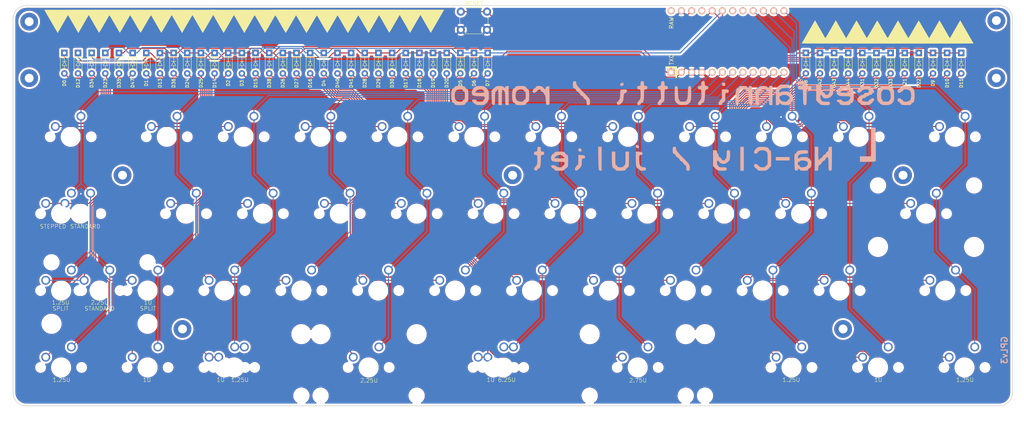
<source format=kicad_pcb>
(kicad_pcb (version 20171130) (host pcbnew "(5.1.4)-1")
  (layers (0 F.Cu signal) (31 B.Cu signal) (34 B.Paste user hide) (35 F.Paste user hide) (36 B.SilkS user hide) (37 F.SilkS user) (38 B.Mask user hide) (39 F.Mask user) (44 Edge.Cuts user))
  (net 0 "")
  (net 1 GND)
  (net 2 "Net-(D0-Pad2)")
  (net 3 row0)
  (net 4 "Net-(D1-Pad2)")
  (net 5 "Net-(D2-Pad2)")
  (net 6 "Net-(D3-Pad2)")
  (net 7 "Net-(D4-Pad2)")
  (net 8 "Net-(D5-Pad2)")
  (net 9 "Net-(D6-Pad2)")
  (net 10 "Net-(D7-Pad2)")
  (net 11 "Net-(D8-Pad2)")
  (net 12 "Net-(D9-Pad2)")
  (net 13 "Net-(D10-Pad2)")
  (net 14 "Net-(D11-Pad2)")
  (net 15 "Net-(D12-Pad2)")
  (net 16 row1)
  (net 17 "Net-(D13-Pad2)")
  (net 18 "Net-(D14-Pad2)")
  (net 19 "Net-(D15-Pad2)")
  (net 20 "Net-(D16-Pad2)")
  (net 21 "Net-(D17-Pad2)")
  (net 22 "Net-(D18-Pad2)")
  (net 23 "Net-(D19-Pad2)")
  (net 24 "Net-(D20-Pad2)")
  (net 25 "Net-(D21-Pad2)")
  (net 26 "Net-(D22-Pad2)")
  (net 27 "Net-(D23-Pad2)")
  (net 28 row2)
  (net 29 "Net-(D24-Pad2)")
  (net 30 "Net-(D25-Pad2)")
  (net 31 "Net-(D26-Pad2)")
  (net 32 "Net-(D27-Pad2)")
  (net 33 "Net-(D28-Pad2)")
  (net 34 "Net-(D29-Pad2)")
  (net 35 "Net-(D30-Pad2)")
  (net 36 "Net-(D31-Pad2)")
  (net 37 "Net-(D32-Pad2)")
  (net 38 "Net-(D33-Pad2)")
  (net 39 "Net-(D34-Pad2)")
  (net 40 row3)
  (net 41 "Net-(D35-Pad2)")
  (net 42 "Net-(D36-Pad2)")
  (net 43 "Net-(D38-Pad2)")
  (net 44 "Net-(D40-Pad2)")
  (net 45 "Net-(D41-Pad2)")
  (net 46 "Net-(D42-Pad2)")
  (net 47 "Net-(D43-Pad2)")
  (net 48 "Net-(D44-Pad2)")
  (net 49 reset)
  (net 50 col0)
  (net 51 col1)
  (net 52 col2)
  (net 53 col3)
  (net 54 col4)
  (net 55 col5)
  (net 56 col6)
  (net 57 col7)
  (net 58 col8)
  (net 59 col9)
  (net 60 col10)
  (net 61 col11)
  (net 62 "Net-(D47-Pad2)")
  (net 63 RAW)
  (net 64 "Net-(U1-Pad21)")
  (net 65 "Net-(U1-Pad18)")
  (net 66 "Net-(U1-Pad17)")
  (module "Custom Footies:triangles_400" (layer F.Cu) (at 111.8362 49.7586 180)
    (fp_text reference G*** hide)
    (fp_text value LOGO hide)
  )
  (module "Custom Footies:triangles_400" (layer F.Cu) (at 109.1438 47.0662)
    (fp_text reference G*** hide)
    (fp_text value LOGO hide)
  )
  (module "Custom Footies:triangles_400" (layer F.Cu) (at 96.4692 49.784 180)
    (fp_text reference G*** hide)
    (fp_text value LOGO hide)
  )
  (module "Custom Footies:triangles_400" (layer F.Cu) (at 93.7768 47.0916)
    (fp_text reference G*** hide)
    (fp_text value LOGO hide)
  )
  (module keebio:ArduinoProMicro-TopSide (layer F.Cu) (at 200.6854 52.1208)
    (fp_text reference U1 hide)
    (fp_text value Pro_Micro hide)
    (fp_text user TX0 (at -13.9 4.5 90) (layer F.SilkS))
    (fp_text user RAW (at -13.9 -4.6 90) (layer F.SilkS))
    (pad 24 thru_hole circle (at -13.97 -7.62) (size 1.7526 1.7526) (drill 1.0922) (layers *.Cu *.SilkS *.Mask) (net 63 RAW))
    (pad 12 thru_hole circle (at 13.97 7.62) (size 1.7526 1.7526) (drill 1.0922) (layers *.Cu *.SilkS *.Mask) (net 57 col7))
    (pad 23 thru_hole circle (at -11.43 -7.62) (size 1.7526 1.7526) (drill 1.0922) (layers *.Cu *.SilkS *.Mask) (net 1 GND))
    (pad 22 thru_hole circle (at -8.89 -7.62) (size 1.7526 1.7526) (drill 1.0922) (layers *.Cu *.SilkS *.Mask) (net 49 reset))
    (pad 21 thru_hole circle (at -6.35 -7.62) (size 1.7526 1.7526) (drill 1.0922) (layers *.Cu *.SilkS *.Mask) (net 64 "Net-(U1-Pad21)"))
    (pad 20 thru_hole circle (at -3.81 -7.62) (size 1.7526 1.7526) (drill 1.0922) (layers *.Cu *.SilkS *.Mask) (net 40 row3))
    (pad 19 thru_hole circle (at -1.27 -7.62) (size 1.7526 1.7526) (drill 1.0922) (layers *.Cu *.SilkS *.Mask) (net 3 row0))
    (pad 18 thru_hole circle (at 1.27 -7.62) (size 1.7526 1.7526) (drill 1.0922) (layers *.Cu *.SilkS *.Mask) (net 65 "Net-(U1-Pad18)"))
    (pad 17 thru_hole circle (at 3.81 -7.62) (size 1.7526 1.7526) (drill 1.0922) (layers *.Cu *.SilkS *.Mask) (net 66 "Net-(U1-Pad17)"))
    (pad 16 thru_hole circle (at 6.35 -7.62) (size 1.7526 1.7526) (drill 1.0922) (layers *.Cu *.SilkS *.Mask) (net 58 col8))
    (pad 15 thru_hole circle (at 8.89 -7.62) (size 1.7526 1.7526) (drill 1.0922) (layers *.Cu *.SilkS *.Mask) (net 59 col9))
    (pad 14 thru_hole circle (at 11.43 -7.62) (size 1.7526 1.7526) (drill 1.0922) (layers *.Cu *.SilkS *.Mask) (net 60 col10))
    (pad 13 thru_hole circle (at 13.97 -7.62) (size 1.7526 1.7526) (drill 1.0922) (layers *.Cu *.SilkS *.Mask) (net 61 col11))
    (pad 11 thru_hole circle (at 11.43 7.62) (size 1.7526 1.7526) (drill 1.0922) (layers *.Cu *.SilkS *.Mask) (net 56 col6))
    (pad 10 thru_hole circle (at 8.89 7.62) (size 1.7526 1.7526) (drill 1.0922) (layers *.Cu *.SilkS *.Mask) (net 55 col5))
    (pad 9 thru_hole circle (at 6.35 7.62) (size 1.7526 1.7526) (drill 1.0922) (layers *.Cu *.SilkS *.Mask) (net 54 col4))
    (pad 8 thru_hole circle (at 3.81 7.62) (size 1.7526 1.7526) (drill 1.0922) (layers *.Cu *.SilkS *.Mask) (net 53 col3))
    (pad 7 thru_hole circle (at 1.27 7.62) (size 1.7526 1.7526) (drill 1.0922) (layers *.Cu *.SilkS *.Mask) (net 52 col2))
    (pad 6 thru_hole circle (at -1.27 7.62) (size 1.7526 1.7526) (drill 1.0922) (layers *.Cu *.SilkS *.Mask) (net 51 col1))
    (pad 5 thru_hole circle (at -3.81 7.62) (size 1.7526 1.7526) (drill 1.0922) (layers *.Cu *.SilkS *.Mask) (net 50 col0))
    (pad 4 thru_hole circle (at -6.35 7.62) (size 1.7526 1.7526) (drill 1.0922) (layers *.Cu *.SilkS *.Mask) (net 1 GND))
    (pad 3 thru_hole circle (at -8.89 7.62) (size 1.7526 1.7526) (drill 1.0922) (layers *.Cu *.SilkS *.Mask) (net 1 GND))
    (pad 2 thru_hole circle (at -11.43 7.62) (size 1.7526 1.7526) (drill 1.0922) (layers *.Cu *.SilkS *.Mask) (net 16 row1))
    (pad 1 thru_hole rect (at -13.97 7.62) (size 1.7526 1.7526) (drill 1.0922) (layers *.Cu *.SilkS *.Mask) (net 28 row2))
  )
  (module "Custom Footies:triangles_400" (layer F.Cu) (at 240.3856 49.784 180)
    (fp_text reference G*** hide)
    (fp_text value LOGO hide)
  )
  (module "Custom Footies:triangles_400" (layer F.Cu) (at 52.6542 47.0916)
    (fp_text reference G*** hide)
    (fp_text value LOGO hide)
  )
  (module "Custom Footies:triangles_400" (layer F.Cu) (at 242.9002 47.0916)
    (fp_text reference G*** hide)
    (fp_text value LOGO hide)
  )
  (module "Custom Footies:triangles_400" (layer F.Cu) (at 55.3466 49.784 180)
    (fp_text reference G*** hide)
    (fp_text value LOGO hide)
  )
  (module juliet:juliet_logo_150_dpi (layer B.Cu) (at 189.6364 73.1266 180)
    (fp_text reference G*** hide)
    (fp_text value LOGO hide)
  )
  (module cftkb:SW_Cherry_MX1A_1.00u_PCB-NOSCREEN (layer F.Cu) (at 164.30625 89.69375)
    (fp_text reference SW18)
    (fp_text value KEYSW)
    (pad 1 thru_hole circle (at 0 0) (size 2.2 2.2) (drill 1.5) (layers *.Cu *.Mask) (net 56 col6))
    (pad 2 thru_hole circle (at -6.35 2.54) (size 2.2 2.2) (drill 1.5) (layers *.Cu *.Mask) (net 22 "Net-(D18-Pad2)"))
    (pad "" np_thru_hole circle (at -2.54 5.08) (size 4 4) (drill 4) (layers *.Cu *.Mask))
    (pad "" np_thru_hole circle (at -7.62 5.08) (size 1.7 1.7) (drill 1.7) (layers *.Cu *.Mask))
    (pad "" np_thru_hole circle (at 2.54 5.08) (size 1.7 1.7) (drill 1.7) (layers *.Cu *.Mask))
  )
  (module cftkb:D_DO-35_SOD27_P5.08mm_Horizontal (layer F.Cu) (at 70.20338 53.67655 270)
    (fp_text reference D25 (at 8.77 0 90) (layer F.SilkS) (effects (font (size 0.8 0.8))))
    (fp_text value D_Small)
    (pad 2 thru_hole oval (at 6.35 0 270) (size 1.6 1.6) (drill 0.8) (layers *.Cu *.Mask) (net 30 "Net-(D25-Pad2)"))
    (pad 1 thru_hole rect (at 1.27 0 270) (size 1.6 1.6) (drill 0.8) (layers *.Cu *.Mask) (net 28 row2))
  )
  (module cftkb:SW_Cherry_MX1A_1.00u_PCB-NOSCREEN (layer F.Cu) (at 59.53125 108.74375)
    (fp_text reference SW47)
    (fp_text value KEYSW)
    (pad 1 thru_hole circle (at 0 0) (size 2.2 2.2) (drill 1.5) (layers *.Cu *.Mask) (net 51 col1))
    (pad 2 thru_hole circle (at -6.35 2.54) (size 2.2 2.2) (drill 1.5) (layers *.Cu *.Mask) (net 62 "Net-(D47-Pad2)"))
    (pad "" np_thru_hole circle (at -2.54 5.08) (size 4 4) (drill 4) (layers *.Cu *.Mask))
    (pad "" np_thru_hole circle (at -7.62 5.08) (size 1.7 1.7) (drill 1.7) (layers *.Cu *.Mask))
    (pad "" np_thru_hole circle (at 2.54 5.08) (size 1.7 1.7) (drill 1.7) (layers *.Cu *.Mask))
  )
  (module cftkb:SW_Cherry_MX1A_1.25u_PCBNOSCREEN (layer F.Cu) (at 38.1 108.74375)
    (fp_text reference SW46)
    (fp_text value KEYSW)
    (pad 1 thru_hole circle (at 0 0) (size 2.2 2.2) (drill 1.5) (layers *.Cu *.Mask) (net 50 col0))
    (pad 2 thru_hole circle (at -6.35 2.54) (size 2.2 2.2) (drill 1.5) (layers *.Cu *.Mask) (net 27 "Net-(D23-Pad2)"))
    (pad "" np_thru_hole circle (at -2.54 5.08) (size 4 4) (drill 4) (layers *.Cu *.Mask))
    (pad "" np_thru_hole circle (at -7.62 5.08) (size 1.7 1.7) (drill 1.7) (layers *.Cu *.Mask))
    (pad "" np_thru_hole circle (at 2.54 5.08) (size 1.7 1.7) (drill 1.7) (layers *.Cu *.Mask))
  )
  (module cftkb:D_DO-35_SOD27_P5.08mm_Horizontal (layer F.Cu) (at 53.286715 53.67655 270)
    (fp_text reference D47 (at 8.77 0 90) (layer F.SilkS) (effects (font (size 0.8 0.8))))
    (fp_text value D_Small)
    (pad 2 thru_hole oval (at 6.35 0 270) (size 1.6 1.6) (drill 0.8) (layers *.Cu *.Mask) (net 62 "Net-(D47-Pad2)"))
    (pad 1 thru_hole rect (at 1.27 0 270) (size 1.6 1.6) (drill 0.8) (layers *.Cu *.Mask) (net 28 row2))
  )
  (module cftkb:MountingHole_2.2mm_M2_Pad (layer F.Cu) (at 229.31755 123.34875)
    (fp_text reference REF**)
    (fp_text value MountingHole_2.2mm_M2_Pad)
    (pad 1 thru_hole circle (at 0 0) (size 4.4 4.4) (drill 2.2) (layers *.Cu *.Mask))
  )
  (module cftkb:MountingHole_2.2mm_M2_Pad (layer F.Cu) (at 65.63995 123.34875)
    (fp_text reference REF**)
    (fp_text value MountingHole_2.2mm_M2_Pad)
    (pad 1 thru_hole circle (at 0 0) (size 4.4 4.4) (drill 2.2) (layers *.Cu *.Mask))
  )
  (module cftkb:MountingHole_2.2mm_M2_Pad (layer F.Cu) (at 50.78095 85.24875)
    (fp_text reference REF**)
    (fp_text value MountingHole_2.2mm_M2_Pad)
    (pad 1 thru_hole circle (at 0 0) (size 4.4 4.4) (drill 2.2) (layers *.Cu *.Mask))
  )
  (module cftkb:MountingHole_2.2mm_M2_Pad (layer F.Cu) (at 244.17655 85.24875)
    (fp_text reference REF**)
    (fp_text value MountingHole_2.2mm_M2_Pad)
    (pad 1 thru_hole circle (at 0 0) (size 4.4 4.4) (drill 2.2) (layers *.Cu *.Mask))
  )
  (module cftkb:MountingHole_2.2mm_M2_Pad (layer F.Cu) (at 147.441249 85.24875)
    (fp_text reference REF**)
    (fp_text value MountingHole_2.2mm_M2_Pad)
    (pad 1 thru_hole circle (at 0 0) (size 4.4 4.4) (drill 2.2) (layers *.Cu *.Mask))
  )
  (module cftkb:SW_Cherry_MX1A_1.25u_PCBNOSCREEN (layer F.Cu) (at 38.1 89.69375)
    (fp_text reference SW45)
    (fp_text value KEYSW)
    (pad 1 thru_hole circle (at 0 0) (size 2.2 2.2) (drill 1.5) (layers *.Cu *.Mask) (net 50 col0))
    (pad 2 thru_hole circle (at -6.35 2.54) (size 2.2 2.2) (drill 1.5) (layers *.Cu *.Mask) (net 15 "Net-(D12-Pad2)"))
    (pad "" np_thru_hole circle (at -2.54 5.08) (size 4 4) (drill 4) (layers *.Cu *.Mask))
    (pad "" np_thru_hole circle (at -7.62 5.08) (size 1.7 1.7) (drill 1.7) (layers *.Cu *.Mask))
    (pad "" np_thru_hole circle (at 2.54 5.08) (size 1.7 1.7) (drill 1.7) (layers *.Cu *.Mask))
  )
  (module cftkb:MountingHole_2.2mm_M2_Pad (layer F.Cu) (at 267.303749 46.923749)
    (fp_text reference REF**)
    (fp_text value MountingHole_2.2mm_M2_Pad)
    (pad 1 thru_hole circle (at 0 0) (size 4.4 4.4) (drill 2.2) (layers *.Cu *.Mask))
  )
  (module cftkb:MountingHole_2.2mm_M2_Pad (layer F.Cu) (at 267.303749 61.19875)
    (fp_text reference REF**)
    (fp_text value MountingHole_2.2mm_M2_Pad)
    (pad 1 thru_hole circle (at 0 0) (size 4.4 4.4) (drill 2.2) (layers *.Cu *.Mask))
  )
  (module cftkb:MountingHole_2.2mm_M2_Pad (layer F.Cu) (at 27.653751 61.19875)
    (fp_text reference REF**)
    (fp_text value MountingHole_2.2mm_M2_Pad)
    (pad 1 thru_hole circle (at 0 0) (size 4.4 4.4) (drill 2.2) (layers *.Cu *.Mask))
  )
  (module cftkb:MountingHole_2.2mm_M2_Pad (layer F.Cu) (at 27.653751 47.19875)
    (fp_text reference REF**)
    (fp_text value MountingHole_2.2mm_M2_Pad)
    (pad 1 thru_hole circle (at 0 0) (size 4.4 4.4) (drill 2.2) (layers *.Cu *.Mask))
  )
  (module cftkb:SW_Cherry_MX1A_1.00u_PCB-NOSCREEN (layer F.Cu) (at 140.49375 70.64375)
    (fp_text reference SW5)
    (fp_text value KEYSW)
    (pad 1 thru_hole circle (at 0 0) (size 2.2 2.2) (drill 1.5) (layers *.Cu *.Mask) (net 55 col5))
    (pad 2 thru_hole circle (at -6.35 2.54) (size 2.2 2.2) (drill 1.5) (layers *.Cu *.Mask) (net 8 "Net-(D5-Pad2)"))
    (pad "" np_thru_hole circle (at -2.54 5.08) (size 4 4) (drill 4) (layers *.Cu *.Mask))
    (pad "" np_thru_hole circle (at -7.62 5.08) (size 1.7 1.7) (drill 1.7) (layers *.Cu *.Mask))
    (pad "" np_thru_hole circle (at 2.54 5.08) (size 1.7 1.7) (drill 1.7) (layers *.Cu *.Mask))
  )
  (module cftkb:D_DO-35_SOD27_P5.08mm_Horizontal (layer F.Cu) (at 230.58745 53.67655 270)
    (fp_text reference D44 (at 8.77 0 90) (layer F.SilkS) (effects (font (size 0.8 0.8))))
    (fp_text value D_Small)
    (pad 2 thru_hole oval (at 6.35 0 270) (size 1.6 1.6) (drill 0.8) (layers *.Cu *.Mask) (net 48 "Net-(D44-Pad2)"))
    (pad 1 thru_hole rect (at 1.27 0 270) (size 1.6 1.6) (drill 0.8) (layers *.Cu *.Mask) (net 40 row3))
  )
  (module cftkb:MX-6.25U-Stabilizer (layer F.Cu) (at 145.0975 132.88265)
    (fp_text reference ST39)
    (fp_text value 6.25U (at 0.90805 3.057094) (layer F.SilkS) (effects (font (thickness 0.1))))
    (pad "" np_thru_hole circle (at 49.9999 -8.255) (size 3.9878 3.9878) (drill 3.9878) (layers *.Cu *.Mask))
    (pad "" np_thru_hole circle (at -49.9999 -8.255) (size 3.9878 3.9878) (drill 3.9878) (layers *.Cu *.Mask))
    (pad "" np_thru_hole circle (at 49.9999 6.985) (size 3.048 3.048) (drill 3.048) (layers *.Cu *.Mask))
    (pad "" np_thru_hole circle (at -49.9999 6.985) (size 3.048 3.048) (drill 3.048) (layers *.Cu *.Mask))
  )
  (module cftkb:SW_Cherry_MX1A_2.25u_PCBNOSCREEN (layer F.Cu) (at 114.3 127.79375)
    (fp_text reference SW38)
    (fp_text value KEYSW)
    (pad "" np_thru_hole circle (at -14.44 12.08 180) (size 3.05 3.05) (drill 3.05) (layers *.Cu *.Mask))
    (pad "" np_thru_hole circle (at 9.36 12.08 180) (size 3.05 3.05) (drill 3.05) (layers *.Cu *.Mask))
    (pad "" np_thru_hole circle (at 9.36 -3.16 180) (size 4 4) (drill 4) (layers *.Cu *.Mask))
    (pad "" np_thru_hole circle (at -14.44 -3.16 180) (size 4 4) (drill 4) (layers *.Cu *.Mask))
    (pad "" np_thru_hole circle (at 2.54 5.08) (size 1.7 1.7) (drill 1.7) (layers *.Cu *.Mask))
    (pad "" np_thru_hole circle (at -7.62 5.08) (size 1.7 1.7) (drill 1.7) (layers *.Cu *.Mask))
    (pad "" np_thru_hole circle (at -2.54 5.08) (size 4 4) (drill 4) (layers *.Cu *.Mask))
    (pad 2 thru_hole circle (at -6.35 2.54) (size 2.2 2.2) (drill 1.5) (layers *.Cu *.Mask) (net 43 "Net-(D38-Pad2)"))
    (pad 1 thru_hole circle (at 0 0) (size 2.2 2.2) (drill 1.5) (layers *.Cu *.Mask) (net 54 col4))
  )
  (module cftkb:SW_Cherry_MX1A_2.75u_PCB_NOSCREEN (layer F.Cu) (at 180.975 127.79375)
    (fp_text reference SW41)
    (fp_text value KEYSW)
    (pad 1 thru_hole circle (at 0 0) (size 2.2 2.2) (drill 1.5) (layers *.Cu *.Mask) (net 57 col7))
    (pad 2 thru_hole circle (at -6.35 2.54) (size 2.2 2.2) (drill 1.5) (layers *.Cu *.Mask) (net 45 "Net-(D41-Pad2)"))
    (pad "" np_thru_hole circle (at -2.54 5.08) (size 4 4) (drill 4) (layers *.Cu *.Mask))
    (pad "" np_thru_hole circle (at -7.62 5.08) (size 1.7 1.7) (drill 1.7) (layers *.Cu *.Mask))
    (pad "" np_thru_hole circle (at 2.54 5.08) (size 1.7 1.7) (drill 1.7) (layers *.Cu *.Mask))
    (pad "" np_thru_hole circle (at -14.44 -3.16 180) (size 4 4) (drill 4) (layers *.Cu *.Mask))
    (pad "" np_thru_hole circle (at 9.36 -3.16 180) (size 4 4) (drill 4) (layers *.Cu *.Mask))
    (pad "" np_thru_hole circle (at 9.36 12.08 180) (size 3.05 3.05) (drill 3.05) (layers *.Cu *.Mask))
    (pad "" np_thru_hole circle (at -14.44 12.08 180) (size 3.05 3.05) (drill 3.05) (layers *.Cu *.Mask))
  )
  (module cftkb:SW_Cherry_MX1A_1.25u_PCBNOSCREEN (layer F.Cu) (at 261.9375 127.79375)
    (fp_text reference SW44)
    (fp_text value KEYSW)
    (pad 1 thru_hole circle (at 0 0) (size 2.2 2.2) (drill 1.5) (layers *.Cu *.Mask) (net 61 col11))
    (pad 2 thru_hole circle (at -6.35 2.54) (size 2.2 2.2) (drill 1.5) (layers *.Cu *.Mask) (net 48 "Net-(D44-Pad2)"))
    (pad "" np_thru_hole circle (at -2.54 5.08) (size 4 4) (drill 4) (layers *.Cu *.Mask))
    (pad "" np_thru_hole circle (at -7.62 5.08) (size 1.7 1.7) (drill 1.7) (layers *.Cu *.Mask))
    (pad "" np_thru_hole circle (at 2.54 5.08) (size 1.7 1.7) (drill 1.7) (layers *.Cu *.Mask))
  )
  (module cftkb:SW_Cherry_MX1A_1.00u_PCB-NOSCREEN (layer F.Cu) (at 240.50625 127.79375)
    (fp_text reference SW43)
    (fp_text value KEYSW)
    (pad 1 thru_hole circle (at 0 0) (size 2.2 2.2) (drill 1.5) (layers *.Cu *.Mask) (net 60 col10))
    (pad 2 thru_hole circle (at -6.35 2.54) (size 2.2 2.2) (drill 1.5) (layers *.Cu *.Mask) (net 47 "Net-(D43-Pad2)"))
    (pad "" np_thru_hole circle (at -2.54 5.08) (size 4 4) (drill 4) (layers *.Cu *.Mask))
    (pad "" np_thru_hole circle (at -7.62 5.08) (size 1.7 1.7) (drill 1.7) (layers *.Cu *.Mask))
    (pad "" np_thru_hole circle (at 2.54 5.08) (size 1.7 1.7) (drill 1.7) (layers *.Cu *.Mask))
  )
  (module cftkb:SW_Cherry_MX1A_1.25u_PCBNOSCREEN (layer F.Cu) (at 219.075 127.79375)
    (fp_text reference SW42)
    (fp_text value KEYSW)
    (pad 1 thru_hole circle (at 0 0) (size 2.2 2.2) (drill 1.5) (layers *.Cu *.Mask) (net 59 col9))
    (pad 2 thru_hole circle (at -6.35 2.54) (size 2.2 2.2) (drill 1.5) (layers *.Cu *.Mask) (net 46 "Net-(D42-Pad2)"))
    (pad "" np_thru_hole circle (at -2.54 5.08) (size 4 4) (drill 4) (layers *.Cu *.Mask))
    (pad "" np_thru_hole circle (at -7.62 5.08) (size 1.7 1.7) (drill 1.7) (layers *.Cu *.Mask))
    (pad "" np_thru_hole circle (at 2.54 5.08) (size 1.7 1.7) (drill 1.7) (layers *.Cu *.Mask))
  )
  (module cftkb:SW_Cherry_MX1A_1.00u_PCB-NOSCREEN (layer F.Cu) (at 145.25625 127.79375)
    (fp_text reference SW40)
    (fp_text value KEYSW)
    (pad 1 thru_hole circle (at 0 0) (size 2.2 2.2) (drill 1.5) (layers *.Cu *.Mask) (net 56 col6))
    (pad 2 thru_hole circle (at -6.35 2.54) (size 2.2 2.2) (drill 1.5) (layers *.Cu *.Mask) (net 44 "Net-(D40-Pad2)"))
    (pad "" np_thru_hole circle (at -2.54 5.08) (size 4 4) (drill 4) (layers *.Cu *.Mask))
    (pad "" np_thru_hole circle (at -7.62 5.08) (size 1.7 1.7) (drill 1.7) (layers *.Cu *.Mask))
    (pad "" np_thru_hole circle (at 2.54 5.08) (size 1.7 1.7) (drill 1.7) (layers *.Cu *.Mask))
  )
  (module cftkb:SW_Cherry_MX1A_1.00u_PCB-NOSCREEN (layer F.Cu) (at 147.6375 127.79375)
    (fp_text reference SW39)
    (fp_text value KEYSW)
    (pad 1 thru_hole circle (at 0 0) (size 2.2 2.2) (drill 1.5) (layers *.Cu *.Mask) (net 56 col6))
    (pad 2 thru_hole circle (at -6.35 2.54) (size 2.2 2.2) (drill 1.5) (layers *.Cu *.Mask) (net 44 "Net-(D40-Pad2)"))
    (pad "" np_thru_hole circle (at -2.54 5.08) (size 4 4) (drill 4) (layers *.Cu *.Mask))
    (pad "" np_thru_hole circle (at -7.62 5.08) (size 1.7 1.7) (drill 1.7) (layers *.Cu *.Mask))
    (pad "" np_thru_hole circle (at 2.54 5.08) (size 1.7 1.7) (drill 1.7) (layers *.Cu *.Mask))
  )
  (module cftkb:SW_Cherry_MX1A_1.25u_PCBNOSCREEN (layer F.Cu) (at 80.9625 127.79375)
    (fp_text reference SW37)
    (fp_text value KEYSW)
    (pad 1 thru_hole circle (at 0 0) (size 2.2 2.2) (drill 1.5) (layers *.Cu *.Mask) (net 52 col2))
    (pad 2 thru_hole circle (at -6.35 2.54) (size 2.2 2.2) (drill 1.5) (layers *.Cu *.Mask) (net 42 "Net-(D36-Pad2)"))
    (pad "" np_thru_hole circle (at -2.54 5.08) (size 4 4) (drill 4) (layers *.Cu *.Mask))
    (pad "" np_thru_hole circle (at -7.62 5.08) (size 1.7 1.7) (drill 1.7) (layers *.Cu *.Mask))
    (pad "" np_thru_hole circle (at 2.54 5.08) (size 1.7 1.7) (drill 1.7) (layers *.Cu *.Mask))
  )
  (module cftkb:SW_Cherry_MX1A_1.00u_PCB-NOSCREEN (layer F.Cu) (at 78.58125 127.79375)
    (fp_text reference SW36)
    (fp_text value KEYSW)
    (pad 1 thru_hole circle (at 0 0) (size 2.2 2.2) (drill 1.5) (layers *.Cu *.Mask) (net 52 col2))
    (pad 2 thru_hole circle (at -6.35 2.54) (size 2.2 2.2) (drill 1.5) (layers *.Cu *.Mask) (net 42 "Net-(D36-Pad2)"))
    (pad "" np_thru_hole circle (at -2.54 5.08) (size 4 4) (drill 4) (layers *.Cu *.Mask))
    (pad "" np_thru_hole circle (at -7.62 5.08) (size 1.7 1.7) (drill 1.7) (layers *.Cu *.Mask))
    (pad "" np_thru_hole circle (at 2.54 5.08) (size 1.7 1.7) (drill 1.7) (layers *.Cu *.Mask))
  )
  (module cftkb:SW_Cherry_MX1A_1.00u_PCB-NOSCREEN (layer F.Cu) (at 59.53125 127.79375)
    (fp_text reference SW35)
    (fp_text value KEYSW)
    (pad 1 thru_hole circle (at 0 0) (size 2.2 2.2) (drill 1.5) (layers *.Cu *.Mask) (net 51 col1))
    (pad 2 thru_hole circle (at -6.35 2.54) (size 2.2 2.2) (drill 1.5) (layers *.Cu *.Mask) (net 41 "Net-(D35-Pad2)"))
    (pad "" np_thru_hole circle (at -2.54 5.08) (size 4 4) (drill 4) (layers *.Cu *.Mask))
    (pad "" np_thru_hole circle (at -7.62 5.08) (size 1.7 1.7) (drill 1.7) (layers *.Cu *.Mask))
    (pad "" np_thru_hole circle (at 2.54 5.08) (size 1.7 1.7) (drill 1.7) (layers *.Cu *.Mask))
  )
  (module cftkb:SW_Cherry_MX1A_1.25u_PCBNOSCREEN (layer F.Cu) (at 38.1 127.79581)
    (fp_text reference SW34)
    (fp_text value KEYSW)
    (pad 1 thru_hole circle (at 0 0) (size 2.2 2.2) (drill 1.5) (layers *.Cu *.Mask) (net 50 col0))
    (pad 2 thru_hole circle (at -6.35 2.54) (size 2.2 2.2) (drill 1.5) (layers *.Cu *.Mask) (net 39 "Net-(D34-Pad2)"))
    (pad "" np_thru_hole circle (at -2.54 5.08) (size 4 4) (drill 4) (layers *.Cu *.Mask))
    (pad "" np_thru_hole circle (at -7.62 5.08) (size 1.7 1.7) (drill 1.7) (layers *.Cu *.Mask))
    (pad "" np_thru_hole circle (at 2.54 5.08) (size 1.7 1.7) (drill 1.7) (layers *.Cu *.Mask))
  )
  (module cftkb:SW_Cherry_MX1A_1.75u_PCBNOSCREEN (layer F.Cu) (at 257.175 108.74375)
    (fp_text reference SW33)
    (fp_text value KEYSW)
    (pad 1 thru_hole circle (at 0 0) (size 2.2 2.2) (drill 1.5) (layers *.Cu *.Mask) (net 61 col11))
    (pad 2 thru_hole circle (at -6.35 2.54) (size 2.2 2.2) (drill 1.5) (layers *.Cu *.Mask) (net 38 "Net-(D33-Pad2)"))
    (pad "" np_thru_hole circle (at -2.54 5.08) (size 4 4) (drill 4) (layers *.Cu *.Mask))
    (pad "" np_thru_hole circle (at -7.62 5.08) (size 1.7 1.7) (drill 1.7) (layers *.Cu *.Mask))
    (pad "" np_thru_hole circle (at 2.54 5.08) (size 1.7 1.7) (drill 1.7) (layers *.Cu *.Mask))
  )
  (module cftkb:SW_Cherry_MX1A_1.00u_PCB-NOSCREEN (layer F.Cu) (at 230.98125 108.74375)
    (fp_text reference SW32)
    (fp_text value KEYSW)
    (pad 1 thru_hole circle (at 0 0) (size 2.2 2.2) (drill 1.5) (layers *.Cu *.Mask) (net 60 col10))
    (pad 2 thru_hole circle (at -6.35 2.54) (size 2.2 2.2) (drill 1.5) (layers *.Cu *.Mask) (net 37 "Net-(D32-Pad2)"))
    (pad "" np_thru_hole circle (at -2.54 5.08) (size 4 4) (drill 4) (layers *.Cu *.Mask))
    (pad "" np_thru_hole circle (at -7.62 5.08) (size 1.7 1.7) (drill 1.7) (layers *.Cu *.Mask))
    (pad "" np_thru_hole circle (at 2.54 5.08) (size 1.7 1.7) (drill 1.7) (layers *.Cu *.Mask))
  )
  (module cftkb:SW_Cherry_MX1A_1.00u_PCB-NOSCREEN (layer F.Cu) (at 211.93125 108.74375)
    (fp_text reference SW31)
    (fp_text value KEYSW)
    (pad 1 thru_hole circle (at 0 0) (size 2.2 2.2) (drill 1.5) (layers *.Cu *.Mask) (net 59 col9))
    (pad 2 thru_hole circle (at -6.35 2.54) (size 2.2 2.2) (drill 1.5) (layers *.Cu *.Mask) (net 36 "Net-(D31-Pad2)"))
    (pad "" np_thru_hole circle (at -2.54 5.08) (size 4 4) (drill 4) (layers *.Cu *.Mask))
    (pad "" np_thru_hole circle (at -7.62 5.08) (size 1.7 1.7) (drill 1.7) (layers *.Cu *.Mask))
    (pad "" np_thru_hole circle (at 2.54 5.08) (size 1.7 1.7) (drill 1.7) (layers *.Cu *.Mask))
  )
  (module cftkb:SW_Cherry_MX1A_1.00u_PCB-NOSCREEN (layer F.Cu) (at 192.88125 108.74375)
    (fp_text reference SW30)
    (fp_text value KEYSW)
    (pad 1 thru_hole circle (at 0 0) (size 2.2 2.2) (drill 1.5) (layers *.Cu *.Mask) (net 58 col8))
    (pad 2 thru_hole circle (at -6.35 2.54) (size 2.2 2.2) (drill 1.5) (layers *.Cu *.Mask) (net 35 "Net-(D30-Pad2)"))
    (pad "" np_thru_hole circle (at -2.54 5.08) (size 4 4) (drill 4) (layers *.Cu *.Mask))
    (pad "" np_thru_hole circle (at -7.62 5.08) (size 1.7 1.7) (drill 1.7) (layers *.Cu *.Mask))
    (pad "" np_thru_hole circle (at 2.54 5.08) (size 1.7 1.7) (drill 1.7) (layers *.Cu *.Mask))
  )
  (module cftkb:SW_Cherry_MX1A_1.00u_PCB-NOSCREEN (layer F.Cu) (at 173.83125 108.74375)
    (fp_text reference SW29)
    (fp_text value KEYSW)
    (pad 1 thru_hole circle (at 0 0) (size 2.2 2.2) (drill 1.5) (layers *.Cu *.Mask) (net 57 col7))
    (pad 2 thru_hole circle (at -6.35 2.54) (size 2.2 2.2) (drill 1.5) (layers *.Cu *.Mask) (net 34 "Net-(D29-Pad2)"))
    (pad "" np_thru_hole circle (at -2.54 5.08) (size 4 4) (drill 4) (layers *.Cu *.Mask))
    (pad "" np_thru_hole circle (at -7.62 5.08) (size 1.7 1.7) (drill 1.7) (layers *.Cu *.Mask))
    (pad "" np_thru_hole circle (at 2.54 5.08) (size 1.7 1.7) (drill 1.7) (layers *.Cu *.Mask))
  )
  (module cftkb:SW_Cherry_MX1A_1.00u_PCB-NOSCREEN (layer F.Cu) (at 154.78125 108.74375)
    (fp_text reference SW28)
    (fp_text value KEYSW)
    (pad 1 thru_hole circle (at 0 0) (size 2.2 2.2) (drill 1.5) (layers *.Cu *.Mask) (net 56 col6))
    (pad 2 thru_hole circle (at -6.35 2.54) (size 2.2 2.2) (drill 1.5) (layers *.Cu *.Mask) (net 33 "Net-(D28-Pad2)"))
    (pad "" np_thru_hole circle (at -2.54 5.08) (size 4 4) (drill 4) (layers *.Cu *.Mask))
    (pad "" np_thru_hole circle (at -7.62 5.08) (size 1.7 1.7) (drill 1.7) (layers *.Cu *.Mask))
    (pad "" np_thru_hole circle (at 2.54 5.08) (size 1.7 1.7) (drill 1.7) (layers *.Cu *.Mask))
  )
  (module cftkb:SW_Cherry_MX1A_1.00u_PCB-NOSCREEN (layer F.Cu) (at 135.73125 108.74375)
    (fp_text reference SW27)
    (fp_text value KEYSW)
    (pad 1 thru_hole circle (at 0 0) (size 2.2 2.2) (drill 1.5) (layers *.Cu *.Mask) (net 55 col5))
    (pad 2 thru_hole circle (at -6.35 2.54) (size 2.2 2.2) (drill 1.5) (layers *.Cu *.Mask) (net 32 "Net-(D27-Pad2)"))
    (pad "" np_thru_hole circle (at -2.54 5.08) (size 4 4) (drill 4) (layers *.Cu *.Mask))
    (pad "" np_thru_hole circle (at -7.62 5.08) (size 1.7 1.7) (drill 1.7) (layers *.Cu *.Mask))
    (pad "" np_thru_hole circle (at 2.54 5.08) (size 1.7 1.7) (drill 1.7) (layers *.Cu *.Mask))
  )
  (module cftkb:SW_Cherry_MX1A_1.00u_PCB-NOSCREEN (layer F.Cu) (at 116.68125 108.74375)
    (fp_text reference SW26)
    (fp_text value KEYSW)
    (pad 1 thru_hole circle (at 0 0) (size 2.2 2.2) (drill 1.5) (layers *.Cu *.Mask) (net 54 col4))
    (pad 2 thru_hole circle (at -6.35 2.54) (size 2.2 2.2) (drill 1.5) (layers *.Cu *.Mask) (net 31 "Net-(D26-Pad2)"))
    (pad "" np_thru_hole circle (at -2.54 5.08) (size 4 4) (drill 4) (layers *.Cu *.Mask))
    (pad "" np_thru_hole circle (at -7.62 5.08) (size 1.7 1.7) (drill 1.7) (layers *.Cu *.Mask))
    (pad "" np_thru_hole circle (at 2.54 5.08) (size 1.7 1.7) (drill 1.7) (layers *.Cu *.Mask))
  )
  (module cftkb:SW_Cherry_MX1A_1.00u_PCB-NOSCREEN (layer F.Cu) (at 97.63125 108.74375)
    (fp_text reference SW25)
    (fp_text value KEYSW)
    (pad 1 thru_hole circle (at 0 0) (size 2.2 2.2) (drill 1.5) (layers *.Cu *.Mask) (net 53 col3))
    (pad 2 thru_hole circle (at -6.35 2.54) (size 2.2 2.2) (drill 1.5) (layers *.Cu *.Mask) (net 30 "Net-(D25-Pad2)"))
    (pad "" np_thru_hole circle (at -2.54 5.08) (size 4 4) (drill 4) (layers *.Cu *.Mask))
    (pad "" np_thru_hole circle (at -7.62 5.08) (size 1.7 1.7) (drill 1.7) (layers *.Cu *.Mask))
    (pad "" np_thru_hole circle (at 2.54 5.08) (size 1.7 1.7) (drill 1.7) (layers *.Cu *.Mask))
  )
  (module cftkb:SW_Cherry_MX1A_1.00u_PCB-NOSCREEN (layer F.Cu) (at 78.58125 108.74375)
    (fp_text reference SW24)
    (fp_text value KEYSW)
    (pad 1 thru_hole circle (at 0 0) (size 2.2 2.2) (drill 1.5) (layers *.Cu *.Mask) (net 52 col2))
    (pad 2 thru_hole circle (at -6.35 2.54) (size 2.2 2.2) (drill 1.5) (layers *.Cu *.Mask) (net 29 "Net-(D24-Pad2)"))
    (pad "" np_thru_hole circle (at -2.54 5.08) (size 4 4) (drill 4) (layers *.Cu *.Mask))
    (pad "" np_thru_hole circle (at -7.62 5.08) (size 1.7 1.7) (drill 1.7) (layers *.Cu *.Mask))
    (pad "" np_thru_hole circle (at 2.54 5.08) (size 1.7 1.7) (drill 1.7) (layers *.Cu *.Mask))
  )
  (module cftkb:SW_Cherry_MX1A_2.25u_PCBNOSCREEN (layer F.Cu) (at 47.625 108.74375)
    (fp_text reference SW23)
    (fp_text value KEYSW)
    (pad "" np_thru_hole circle (at 9.36 -1.92) (size 3.05 3.05) (drill 3.05) (layers *.Cu *.Mask))
    (pad "" np_thru_hole circle (at -14.44 -1.92) (size 3.05 3.05) (drill 3.05) (layers *.Cu *.Mask))
    (pad "" np_thru_hole circle (at -14.44 13.32) (size 4 4) (drill 4) (layers *.Cu *.Mask))
    (pad "" np_thru_hole circle (at 9.36 13.32) (size 4 4) (drill 4) (layers *.Cu *.Mask))
    (pad "" np_thru_hole circle (at 2.54 5.08) (size 1.7 1.7) (drill 1.7) (layers *.Cu *.Mask))
    (pad "" np_thru_hole circle (at -7.62 5.08) (size 1.7 1.7) (drill 1.7) (layers *.Cu *.Mask))
    (pad "" np_thru_hole circle (at -2.54 5.08) (size 4 4) (drill 4) (layers *.Cu *.Mask))
    (pad 2 thru_hole circle (at -6.35 2.54) (size 2.2 2.2) (drill 1.5) (layers *.Cu *.Mask) (net 27 "Net-(D23-Pad2)"))
    (pad 1 thru_hole circle (at 0 0) (size 2.2 2.2) (drill 1.5) (layers *.Cu *.Mask) (net 50 col0))
  )
  (module cftkb:SW_Cherry_MX1A_2.25u_PCBNOSCREEN (layer F.Cu) (at 252.4125 89.69375)
    (fp_text reference SW22)
    (fp_text value KEYSW)
    (pad "" np_thru_hole circle (at 9.36 -1.92) (size 3.05 3.05) (drill 3.05) (layers *.Cu *.Mask))
    (pad "" np_thru_hole circle (at -14.44 -1.92) (size 3.05 3.05) (drill 3.05) (layers *.Cu *.Mask))
    (pad "" np_thru_hole circle (at -14.44 13.32) (size 4 4) (drill 4) (layers *.Cu *.Mask))
    (pad "" np_thru_hole circle (at 9.36 13.32) (size 4 4) (drill 4) (layers *.Cu *.Mask))
    (pad "" np_thru_hole circle (at 2.54 5.08) (size 1.7 1.7) (drill 1.7) (layers *.Cu *.Mask))
    (pad "" np_thru_hole circle (at -7.62 5.08) (size 1.7 1.7) (drill 1.7) (layers *.Cu *.Mask))
    (pad "" np_thru_hole circle (at -2.54 5.08) (size 4 4) (drill 4) (layers *.Cu *.Mask))
    (pad 2 thru_hole circle (at -6.35 2.54) (size 2.2 2.2) (drill 1.5) (layers *.Cu *.Mask) (net 26 "Net-(D22-Pad2)"))
    (pad 1 thru_hole circle (at 0 0) (size 2.2 2.2) (drill 1.5) (layers *.Cu *.Mask) (net 61 col11))
  )
  (module cftkb:SW_Cherry_MX1A_1.00u_PCB-NOSCREEN (layer F.Cu) (at 221.45625 89.69375)
    (fp_text reference SW21)
    (fp_text value KEYSW)
    (pad 1 thru_hole circle (at 0 0) (size 2.2 2.2) (drill 1.5) (layers *.Cu *.Mask) (net 59 col9))
    (pad 2 thru_hole circle (at -6.35 2.54) (size 2.2 2.2) (drill 1.5) (layers *.Cu *.Mask) (net 25 "Net-(D21-Pad2)"))
    (pad "" np_thru_hole circle (at -2.54 5.08) (size 4 4) (drill 4) (layers *.Cu *.Mask))
    (pad "" np_thru_hole circle (at -7.62 5.08) (size 1.7 1.7) (drill 1.7) (layers *.Cu *.Mask))
    (pad "" np_thru_hole circle (at 2.54 5.08) (size 1.7 1.7) (drill 1.7) (layers *.Cu *.Mask))
  )
  (module cftkb:SW_Cherry_MX1A_1.00u_PCB-NOSCREEN (layer F.Cu) (at 202.40625 89.69375)
    (fp_text reference SW20)
    (fp_text value KEYSW)
    (pad 1 thru_hole circle (at 0 0) (size 2.2 2.2) (drill 1.5) (layers *.Cu *.Mask) (net 58 col8))
    (pad 2 thru_hole circle (at -6.35 2.54) (size 2.2 2.2) (drill 1.5) (layers *.Cu *.Mask) (net 24 "Net-(D20-Pad2)"))
    (pad "" np_thru_hole circle (at -2.54 5.08) (size 4 4) (drill 4) (layers *.Cu *.Mask))
    (pad "" np_thru_hole circle (at -7.62 5.08) (size 1.7 1.7) (drill 1.7) (layers *.Cu *.Mask))
    (pad "" np_thru_hole circle (at 2.54 5.08) (size 1.7 1.7) (drill 1.7) (layers *.Cu *.Mask))
  )
  (module cftkb:SW_Cherry_MX1A_1.00u_PCB-NOSCREEN (layer F.Cu) (at 183.35625 89.69375)
    (fp_text reference SW19)
    (fp_text value KEYSW)
    (pad 1 thru_hole circle (at 0 0) (size 2.2 2.2) (drill 1.5) (layers *.Cu *.Mask) (net 57 col7))
    (pad 2 thru_hole circle (at -6.35 2.54) (size 2.2 2.2) (drill 1.5) (layers *.Cu *.Mask) (net 23 "Net-(D19-Pad2)"))
    (pad "" np_thru_hole circle (at -2.54 5.08) (size 4 4) (drill 4) (layers *.Cu *.Mask))
    (pad "" np_thru_hole circle (at -7.62 5.08) (size 1.7 1.7) (drill 1.7) (layers *.Cu *.Mask))
    (pad "" np_thru_hole circle (at 2.54 5.08) (size 1.7 1.7) (drill 1.7) (layers *.Cu *.Mask))
  )
  (module cftkb:SW_Cherry_MX1A_1.00u_PCB-NOSCREEN (layer F.Cu) (at 145.25625 89.69375)
    (fp_text reference SW17)
    (fp_text value KEYSW)
    (pad 1 thru_hole circle (at 0 0) (size 2.2 2.2) (drill 1.5) (layers *.Cu *.Mask) (net 55 col5))
    (pad 2 thru_hole circle (at -6.35 2.54) (size 2.2 2.2) (drill 1.5) (layers *.Cu *.Mask) (net 21 "Net-(D17-Pad2)"))
    (pad "" np_thru_hole circle (at -2.54 5.08) (size 4 4) (drill 4) (layers *.Cu *.Mask))
    (pad "" np_thru_hole circle (at -7.62 5.08) (size 1.7 1.7) (drill 1.7) (layers *.Cu *.Mask))
    (pad "" np_thru_hole circle (at 2.54 5.08) (size 1.7 1.7) (drill 1.7) (layers *.Cu *.Mask))
  )
  (module cftkb:SW_Cherry_MX1A_1.00u_PCB-NOSCREEN (layer F.Cu) (at 126.20625 89.69375)
    (fp_text reference SW16)
    (fp_text value KEYSW)
    (pad 1 thru_hole circle (at 0 0) (size 2.2 2.2) (drill 1.5) (layers *.Cu *.Mask) (net 54 col4))
    (pad 2 thru_hole circle (at -6.35 2.54) (size 2.2 2.2) (drill 1.5) (layers *.Cu *.Mask) (net 20 "Net-(D16-Pad2)"))
    (pad "" np_thru_hole circle (at -2.54 5.08) (size 4 4) (drill 4) (layers *.Cu *.Mask))
    (pad "" np_thru_hole circle (at -7.62 5.08) (size 1.7 1.7) (drill 1.7) (layers *.Cu *.Mask))
    (pad "" np_thru_hole circle (at 2.54 5.08) (size 1.7 1.7) (drill 1.7) (layers *.Cu *.Mask))
  )
  (module cftkb:SW_Cherry_MX1A_1.00u_PCB-NOSCREEN (layer F.Cu) (at 107.15625 89.69375)
    (fp_text reference SW15)
    (fp_text value KEYSW)
    (pad 1 thru_hole circle (at 0 0) (size 2.2 2.2) (drill 1.5) (layers *.Cu *.Mask) (net 53 col3))
    (pad 2 thru_hole circle (at -6.35 2.54) (size 2.2 2.2) (drill 1.5) (layers *.Cu *.Mask) (net 19 "Net-(D15-Pad2)"))
    (pad "" np_thru_hole circle (at -2.54 5.08) (size 4 4) (drill 4) (layers *.Cu *.Mask))
    (pad "" np_thru_hole circle (at -7.62 5.08) (size 1.7 1.7) (drill 1.7) (layers *.Cu *.Mask))
    (pad "" np_thru_hole circle (at 2.54 5.08) (size 1.7 1.7) (drill 1.7) (layers *.Cu *.Mask))
  )
  (module cftkb:SW_Cherry_MX1A_1.00u_PCB-NOSCREEN (layer F.Cu) (at 88.10625 89.69375)
    (fp_text reference SW14)
    (fp_text value KEYSW)
    (pad 1 thru_hole circle (at 0 0) (size 2.2 2.2) (drill 1.5) (layers *.Cu *.Mask) (net 52 col2))
    (pad 2 thru_hole circle (at -6.35 2.54) (size 2.2 2.2) (drill 1.5) (layers *.Cu *.Mask) (net 18 "Net-(D14-Pad2)"))
    (pad "" np_thru_hole circle (at -2.54 5.08) (size 4 4) (drill 4) (layers *.Cu *.Mask))
    (pad "" np_thru_hole circle (at -7.62 5.08) (size 1.7 1.7) (drill 1.7) (layers *.Cu *.Mask))
    (pad "" np_thru_hole circle (at 2.54 5.08) (size 1.7 1.7) (drill 1.7) (layers *.Cu *.Mask))
  )
  (module cftkb:SW_Cherry_MX1A_1.00u_PCB-NOSCREEN (layer F.Cu) (at 69.05625 89.69375)
    (fp_text reference SW13)
    (fp_text value KEYSW)
    (pad 1 thru_hole circle (at 0 0) (size 2.2 2.2) (drill 1.5) (layers *.Cu *.Mask) (net 51 col1))
    (pad 2 thru_hole circle (at -6.35 2.54) (size 2.2 2.2) (drill 1.5) (layers *.Cu *.Mask) (net 17 "Net-(D13-Pad2)"))
    (pad "" np_thru_hole circle (at -2.54 5.08) (size 4 4) (drill 4) (layers *.Cu *.Mask))
    (pad "" np_thru_hole circle (at -7.62 5.08) (size 1.7 1.7) (drill 1.7) (layers *.Cu *.Mask))
    (pad "" np_thru_hole circle (at 2.54 5.08) (size 1.7 1.7) (drill 1.7) (layers *.Cu *.Mask))
  )
  (module cftkb:SW_Cherry_MX1A_1.75u_PCBNOSCREEN (layer F.Cu) (at 42.8625 89.69375)
    (fp_text reference SW12)
    (fp_text value KEYSW)
    (pad 1 thru_hole circle (at 0 0) (size 2.2 2.2) (drill 1.5) (layers *.Cu *.Mask) (net 50 col0))
    (pad 2 thru_hole circle (at -6.35 2.54) (size 2.2 2.2) (drill 1.5) (layers *.Cu *.Mask) (net 15 "Net-(D12-Pad2)"))
    (pad "" np_thru_hole circle (at -2.54 5.08) (size 4 4) (drill 4) (layers *.Cu *.Mask))
    (pad "" np_thru_hole circle (at -7.62 5.08) (size 1.7 1.7) (drill 1.7) (layers *.Cu *.Mask))
    (pad "" np_thru_hole circle (at 2.54 5.08) (size 1.7 1.7) (drill 1.7) (layers *.Cu *.Mask))
  )
  (module cftkb:SW_Cherry_MX1A_1.50u_PCBNOSCREEN (layer F.Cu) (at 259.55625 70.64375)
    (fp_text reference SW11)
    (fp_text value KEYSW)
    (pad "" np_thru_hole circle (at 2.54 5.08) (size 1.7 1.7) (drill 1.7) (layers *.Cu *.Mask))
    (pad "" np_thru_hole circle (at -7.62 5.08) (size 1.7 1.7) (drill 1.7) (layers *.Cu *.Mask))
    (pad "" np_thru_hole circle (at -2.54 5.08) (size 4 4) (drill 4) (layers *.Cu *.Mask))
    (pad 2 thru_hole circle (at -6.35 2.54) (size 2.2 2.2) (drill 1.5) (layers *.Cu *.Mask) (net 14 "Net-(D11-Pad2)"))
    (pad 1 thru_hole circle (at 0 0) (size 2.2 2.2) (drill 1.5) (layers *.Cu *.Mask) (net 61 col11))
  )
  (module cftkb:SW_Cherry_MX1A_1.00u_PCB-NOSCREEN (layer F.Cu) (at 235.74375 70.64375)
    (fp_text reference SW10)
    (fp_text value KEYSW)
    (pad 1 thru_hole circle (at 0 0) (size 2.2 2.2) (drill 1.5) (layers *.Cu *.Mask) (net 60 col10))
    (pad 2 thru_hole circle (at -6.35 2.54) (size 2.2 2.2) (drill 1.5) (layers *.Cu *.Mask) (net 13 "Net-(D10-Pad2)"))
    (pad "" np_thru_hole circle (at -2.54 5.08) (size 4 4) (drill 4) (layers *.Cu *.Mask))
    (pad "" np_thru_hole circle (at -7.62 5.08) (size 1.7 1.7) (drill 1.7) (layers *.Cu *.Mask))
    (pad "" np_thru_hole circle (at 2.54 5.08) (size 1.7 1.7) (drill 1.7) (layers *.Cu *.Mask))
  )
  (module cftkb:SW_Cherry_MX1A_1.00u_PCB-NOSCREEN (layer F.Cu) (at 216.69375 70.64375)
    (fp_text reference SW9)
    (fp_text value KEYSW)
    (pad 1 thru_hole circle (at 0 0) (size 2.2 2.2) (drill 1.5) (layers *.Cu *.Mask) (net 59 col9))
    (pad 2 thru_hole circle (at -6.35 2.54) (size 2.2 2.2) (drill 1.5) (layers *.Cu *.Mask) (net 12 "Net-(D9-Pad2)"))
    (pad "" np_thru_hole circle (at -2.54 5.08) (size 4 4) (drill 4) (layers *.Cu *.Mask))
    (pad "" np_thru_hole circle (at -7.62 5.08) (size 1.7 1.7) (drill 1.7) (layers *.Cu *.Mask))
    (pad "" np_thru_hole circle (at 2.54 5.08) (size 1.7 1.7) (drill 1.7) (layers *.Cu *.Mask))
  )
  (module cftkb:SW_Cherry_MX1A_1.00u_PCB-NOSCREEN (layer F.Cu) (at 197.64375 70.64375)
    (fp_text reference SW8)
    (fp_text value KEYSW)
    (pad 1 thru_hole circle (at 0 0) (size 2.2 2.2) (drill 1.5) (layers *.Cu *.Mask) (net 58 col8))
    (pad 2 thru_hole circle (at -6.35 2.54) (size 2.2 2.2) (drill 1.5) (layers *.Cu *.Mask) (net 11 "Net-(D8-Pad2)"))
    (pad "" np_thru_hole circle (at -2.54 5.08) (size 4 4) (drill 4) (layers *.Cu *.Mask))
    (pad "" np_thru_hole circle (at -7.62 5.08) (size 1.7 1.7) (drill 1.7) (layers *.Cu *.Mask))
    (pad "" np_thru_hole circle (at 2.54 5.08) (size 1.7 1.7) (drill 1.7) (layers *.Cu *.Mask))
  )
  (module cftkb:SW_Cherry_MX1A_1.00u_PCB-NOSCREEN (layer F.Cu) (at 178.59375 70.64375)
    (fp_text reference SW7)
    (fp_text value KEYSW)
    (pad 1 thru_hole circle (at 0 0) (size 2.2 2.2) (drill 1.5) (layers *.Cu *.Mask) (net 57 col7))
    (pad 2 thru_hole circle (at -6.35 2.54) (size 2.2 2.2) (drill 1.5) (layers *.Cu *.Mask) (net 10 "Net-(D7-Pad2)"))
    (pad "" np_thru_hole circle (at -2.54 5.08) (size 4 4) (drill 4) (layers *.Cu *.Mask))
    (pad "" np_thru_hole circle (at -7.62 5.08) (size 1.7 1.7) (drill 1.7) (layers *.Cu *.Mask))
    (pad "" np_thru_hole circle (at 2.54 5.08) (size 1.7 1.7) (drill 1.7) (layers *.Cu *.Mask))
  )
  (module cftkb:SW_Cherry_MX1A_1.00u_PCB-NOSCREEN (layer F.Cu) (at 159.54375 70.64375)
    (fp_text reference SW6)
    (fp_text value KEYSW)
    (pad 1 thru_hole circle (at 0 0) (size 2.2 2.2) (drill 1.5) (layers *.Cu *.Mask) (net 56 col6))
    (pad 2 thru_hole circle (at -6.35 2.54) (size 2.2 2.2) (drill 1.5) (layers *.Cu *.Mask) (net 9 "Net-(D6-Pad2)"))
    (pad "" np_thru_hole circle (at -2.54 5.08) (size 4 4) (drill 4) (layers *.Cu *.Mask))
    (pad "" np_thru_hole circle (at -7.62 5.08) (size 1.7 1.7) (drill 1.7) (layers *.Cu *.Mask))
    (pad "" np_thru_hole circle (at 2.54 5.08) (size 1.7 1.7) (drill 1.7) (layers *.Cu *.Mask))
  )
  (module cftkb:SW_Cherry_MX1A_1.00u_PCB-NOSCREEN (layer F.Cu) (at 121.44375 70.64375)
    (fp_text reference SW4)
    (fp_text value KEYSW)
    (pad 1 thru_hole circle (at 0 0) (size 2.2 2.2) (drill 1.5) (layers *.Cu *.Mask) (net 54 col4))
    (pad 2 thru_hole circle (at -6.35 2.54) (size 2.2 2.2) (drill 1.5) (layers *.Cu *.Mask) (net 7 "Net-(D4-Pad2)"))
    (pad "" np_thru_hole circle (at -2.54 5.08) (size 4 4) (drill 4) (layers *.Cu *.Mask))
    (pad "" np_thru_hole circle (at -7.62 5.08) (size 1.7 1.7) (drill 1.7) (layers *.Cu *.Mask))
    (pad "" np_thru_hole circle (at 2.54 5.08) (size 1.7 1.7) (drill 1.7) (layers *.Cu *.Mask))
  )
  (module cftkb:SW_Cherry_MX1A_1.00u_PCB-NOSCREEN (layer F.Cu) (at 102.39375 70.64375)
    (fp_text reference SW3)
    (fp_text value KEYSW)
    (pad 1 thru_hole circle (at 0 0) (size 2.2 2.2) (drill 1.5) (layers *.Cu *.Mask) (net 53 col3))
    (pad 2 thru_hole circle (at -6.35 2.54) (size 2.2 2.2) (drill 1.5) (layers *.Cu *.Mask) (net 6 "Net-(D3-Pad2)"))
    (pad "" np_thru_hole circle (at -2.54 5.08) (size 4 4) (drill 4) (layers *.Cu *.Mask))
    (pad "" np_thru_hole circle (at -7.62 5.08) (size 1.7 1.7) (drill 1.7) (layers *.Cu *.Mask))
    (pad "" np_thru_hole circle (at 2.54 5.08) (size 1.7 1.7) (drill 1.7) (layers *.Cu *.Mask))
  )
  (module cftkb:SW_Cherry_MX1A_1.00u_PCB-NOSCREEN (layer F.Cu) (at 83.34375 70.64375)
    (fp_text reference SW2)
    (fp_text value KEYSW)
    (pad 1 thru_hole circle (at 0 0) (size 2.2 2.2) (drill 1.5) (layers *.Cu *.Mask) (net 52 col2))
    (pad 2 thru_hole circle (at -6.35 2.54) (size 2.2 2.2) (drill 1.5) (layers *.Cu *.Mask) (net 5 "Net-(D2-Pad2)"))
    (pad "" np_thru_hole circle (at -2.54 5.08) (size 4 4) (drill 4) (layers *.Cu *.Mask))
    (pad "" np_thru_hole circle (at -7.62 5.08) (size 1.7 1.7) (drill 1.7) (layers *.Cu *.Mask))
    (pad "" np_thru_hole circle (at 2.54 5.08) (size 1.7 1.7) (drill 1.7) (layers *.Cu *.Mask))
  )
  (module cftkb:SW_Cherry_MX1A_1.00u_PCB-NOSCREEN (layer F.Cu) (at 64.29375 70.64375)
    (fp_text reference SW1)
    (fp_text value KEYSW)
    (pad 1 thru_hole circle (at 0 0) (size 2.2 2.2) (drill 1.5) (layers *.Cu *.Mask) (net 51 col1))
    (pad 2 thru_hole circle (at -6.35 2.54) (size 2.2 2.2) (drill 1.5) (layers *.Cu *.Mask) (net 4 "Net-(D1-Pad2)"))
    (pad "" np_thru_hole circle (at -2.54 5.08) (size 4 4) (drill 4) (layers *.Cu *.Mask))
    (pad "" np_thru_hole circle (at -7.62 5.08) (size 1.7 1.7) (drill 1.7) (layers *.Cu *.Mask))
    (pad "" np_thru_hole circle (at 2.54 5.08) (size 1.7 1.7) (drill 1.7) (layers *.Cu *.Mask))
  )
  (module cftkb:SW_Cherry_MX1A_1.50u_PCBNOSCREEN (layer F.Cu) (at 40.48125 70.64375)
    (fp_text reference SW0)
    (fp_text value KEYSW)
    (pad "" np_thru_hole circle (at 2.54 5.08) (size 1.7 1.7) (drill 1.7) (layers *.Cu *.Mask))
    (pad "" np_thru_hole circle (at -7.62 5.08) (size 1.7 1.7) (drill 1.7) (layers *.Cu *.Mask))
    (pad "" np_thru_hole circle (at -2.54 5.08) (size 4 4) (drill 4) (layers *.Cu *.Mask))
    (pad 2 thru_hole circle (at -6.35 2.54) (size 2.2 2.2) (drill 1.5) (layers *.Cu *.Mask) (net 2 "Net-(D0-Pad2)"))
    (pad 1 thru_hole circle (at 0 0) (size 2.2 2.2) (drill 1.5) (layers *.Cu *.Mask) (net 50 col0))
  )
  (module cftkb:SW_PUSH_6mm (layer F.Cu) (at 141.097 49.2252 180)
    (fp_text reference RESET1)
    (fp_text value RESET (at 3.166198 6.5278) (layer F.SilkS))
    (pad 1 thru_hole circle (at 6.5 0 270) (size 2 2) (drill 1.1) (layers *.Cu *.Mask) (net 1 GND))
    (pad 2 thru_hole circle (at 6.5 4.5 270) (size 2 2) (drill 1.1) (layers *.Cu *.Mask) (net 49 reset))
    (pad 1 thru_hole circle (at 0 0 270) (size 2 2) (drill 1.1) (layers *.Cu *.Mask) (net 1 GND))
    (pad 2 thru_hole circle (at 0 4.5 270) (size 2 2) (drill 1.1) (layers *.Cu *.Mask) (net 49 reset))
  )
  (module cftkb:D_DO-35_SOD27_P5.08mm_Horizontal (layer F.Cu) (at 227.08745 53.67655 270)
    (fp_text reference D43 (at 8.77 0 90) (layer F.SilkS) (effects (font (size 0.8 0.8))))
    (fp_text value D_Small)
    (pad 2 thru_hole oval (at 6.35 0 270) (size 1.6 1.6) (drill 0.8) (layers *.Cu *.Mask) (net 47 "Net-(D43-Pad2)"))
    (pad 1 thru_hole rect (at 1.27 0 270) (size 1.6 1.6) (drill 0.8) (layers *.Cu *.Mask) (net 40 row3))
  )
  (module cftkb:D_DO-35_SOD27_P5.08mm_Horizontal (layer F.Cu) (at 223.58745 53.67655 270)
    (fp_text reference D42 (at 8.77 0 90) (layer F.SilkS) (effects (font (size 0.8 0.8))))
    (fp_text value D_Small)
    (pad 2 thru_hole oval (at 6.35 0 270) (size 1.6 1.6) (drill 0.8) (layers *.Cu *.Mask) (net 46 "Net-(D42-Pad2)"))
    (pad 1 thru_hole rect (at 1.27 0 270) (size 1.6 1.6) (drill 0.8) (layers *.Cu *.Mask) (net 40 row3))
  )
  (module cftkb:D_DO-35_SOD27_P5.08mm_Horizontal (layer F.Cu) (at 107.420043 53.67655 270)
    (fp_text reference D41 (at 8.77 0 90) (layer F.SilkS) (effects (font (size 0.8 0.8))))
    (fp_text value D_Small)
    (pad 2 thru_hole oval (at 6.35 0 270) (size 1.6 1.6) (drill 0.8) (layers *.Cu *.Mask) (net 45 "Net-(D41-Pad2)"))
    (pad 1 thru_hole rect (at 1.27 0 270) (size 1.6 1.6) (drill 0.8) (layers *.Cu *.Mask) (net 40 row3))
  )
  (module cftkb:D_DO-35_SOD27_P5.08mm_Horizontal (layer F.Cu) (at 104.03671 53.67655 270)
    (fp_text reference D40 (at 8.77 0 90) (layer F.SilkS) (effects (font (size 0.8 0.8))))
    (fp_text value D_Small)
    (pad 2 thru_hole oval (at 6.35 0 270) (size 1.6 1.6) (drill 0.8) (layers *.Cu *.Mask) (net 44 "Net-(D40-Pad2)"))
    (pad 1 thru_hole rect (at 1.27 0 270) (size 1.6 1.6) (drill 0.8) (layers *.Cu *.Mask) (net 40 row3))
  )
  (module cftkb:D_DO-35_SOD27_P5.08mm_Horizontal (layer F.Cu) (at 87.120045 53.67655 270)
    (fp_text reference D38 (at 8.77 0 90) (layer F.SilkS) (effects (font (size 0.8 0.8))))
    (fp_text value D_Small)
    (pad 2 thru_hole oval (at 6.35 0 270) (size 1.6 1.6) (drill 0.8) (layers *.Cu *.Mask) (net 43 "Net-(D38-Pad2)"))
    (pad 1 thru_hole rect (at 1.27 0 270) (size 1.6 1.6) (drill 0.8) (layers *.Cu *.Mask) (net 40 row3))
  )
  (module cftkb:D_DO-35_SOD27_P5.08mm_Horizontal (layer F.Cu) (at 63.436714 53.67655 270)
    (fp_text reference D36 (at 8.77 0 90) (layer F.SilkS) (effects (font (size 0.8 0.8))))
    (fp_text value D_Small)
    (pad 2 thru_hole oval (at 6.35 0 270) (size 1.6 1.6) (drill 0.8) (layers *.Cu *.Mask) (net 42 "Net-(D36-Pad2)"))
    (pad 1 thru_hole rect (at 1.27 0 270) (size 1.6 1.6) (drill 0.8) (layers *.Cu *.Mask) (net 40 row3))
  )
  (module cftkb:D_DO-35_SOD27_P5.08mm_Horizontal (layer F.Cu) (at 49.903382 53.67655 270)
    (fp_text reference D35 (at 8.77 0 90) (layer F.SilkS) (effects (font (size 0.8 0.8))))
    (fp_text value D_Small)
    (pad 2 thru_hole oval (at 6.35 0 270) (size 1.6 1.6) (drill 0.8) (layers *.Cu *.Mask) (net 41 "Net-(D35-Pad2)"))
    (pad 1 thru_hole rect (at 1.27 0 270) (size 1.6 1.6) (drill 0.8) (layers *.Cu *.Mask) (net 40 row3))
  )
  (module cftkb:D_DO-35_SOD27_P5.08mm_Horizontal (layer F.Cu) (at 43.136716 53.67655 270)
    (fp_text reference D34 (at 8.77 0 90) (layer F.SilkS) (effects (font (size 0.8 0.8))))
    (fp_text value D_Small)
    (pad 2 thru_hole oval (at 6.35 0 270) (size 1.6 1.6) (drill 0.8) (layers *.Cu *.Mask) (net 39 "Net-(D34-Pad2)"))
    (pad 1 thru_hole rect (at 1.27 0 270) (size 1.6 1.6) (drill 0.8) (layers *.Cu *.Mask) (net 40 row3))
  )
  (module cftkb:D_DO-35_SOD27_P5.08mm_Horizontal (layer F.Cu) (at 241.08745 53.67655 270)
    (fp_text reference D33 (at 8.77 0 90) (layer F.SilkS) (effects (font (size 0.8 0.8))))
    (fp_text value D_Small)
    (pad 2 thru_hole oval (at 6.35 0 270) (size 1.6 1.6) (drill 0.8) (layers *.Cu *.Mask) (net 38 "Net-(D33-Pad2)"))
    (pad 1 thru_hole rect (at 1.27 0 270) (size 1.6 1.6) (drill 0.8) (layers *.Cu *.Mask) (net 28 row2))
  )
  (module cftkb:D_DO-35_SOD27_P5.08mm_Horizontal (layer F.Cu) (at 237.58745 53.67655 270)
    (fp_text reference D32 (at 8.77 0 90) (layer F.SilkS) (effects (font (size 0.8 0.8))))
    (fp_text value D_Small)
    (pad 2 thru_hole oval (at 6.35 0 270) (size 1.6 1.6) (drill 0.8) (layers *.Cu *.Mask) (net 37 "Net-(D32-Pad2)"))
    (pad 1 thru_hole rect (at 1.27 0 270) (size 1.6 1.6) (drill 0.8) (layers *.Cu *.Mask) (net 28 row2))
  )
  (module cftkb:D_DO-35_SOD27_P5.08mm_Horizontal (layer F.Cu) (at 234.08745 53.67655 270)
    (fp_text reference D31 (at 8.77 0 90) (layer F.SilkS) (effects (font (size 0.8 0.8))))
    (fp_text value D_Small)
    (pad 2 thru_hole oval (at 6.35 0 270) (size 1.6 1.6) (drill 0.8) (layers *.Cu *.Mask) (net 36 "Net-(D31-Pad2)"))
    (pad 1 thru_hole rect (at 1.27 0 270) (size 1.6 1.6) (drill 0.8) (layers *.Cu *.Mask) (net 28 row2))
  )
  (module cftkb:D_DO-35_SOD27_P5.08mm_Horizontal (layer F.Cu) (at 117.570042 53.67655 270)
    (fp_text reference D30 (at 8.77 0 90) (layer F.SilkS) (effects (font (size 0.8 0.8))))
    (fp_text value D_Small)
    (pad 2 thru_hole oval (at 6.35 0 270) (size 1.6 1.6) (drill 0.8) (layers *.Cu *.Mask) (net 35 "Net-(D30-Pad2)"))
    (pad 1 thru_hole rect (at 1.27 0 270) (size 1.6 1.6) (drill 0.8) (layers *.Cu *.Mask) (net 28 row2))
  )
  (module cftkb:D_DO-35_SOD27_P5.08mm_Horizontal (layer F.Cu) (at 114.186709 53.67655 270)
    (fp_text reference D29 (at 8.77 0 90) (layer F.SilkS) (effects (font (size 0.8 0.8))))
    (fp_text value D_Small)
    (pad 2 thru_hole oval (at 6.35 0 270) (size 1.6 1.6) (drill 0.8) (layers *.Cu *.Mask) (net 34 "Net-(D29-Pad2)"))
    (pad 1 thru_hole rect (at 1.27 0 270) (size 1.6 1.6) (drill 0.8) (layers *.Cu *.Mask) (net 28 row2))
  )
  (module cftkb:D_DO-35_SOD27_P5.08mm_Horizontal (layer F.Cu) (at 110.803376 53.67655 270)
    (fp_text reference D28 (at 8.77 0 90) (layer F.SilkS) (effects (font (size 0.8 0.8))))
    (fp_text value D_Small)
    (pad 2 thru_hole oval (at 6.35 0 270) (size 1.6 1.6) (drill 0.8) (layers *.Cu *.Mask) (net 33 "Net-(D28-Pad2)"))
    (pad 1 thru_hole rect (at 1.27 0 270) (size 1.6 1.6) (drill 0.8) (layers *.Cu *.Mask) (net 28 row2))
  )
  (module cftkb:D_DO-35_SOD27_P5.08mm_Horizontal (layer F.Cu) (at 93.886711 53.67655 270)
    (fp_text reference D27 (at 8.77 0 90) (layer F.SilkS) (effects (font (size 0.8 0.8))))
    (fp_text value D_Small)
    (pad 2 thru_hole oval (at 6.35 0 270) (size 1.6 1.6) (drill 0.8) (layers *.Cu *.Mask) (net 32 "Net-(D27-Pad2)"))
    (pad 1 thru_hole rect (at 1.27 0 270) (size 1.6 1.6) (drill 0.8) (layers *.Cu *.Mask) (net 28 row2))
  )
  (module cftkb:D_DO-35_SOD27_P5.08mm_Horizontal (layer F.Cu) (at 90.503378 53.67655 270)
    (fp_text reference D26 (at 8.77 0 90) (layer F.SilkS) (effects (font (size 0.8 0.8))))
    (fp_text value D_Small)
    (pad 2 thru_hole oval (at 6.35 0 270) (size 1.6 1.6) (drill 0.8) (layers *.Cu *.Mask) (net 31 "Net-(D26-Pad2)"))
    (pad 1 thru_hole rect (at 1.27 0 270) (size 1.6 1.6) (drill 0.8) (layers *.Cu *.Mask) (net 28 row2))
  )
  (module cftkb:D_DO-35_SOD27_P5.08mm_Horizontal (layer F.Cu) (at 66.820047 53.67655 270)
    (fp_text reference D24 (at 8.77 0 90) (layer F.SilkS) (effects (font (size 0.8 0.8))))
    (fp_text value D_Small)
    (pad 2 thru_hole oval (at 6.35 0 270) (size 1.6 1.6) (drill 0.8) (layers *.Cu *.Mask) (net 29 "Net-(D24-Pad2)"))
    (pad 1 thru_hole rect (at 1.27 0 270) (size 1.6 1.6) (drill 0.8) (layers *.Cu *.Mask) (net 28 row2))
  )
  (module cftkb:D_DO-35_SOD27_P5.08mm_Horizontal (layer F.Cu) (at 46.520049 53.67655 270)
    (fp_text reference D23 (at 8.77 0 90) (layer F.SilkS) (effects (font (size 0.8 0.8))))
    (fp_text value D_Small)
    (pad 2 thru_hole oval (at 6.35 0 270) (size 1.6 1.6) (drill 0.8) (layers *.Cu *.Mask) (net 27 "Net-(D23-Pad2)"))
    (pad 1 thru_hole rect (at 1.27 0 270) (size 1.6 1.6) (drill 0.8) (layers *.Cu *.Mask) (net 28 row2))
  )
  (module cftkb:D_DO-35_SOD27_P5.08mm_Horizontal (layer F.Cu) (at 248.08745 53.67655 270)
    (fp_text reference D22 (at 8.77 0 90) (layer F.SilkS) (effects (font (size 0.8 0.8))))
    (fp_text value D_Small)
    (pad 2 thru_hole oval (at 6.35 0 270) (size 1.6 1.6) (drill 0.8) (layers *.Cu *.Mask) (net 26 "Net-(D22-Pad2)"))
    (pad 1 thru_hole rect (at 1.27 0 270) (size 1.6 1.6) (drill 0.8) (layers *.Cu *.Mask) (net 16 row1))
  )
  (module cftkb:D_DO-35_SOD27_P5.08mm_Horizontal (layer F.Cu) (at 244.58745 53.67655 270)
    (fp_text reference D21 (at 8.77 0 90) (layer F.SilkS) (effects (font (size 0.8 0.8))))
    (fp_text value D_Small)
    (pad 2 thru_hole oval (at 6.35 0 270) (size 1.6 1.6) (drill 0.8) (layers *.Cu *.Mask) (net 25 "Net-(D21-Pad2)"))
    (pad 1 thru_hole rect (at 1.27 0 270) (size 1.6 1.6) (drill 0.8) (layers *.Cu *.Mask) (net 16 row1))
  )
  (module cftkb:D_DO-35_SOD27_P5.08mm_Horizontal (layer F.Cu) (at 131.103374 53.67655 270)
    (fp_text reference D20 (at 8.77 0 90) (layer F.SilkS) (effects (font (size 0.8 0.8))))
    (fp_text value D_Small)
    (pad 2 thru_hole oval (at 6.35 0 270) (size 1.6 1.6) (drill 0.8) (layers *.Cu *.Mask) (net 24 "Net-(D20-Pad2)"))
    (pad 1 thru_hole rect (at 1.27 0 270) (size 1.6 1.6) (drill 0.8) (layers *.Cu *.Mask) (net 16 row1))
  )
  (module cftkb:D_DO-35_SOD27_P5.08mm_Horizontal (layer F.Cu) (at 127.720041 53.67655 270)
    (fp_text reference D19 (at 8.77 0 90) (layer F.SilkS) (effects (font (size 0.8 0.8))))
    (fp_text value D_Small)
    (pad 2 thru_hole oval (at 6.35 0 270) (size 1.6 1.6) (drill 0.8) (layers *.Cu *.Mask) (net 23 "Net-(D19-Pad2)"))
    (pad 1 thru_hole rect (at 1.27 0 270) (size 1.6 1.6) (drill 0.8) (layers *.Cu *.Mask) (net 16 row1))
  )
  (module cftkb:D_DO-35_SOD27_P5.08mm_Horizontal (layer F.Cu) (at 124.336708 53.67655 270)
    (fp_text reference D18 (at 8.77 0 90) (layer F.SilkS) (effects (font (size 0.8 0.8))))
    (fp_text value D_Small)
    (pad 2 thru_hole oval (at 6.35 0 270) (size 1.6 1.6) (drill 0.8) (layers *.Cu *.Mask) (net 22 "Net-(D18-Pad2)"))
    (pad 1 thru_hole rect (at 1.27 0 270) (size 1.6 1.6) (drill 0.8) (layers *.Cu *.Mask) (net 16 row1))
  )
  (module cftkb:D_DO-35_SOD27_P5.08mm_Horizontal (layer F.Cu) (at 120.953375 53.67655 270)
    (fp_text reference D17 (at 8.77 0 90) (layer F.SilkS) (effects (font (size 0.8 0.8))))
    (fp_text value D_Small)
    (pad 2 thru_hole oval (at 6.35 0 270) (size 1.6 1.6) (drill 0.8) (layers *.Cu *.Mask) (net 21 "Net-(D17-Pad2)"))
    (pad 1 thru_hole rect (at 1.27 0 270) (size 1.6 1.6) (drill 0.8) (layers *.Cu *.Mask) (net 16 row1))
  )
  (module cftkb:D_DO-35_SOD27_P5.08mm_Horizontal (layer F.Cu) (at 97.270044 53.67655 270)
    (fp_text reference D16 (at 8.77 0 90) (layer F.SilkS) (effects (font (size 0.8 0.8))))
    (fp_text value D_Small)
    (pad 2 thru_hole oval (at 6.35 0 270) (size 1.6 1.6) (drill 0.8) (layers *.Cu *.Mask) (net 20 "Net-(D16-Pad2)"))
    (pad 1 thru_hole rect (at 1.27 0 270) (size 1.6 1.6) (drill 0.8) (layers *.Cu *.Mask) (net 16 row1))
  )
  (module cftkb:D_DO-35_SOD27_P5.08mm_Horizontal (layer F.Cu) (at 83.736712 53.67655 270)
    (fp_text reference D15 (at 8.77 0 90) (layer F.SilkS) (effects (font (size 0.8 0.8))))
    (fp_text value D_Small)
    (pad 2 thru_hole oval (at 6.35 0 270) (size 1.6 1.6) (drill 0.8) (layers *.Cu *.Mask) (net 19 "Net-(D15-Pad2)"))
    (pad 1 thru_hole rect (at 1.27 0 270) (size 1.6 1.6) (drill 0.8) (layers *.Cu *.Mask) (net 16 row1))
  )
  (module cftkb:D_DO-35_SOD27_P5.08mm_Horizontal (layer F.Cu) (at 73.586713 53.67655 270)
    (fp_text reference D14 (at 8.77 0 90) (layer F.SilkS) (effects (font (size 0.8 0.8))))
    (fp_text value D_Small)
    (pad 2 thru_hole oval (at 6.35 0 270) (size 1.6 1.6) (drill 0.8) (layers *.Cu *.Mask) (net 18 "Net-(D14-Pad2)"))
    (pad 1 thru_hole rect (at 1.27 0 270) (size 1.6 1.6) (drill 0.8) (layers *.Cu *.Mask) (net 16 row1))
  )
  (module cftkb:D_DO-35_SOD27_P5.08mm_Horizontal (layer F.Cu) (at 60.053381 53.67655 270)
    (fp_text reference D13 (at 8.77 0 90) (layer F.SilkS) (effects (font (size 0.8 0.8))))
    (fp_text value D_Small)
    (pad 2 thru_hole oval (at 6.35 0 270) (size 1.6 1.6) (drill 0.8) (layers *.Cu *.Mask) (net 17 "Net-(D13-Pad2)"))
    (pad 1 thru_hole rect (at 1.27 0 270) (size 1.6 1.6) (drill 0.8) (layers *.Cu *.Mask) (net 16 row1))
  )
  (module cftkb:D_DO-35_SOD27_P5.08mm_Horizontal (layer F.Cu) (at 39.753383 53.67655 270)
    (fp_text reference D12 (at 8.77 0 90) (layer F.SilkS) (effects (font (size 0.8 0.8))))
    (fp_text value D_Small)
    (pad 2 thru_hole oval (at 6.35 0 270) (size 1.6 1.6) (drill 0.8) (layers *.Cu *.Mask) (net 15 "Net-(D12-Pad2)"))
    (pad 1 thru_hole rect (at 1.27 0 270) (size 1.6 1.6) (drill 0.8) (layers *.Cu *.Mask) (net 16 row1))
  )
  (module cftkb:D_DO-35_SOD27_P5.08mm_Horizontal (layer F.Cu) (at 258.58745 53.67655 270)
    (fp_text reference D11 (at 8.77 0 90) (layer F.SilkS) (effects (font (size 0.8 0.8))))
    (fp_text value D_Small)
    (pad 2 thru_hole oval (at 6.35 0 270) (size 1.6 1.6) (drill 0.8) (layers *.Cu *.Mask) (net 14 "Net-(D11-Pad2)"))
    (pad 1 thru_hole rect (at 1.27 0 270) (size 1.6 1.6) (drill 0.8) (layers *.Cu *.Mask) (net 3 row0))
  )
  (module cftkb:D_DO-35_SOD27_P5.08mm_Horizontal (layer F.Cu) (at 255.08745 53.67655 270)
    (fp_text reference D10 (at 8.77 0 90) (layer F.SilkS) (effects (font (size 0.8 0.8))))
    (fp_text value D_Small)
    (pad 2 thru_hole oval (at 6.35 0 270) (size 1.6 1.6) (drill 0.8) (layers *.Cu *.Mask) (net 13 "Net-(D10-Pad2)"))
    (pad 1 thru_hole rect (at 1.27 0 270) (size 1.6 1.6) (drill 0.8) (layers *.Cu *.Mask) (net 3 row0))
  )
  (module cftkb:D_DO-35_SOD27_P5.08mm_Horizontal (layer F.Cu) (at 251.58745 53.67655 270)
    (fp_text reference D9 (at 8.77 0 90) (layer F.SilkS) (effects (font (size 0.8 0.8))))
    (fp_text value D_Small)
    (pad 2 thru_hole oval (at 6.35 0 270) (size 1.6 1.6) (drill 0.8) (layers *.Cu *.Mask) (net 12 "Net-(D9-Pad2)"))
    (pad 1 thru_hole rect (at 1.27 0 270) (size 1.6 1.6) (drill 0.8) (layers *.Cu *.Mask) (net 3 row0))
  )
  (module cftkb:D_DO-35_SOD27_P5.08mm_Horizontal (layer F.Cu) (at 220.08745 53.67655 270)
    (fp_text reference D8 (at 8.77 0 90) (layer F.SilkS) (effects (font (size 0.8 0.8))))
    (fp_text value D_Small)
    (pad 2 thru_hole oval (at 6.35 0 270) (size 1.6 1.6) (drill 0.8) (layers *.Cu *.Mask) (net 11 "Net-(D8-Pad2)"))
    (pad 1 thru_hole rect (at 1.27 0 270) (size 1.6 1.6) (drill 0.8) (layers *.Cu *.Mask) (net 3 row0))
  )
  (module cftkb:D_DO-35_SOD27_P5.08mm_Horizontal (layer F.Cu) (at 141.253383 53.67655 270)
    (fp_text reference D7 (at 8.77 0 90) (layer F.SilkS) (effects (font (size 0.8 0.8))))
    (fp_text value D_Small)
    (pad 2 thru_hole oval (at 6.35 0 270) (size 1.6 1.6) (drill 0.8) (layers *.Cu *.Mask) (net 10 "Net-(D7-Pad2)"))
    (pad 1 thru_hole rect (at 1.27 0 270) (size 1.6 1.6) (drill 0.8) (layers *.Cu *.Mask) (net 3 row0))
  )
  (module cftkb:D_DO-35_SOD27_P5.08mm_Horizontal (layer F.Cu) (at 137.87004 53.67655 270)
    (fp_text reference D6 (at 8.77 0 90) (layer F.SilkS) (effects (font (size 0.8 0.8))))
    (fp_text value D_Small)
    (pad 2 thru_hole oval (at 6.35 0 270) (size 1.6 1.6) (drill 0.8) (layers *.Cu *.Mask) (net 9 "Net-(D6-Pad2)"))
    (pad 1 thru_hole rect (at 1.27 0 270) (size 1.6 1.6) (drill 0.8) (layers *.Cu *.Mask) (net 3 row0))
  )
  (module cftkb:D_DO-35_SOD27_P5.08mm_Horizontal (layer F.Cu) (at 134.486707 53.67655 270)
    (fp_text reference D5 (at 8.77 0 90) (layer F.SilkS) (effects (font (size 0.8 0.8))))
    (fp_text value D_Small)
    (pad 2 thru_hole oval (at 6.35 0 270) (size 1.6 1.6) (drill 0.8) (layers *.Cu *.Mask) (net 8 "Net-(D5-Pad2)"))
    (pad 1 thru_hole rect (at 1.27 0 270) (size 1.6 1.6) (drill 0.8) (layers *.Cu *.Mask) (net 3 row0))
  )
  (module cftkb:D_DO-35_SOD27_P5.08mm_Horizontal (layer F.Cu) (at 100.653377 53.67655 270)
    (fp_text reference D4 (at 8.77 0 90) (layer F.SilkS) (effects (font (size 0.8 0.8))))
    (fp_text value D_Small)
    (pad 2 thru_hole oval (at 6.35 0 270) (size 1.6 1.6) (drill 0.8) (layers *.Cu *.Mask) (net 7 "Net-(D4-Pad2)"))
    (pad 1 thru_hole rect (at 1.27 0 270) (size 1.6 1.6) (drill 0.8) (layers *.Cu *.Mask) (net 3 row0))
  )
  (module cftkb:D_DO-35_SOD27_P5.08mm_Horizontal (layer F.Cu) (at 80.353379 53.67655 270)
    (fp_text reference D3 (at 8.77 0 90) (layer F.SilkS) (effects (font (size 0.8 0.8))))
    (fp_text value D_Small)
    (pad 2 thru_hole oval (at 6.35 0 270) (size 1.6 1.6) (drill 0.8) (layers *.Cu *.Mask) (net 6 "Net-(D3-Pad2)"))
    (pad 1 thru_hole rect (at 1.27 0 270) (size 1.6 1.6) (drill 0.8) (layers *.Cu *.Mask) (net 3 row0))
  )
  (module cftkb:D_DO-35_SOD27_P5.08mm_Horizontal (layer F.Cu) (at 76.970046 53.67655 270)
    (fp_text reference D2 (at 8.77 0 90) (layer F.SilkS) (effects (font (size 0.8 0.8))))
    (fp_text value D_Small)
    (pad 2 thru_hole oval (at 6.35 0 270) (size 1.6 1.6) (drill 0.8) (layers *.Cu *.Mask) (net 5 "Net-(D2-Pad2)"))
    (pad 1 thru_hole rect (at 1.27 0 270) (size 1.6 1.6) (drill 0.8) (layers *.Cu *.Mask) (net 3 row0))
  )
  (module cftkb:D_DO-35_SOD27_P5.08mm_Horizontal (layer F.Cu) (at 56.670048 53.67655 270)
    (fp_text reference D1 (at 8.77 0 90) (layer F.SilkS) (effects (font (size 0.8 0.8))))
    (fp_text value D_Small)
    (pad 2 thru_hole oval (at 6.35 0 270) (size 1.6 1.6) (drill 0.8) (layers *.Cu *.Mask) (net 4 "Net-(D1-Pad2)"))
    (pad 1 thru_hole rect (at 1.27 0 270) (size 1.6 1.6) (drill 0.8) (layers *.Cu *.Mask) (net 3 row0))
  )
  (module cftkb:D_DO-35_SOD27_P5.08mm_Horizontal (layer F.Cu) (at 36.37005 53.67655 270)
    (fp_text reference D0 (at 8.77 0 90) (layer F.SilkS) (effects (font (size 0.8 0.8))))
    (fp_text value D_Small)
    (pad 2 thru_hole oval (at 6.35 0 270) (size 1.6 1.6) (drill 0.8) (layers *.Cu *.Mask) (net 2 "Net-(D0-Pad2)"))
    (pad 1 thru_hole rect (at 1.27 0 270) (size 1.6 1.6) (drill 0.8) (layers *.Cu *.Mask) (net 3 row0))
  )
  (gr_text GPLv3 (at 269.2908 128.6002 90) (layer B.SilkS) (effects (font (size 1.5 1.5) (thickness 0.3)) (justify mirror)))
  (gr_text SPLIT (at 57.09285 118.29415) (layer F.SilkS) (effects (font (size 1 1) (thickness 0.1))))
  (gr_text SPLIT (at 35.43935 118.29415) (layer F.SilkS) (effects (font (size 1 1) (thickness 0.1))))
  (gr_text STANDARD (at 45.10405 118.29415) (layer F.SilkS) (effects (font (size 1 1) (thickness 0.1))))
  (gr_text 1U (at 57.09285 116.788144) (layer F.SilkS) (effects (font (size 1 1) (thickness 0.1))))
  (gr_text 2.25U (at 45.10405 116.788144) (layer F.SilkS) (effects (font (size 1 1) (thickness 0.1))))
  (gr_text 1.25U (at 35.43935 116.788144) (layer F.SilkS) (effects (font (size 1 1) (thickness 0.1))))
  (gr_text STANDARD (at 41.53535 97.94875) (layer F.SilkS) (effects (font (size 1 1) (thickness 0.1))))
  (gr_text STEPPED (at 33.55975 97.94875) (layer F.SilkS) (effects (font (size 1 1) (thickness 0.1))))
  (gr_text 1.25U (at 259.53085 135.939744) (layer F.SilkS) (effects (font (size 1 1) (thickness 0.1))))
  (gr_text 1.25U (at 216.47785 135.939744) (layer F.SilkS) (effects (font (size 1 1) (thickness 0.1))))
  (gr_text 1U (at 238.02975 135.939744) (layer F.SilkS) (effects (font (size 1 1) (thickness 0.1))))
  (gr_text 1U (at 56.83885 135.939744) (layer F.SilkS) (effects (font (size 1 1) (thickness 0.1))))
  (gr_text 1.25U (at 35.66795 135.939744) (layer F.SilkS) (effects (font (size 1 1) (thickness 0.1))))
  (gr_text 2.75U (at 178.49215 136.07415) (layer F.SilkS) (effects (font (size 1 1) (thickness 0.1))))
  (gr_text 2.25U (at 111.85525 136.12495) (layer F.SilkS) (effects (font (size 1 1) (thickness 0.1))))
  (gr_text 1U (at 142.00505 135.939744) (layer F.SilkS) (effects (font (size 1 1) (thickness 0.1))))
  (gr_text 1.25U (at 79.8576 135.939744) (layer F.SilkS) (effects (font (size 1 1) (thickness 0.1))))
  (gr_text 1U (at 75.10145 135.939744) (layer F.SilkS) (effects (font (size 1 1) (thickness 0.1))))
  (gr_line (start 271.303749 139.088691) (end 271.30375 46.50281) (layer Edge.Cuts) (width 0.15))
  (gr_line (start 23.653751 46.508809) (end 23.65375 139.09675) (layer Edge.Cuts) (width 0.15))
  (gr_arc (start 26.96081 46.505809) (end 26.95781 43.19875) (angle -90) (layer Edge.Cuts) (width 0.15))
  (gr_arc (start 267.996691 46.50581) (end 271.30375 46.50281) (angle -90) (layer Edge.Cuts) (width 0.15))
  (gr_line (start 26.963809 142.400809) (end 267.99969 142.39875) (layer Edge.Cuts) (width 0.15))
  (gr_arc (start 267.99669 139.091691) (end 267.99969 142.39875) (angle -90) (layer Edge.Cuts) (width 0.15))
  (gr_arc (start 26.960809 139.09375) (end 23.65375 139.09675) (angle -90) (layer Edge.Cuts) (width 0.15))
  (gr_line (start 26.95781 43.19875) (end 267.993691 43.198751) (layer Edge.Cuts) (width 0.15))
  (via (at 40.4622 89.8398) (size 0.8) (drill 0.4) (layers F.Cu B.Cu) (net 1))
  (via (at 213.92515 70.82155) (size 0.8) (drill 0.4) (layers F.Cu B.Cu) (net 1))
  (segment (start 34.13125 73.18375) (end 35.686884 73.18375) (width 0.25) (layer F.Cu) (net 2))
  (segment (start 35.686884 73.18375) (end 43.56735 73.18375) (width 0.25) (layer F.Cu) (net 2))
  (segment (start 45.50494 71.24616) (end 45.50494 67.57895) (width 0.25) (layer F.Cu) (net 2))
  (segment (start 43.56735 73.18375) (end 45.50494 71.24616) (width 0.25) (layer F.Cu) (net 2))
  (segment (start 45.50494 67.57895) (end 45.50494 65.81775) (width 0.25) (layer F.Cu) (net 2))
  (segment (start 45.50494 65.81775) (end 45.50494 65.79954) (width 0.25) (layer F.Cu) (net 2))
  (segment (start 45.50494 65.81775) (end 45.50494 63.71674) (width 0.25) (layer F.Cu) (net 2))
  (segment (start 45.50494 63.71674) (end 43.40225 61.61405) (width 0.25) (layer F.Cu) (net 2))
  (segment (start 43.40225 61.61405) (end 40.69715 61.61405) (width 0.25) (layer F.Cu) (net 2))
  (segment (start 40.69715 61.61405) (end 40.25265 61.16955) (width 0.25) (layer F.Cu) (net 2))
  (segment (start 37.51305 61.16955) (end 36.37005 60.02655) (width 0.25) (layer F.Cu) (net 2))
  (segment (start 40.25265 61.16955) (end 37.51305 61.16955) (width 0.25) (layer F.Cu) (net 2))
  (segment (start 74.339735 56.526861) (end 75.920046 54.94655) (width 0.25) (layer F.Cu) (net 3))
  (segment (start 75.920046 54.94655) (end 76.970046 54.94655) (width 0.25) (layer F.Cu) (net 3))
  (segment (start 59.300359 56.526861) (end 74.339735 56.526861) (width 0.25) (layer F.Cu) (net 3))
  (segment (start 57.720048 54.94655) (end 59.300359 56.526861) (width 0.25) (layer F.Cu) (net 3))
  (segment (start 56.670048 54.94655) (end 57.720048 54.94655) (width 0.25) (layer F.Cu) (net 3))
  (segment (start 78.020046 54.94655) (end 80.353379 54.94655) (width 0.25) (layer F.Cu) (net 3))
  (segment (start 76.970046 54.94655) (end 78.020046 54.94655) (width 0.25) (layer F.Cu) (net 3))
  (segment (start 81.403379 54.94655) (end 80.353379 54.94655) (width 0.25) (layer B.Cu) (net 3))
  (segment (start 81.55171 54.94655) (end 81.403379 54.94655) (width 0.25) (layer B.Cu) (net 3))
  (segment (start 85.270183 53.81625) (end 82.68201 53.81625) (width 0.25) (layer B.Cu) (net 3))
  (segment (start 82.68201 53.81625) (end 81.55171 54.94655) (width 0.25) (layer B.Cu) (net 3))
  (segment (start 100.653377 54.94655) (end 99.603377 54.94655) (width 0.25) (layer B.Cu) (net 3))
  (segment (start 99.603377 54.94655) (end 98.478376 53.821549) (width 0.25) (layer B.Cu) (net 3))
  (segment (start 98.478376 53.821549) (end 95.740282 53.821549) (width 0.25) (layer B.Cu) (net 3))
  (segment (start 95.740282 53.821549) (end 95.277783 53.35905) (width 0.25) (layer B.Cu) (net 3))
  (segment (start 95.277783 53.35905) (end 85.727383 53.35905) (width 0.25) (layer B.Cu) (net 3))
  (segment (start 85.727383 53.35905) (end 85.270183 53.81625) (width 0.25) (layer B.Cu) (net 3))
  (segment (start 101.703377 54.94655) (end 102.833677 53.81625) (width 0.25) (layer B.Cu) (net 3))
  (segment (start 100.653377 54.94655) (end 101.703377 54.94655) (width 0.25) (layer B.Cu) (net 3))
  (segment (start 133.436707 54.94655) (end 134.486707 54.94655) (width 0.25) (layer B.Cu) (net 3))
  (segment (start 132.306407 53.81625) (end 133.436707 54.94655) (width 0.25) (layer B.Cu) (net 3))
  (segment (start 102.833677 53.81625) (end 132.306407 53.81625) (width 0.25) (layer B.Cu) (net 3))
  (segment (start 135.536707 54.94655) (end 137.87004 54.94655) (width 0.25) (layer B.Cu) (net 3))
  (segment (start 134.486707 54.94655) (end 135.536707 54.94655) (width 0.25) (layer B.Cu) (net 3))
  (segment (start 138.92004 54.94655) (end 141.253383 54.94655) (width 0.25) (layer B.Cu) (net 3))
  (segment (start 137.87004 54.94655) (end 138.92004 54.94655) (width 0.25) (layer B.Cu) (net 3))
  (segment (start 56.670048 55.99655) (end 56.670048 54.94655) (width 0.25) (layer F.Cu) (net 3))
  (segment (start 55.738848 56.92775) (end 56.670048 55.99655) (width 0.25) (layer F.Cu) (net 3))
  (segment (start 37.30125 56.92775) (end 55.738848 56.92775) (width 0.25) (layer F.Cu) (net 3))
  (segment (start 36.37005 54.94655) (end 36.37005 55.99655) (width 0.25) (layer F.Cu) (net 3))
  (segment (start 36.37005 55.99655) (end 37.30125 56.92775) (width 0.25) (layer F.Cu) (net 3))
  (segment (start 257.53745 54.94655) (end 251.58745 54.94655) (width 0.25) (layer F.Cu) (net 3))
  (segment (start 258.58745 54.94655) (end 257.53745 54.94655) (width 0.25) (layer F.Cu) (net 3))
  (segment (start 221.13745 54.94655) (end 220.08745 54.94655) (width 0.25) (layer F.Cu) (net 3))
  (segment (start 222.262451 53.821549) (end 221.13745 54.94655) (width 0.25) (layer F.Cu) (net 3))
  (segment (start 249.412449 53.821549) (end 222.262451 53.821549) (width 0.25) (layer F.Cu) (net 3))
  (segment (start 251.58745 54.94655) (end 250.53745 54.94655) (width 0.25) (layer F.Cu) (net 3))
  (segment (start 250.53745 54.94655) (end 249.412449 53.821549) (width 0.25) (layer F.Cu) (net 3))
  (segment (start 186.42965 54.94655) (end 141.253383 54.94655) (width 0.25) (layer B.Cu) (net 3))
  (segment (start 188.96965 54.94655) (end 186.42965 54.94655) (width 0.25) (layer B.Cu) (net 3))
  (segment (start 199.4154 44.5008) (end 188.96965 54.94655) (width 0.25) (layer B.Cu) (net 3))
  (segment (start 220.08745 54.94655) (end 218.124391 54.94655) (width 0.25) (layer F.Cu) (net 3))
  (segment (start 218.124391 54.94655) (end 217.4494 55.621541) (width 0.25) (layer F.Cu) (net 3))
  (segment (start 217.4494 55.621541) (end 208.632551 55.621541) (width 0.25) (layer F.Cu) (net 3))
  (segment (start 199.4154 46.40439) (end 199.4154 44.5008) (width 0.25) (layer F.Cu) (net 3))
  (segment (start 208.632551 55.621541) (end 199.4154 46.40439) (width 0.25) (layer F.Cu) (net 3))
  (segment (start 56.9468 60.303302) (end 56.670048 60.02655) (width 0.25) (layer F.Cu) (net 4))
  (segment (start 60.5536 61.1632) (end 57.806698 61.1632) (width 0.25) (layer F.Cu) (net 4))
  (segment (start 61.00361 61.61321) (end 60.5536 61.1632) (width 0.25) (layer F.Cu) (net 4))
  (segment (start 63.72141 61.61321) (end 61.00361 61.61321) (width 0.25) (layer F.Cu) (net 4))
  (segment (start 68.38315 73.18375) (end 70.16834 71.39856) (width 0.25) (layer F.Cu) (net 4))
  (segment (start 70.16834 71.39856) (end 70.16834 63.48814) (width 0.25) (layer F.Cu) (net 4))
  (segment (start 57.94375 73.18375) (end 68.38315 73.18375) (width 0.25) (layer F.Cu) (net 4))
  (segment (start 70.16834 63.48814) (end 69.1134 62.4332) (width 0.25) (layer F.Cu) (net 4))
  (segment (start 69.1134 62.4332) (end 64.5414 62.4332) (width 0.25) (layer F.Cu) (net 4))
  (segment (start 57.806698 61.1632) (end 56.670048 60.02655) (width 0.25) (layer F.Cu) (net 4))
  (segment (start 64.5414 62.4332) (end 63.72141 61.61321) (width 0.25) (layer F.Cu) (net 4))
  (segment (start 76.99375 73.18375) (end 74.70775 73.18375) (width 0.25) (layer F.Cu) (net 5))
  (segment (start 74.70775 73.18375) (end 72.90435 71.38035) (width 0.25) (layer F.Cu) (net 5))
  (segment (start 72.90435 63.98895) (end 72.90435 63.09995) (width 0.25) (layer F.Cu) (net 5))
  (segment (start 72.90435 71.38035) (end 72.90435 63.98895) (width 0.25) (layer F.Cu) (net 5))
  (segment (start 75.299996 61.6966) (end 76.970046 60.02655) (width 0.25) (layer F.Cu) (net 5))
  (segment (start 74.1172 61.6966) (end 75.299996 61.6966) (width 0.25) (layer F.Cu) (net 5))
  (segment (start 72.90435 63.98895) (end 72.90435 62.90945) (width 0.25) (layer F.Cu) (net 5))
  (segment (start 72.90435 62.90945) (end 74.1172 61.6966) (width 0.25) (layer F.Cu) (net 5))
  (segment (start 96.04375 73.18375) (end 106.17835 73.18375) (width 0.25) (layer F.Cu) (net 6))
  (segment (start 106.17835 73.18375) (end 108.26115 71.10095) (width 0.25) (layer F.Cu) (net 6))
  (segment (start 108.26115 71.10095) (end 108.26115 68.35775) (width 0.25) (layer F.Cu) (net 6))
  (segment (start 108.26115 68.35775) (end 106.62285 66.71945) (width 0.25) (layer F.Cu) (net 6))
  (segment (start 106.62285 66.71945) (end 103.39705 66.71945) (width 0.25) (layer F.Cu) (net 6))
  (segment (start 103.39705 66.71945) (end 100.1268 63.4492) (width 0.25) (layer F.Cu) (net 6))
  (segment (start 100.1268 63.4492) (end 97.409 63.4492) (width 0.25) (layer F.Cu) (net 6))
  (segment (start 97.409 63.4492) (end 96.9518 62.992) (width 0.25) (layer F.Cu) (net 6))
  (segment (start 96.9518 62.992) (end 94.234 62.992) (width 0.25) (layer F.Cu) (net 6))
  (segment (start 94.234 62.992) (end 93.7768 62.5348) (width 0.25) (layer F.Cu) (net 6))
  (segment (start 93.7768 62.5348) (end 91.0336 62.5348) (width 0.25) (layer F.Cu) (net 6))
  (segment (start 91.0336 62.5348) (end 90.6018 62.103) (width 0.25) (layer F.Cu) (net 6))
  (segment (start 90.6018 62.103) (end 87.884 62.103) (width 0.25) (layer F.Cu) (net 6))
  (segment (start 87.884 62.103) (end 87.4014 61.6204) (width 0.25) (layer F.Cu) (net 6))
  (segment (start 87.4014 61.6204) (end 84.6836 61.6204) (width 0.25) (layer F.Cu) (net 6))
  (segment (start 84.6836 61.6204) (end 84.2264 61.1632) (width 0.25) (layer F.Cu) (net 6))
  (segment (start 81.490029 61.1632) (end 80.353379 60.02655) (width 0.25) (layer F.Cu) (net 6))
  (segment (start 84.2264 61.1632) (end 81.490029 61.1632) (width 0.25) (layer F.Cu) (net 6))
  (segment (start 111.00435 71.05015) (end 111.00435 67.21475) (width 0.25) (layer F.Cu) (net 7))
  (segment (start 115.09375 73.18375) (end 113.13795 73.18375) (width 0.25) (layer F.Cu) (net 7))
  (segment (start 113.13795 73.18375) (end 111.00435 71.05015) (width 0.25) (layer F.Cu) (net 7))
  (segment (start 111.00435 67.21475) (end 107.76585 63.97625) (width 0.25) (layer F.Cu) (net 7))
  (segment (start 104.603077 63.97625) (end 100.653377 60.02655) (width 0.25) (layer F.Cu) (net 7))
  (segment (start 107.76585 63.97625) (end 104.603077 63.97625) (width 0.25) (layer F.Cu) (net 7))
  (segment (start 134.14375 73.08215) (end 134.14375 73.18375) (width 0.25) (layer F.Cu) (net 8))
  (segment (start 133.25475 72.19315) (end 134.14375 73.08215) (width 0.25) (layer F.Cu) (net 8))
  (segment (start 134.486707 60.02655) (end 133.350057 61.1632) (width 0.25) (layer F.Cu) (net 8))
  (segment (start 133.350057 61.1632) (end 131.92592 61.1632) (width 0.25) (layer F.Cu) (net 8))
  (segment (start 131.92592 61.1632) (end 130.37736 62.71176) (width 0.25) (layer F.Cu) (net 8))
  (segment (start 130.37736 62.71176) (end 130.37736 71.32236) (width 0.25) (layer F.Cu) (net 8))
  (segment (start 130.37736 71.32236) (end 131.24815 72.19315) (width 0.25) (layer F.Cu) (net 8))
  (segment (start 131.24815 72.19315) (end 133.25475 72.19315) (width 0.25) (layer F.Cu) (net 8))
  (segment (start 134.77875 71.73595) (end 133.35635 71.73595) (width 0.25) (layer F.Cu) (net 9))
  (segment (start 153.19375 73.18375) (end 153.19375 73.15835) (width 0.25) (layer F.Cu) (net 9))
  (segment (start 153.19375 73.15835) (end 152.12695 72.09155) (width 0.25) (layer F.Cu) (net 9))
  (segment (start 152.12695 72.09155) (end 145.31975 72.09155) (width 0.25) (layer F.Cu) (net 9))
  (segment (start 145.31975 72.09155) (end 144.22755 73.18375) (width 0.25) (layer F.Cu) (net 9))
  (segment (start 144.22755 73.18375) (end 136.22655 73.18375) (width 0.25) (layer F.Cu) (net 9))
  (segment (start 136.22655 73.18375) (end 134.77875 71.73595) (width 0.25) (layer F.Cu) (net 9))
  (segment (start 133.35635 71.73595) (end 132.49275 71.73595) (width 0.25) (layer F.Cu) (net 9))
  (segment (start 132.49275 71.73595) (end 132.26415 71.73595) (width 0.25) (layer F.Cu) (net 9))
  (segment (start 132.26415 71.73595) (end 131.43865 71.73595) (width 0.25) (layer F.Cu) (net 9))
  (segment (start 131.43865 71.73595) (end 130.82905 71.12635) (width 0.25) (layer F.Cu) (net 9))
  (segment (start 130.82905 69.20865) (end 130.82737 69.20697) (width 0.25) (layer F.Cu) (net 9))
  (segment (start 130.82905 71.12635) (end 130.82905 69.20865) (width 0.25) (layer F.Cu) (net 9))
  (segment (start 137.87004 60.02655) (end 137.615983 60.02655) (width 0.25) (layer F.Cu) (net 9))
  (segment (start 136.73339 61.1632) (end 137.87004 60.02655) (width 0.25) (layer F.Cu) (net 9))
  (segment (start 134.0104 61.1632) (end 136.73339 61.1632) (width 0.25) (layer F.Cu) (net 9))
  (segment (start 133.5532 61.6204) (end 134.0104 61.1632) (width 0.25) (layer F.Cu) (net 9))
  (segment (start 132.1054 61.6204) (end 133.5532 61.6204) (width 0.25) (layer F.Cu) (net 9))
  (segment (start 130.82905 69.20865) (end 130.82905 62.89675) (width 0.25) (layer F.Cu) (net 9))
  (segment (start 130.82905 62.89675) (end 132.1054 61.6204) (width 0.25) (layer F.Cu) (net 9))
  (segment (start 140.116733 61.1632) (end 141.253383 60.02655) (width 0.25) (layer F.Cu) (net 10))
  (segment (start 137.3886 61.1632) (end 140.116733 61.1632) (width 0.25) (layer F.Cu) (net 10))
  (segment (start 134.2136 61.6204) (end 136.9314 61.6204) (width 0.25) (layer F.Cu) (net 10))
  (segment (start 133.7564 62.0776) (end 134.2136 61.6204) (width 0.25) (layer F.Cu) (net 10))
  (segment (start 132.3086 62.0776) (end 133.7564 62.0776) (width 0.25) (layer F.Cu) (net 10))
  (segment (start 131.27906 63.10714) (end 132.3086 62.0776) (width 0.25) (layer F.Cu) (net 10))
  (segment (start 136.9314 61.6204) (end 137.3886 61.1632) (width 0.25) (layer F.Cu) (net 10))
  (segment (start 131.62915 71.27875) (end 131.27906 70.92866) (width 0.25) (layer F.Cu) (net 10))
  (segment (start 134.98195 71.27875) (end 131.62915 71.27875) (width 0.25) (layer F.Cu) (net 10))
  (segment (start 155.45435 73.18375) (end 153.90495 71.63435) (width 0.25) (layer F.Cu) (net 10))
  (segment (start 131.27906 70.92866) (end 131.27906 63.10714) (width 0.25) (layer F.Cu) (net 10))
  (segment (start 172.24375 73.18375) (end 155.45435 73.18375) (width 0.25) (layer F.Cu) (net 10))
  (segment (start 153.90495 71.63435) (end 145.11655 71.63435) (width 0.25) (layer F.Cu) (net 10))
  (segment (start 145.11655 71.63435) (end 144.02435 72.72655) (width 0.25) (layer F.Cu) (net 10))
  (segment (start 144.02435 72.72655) (end 136.42975 72.72655) (width 0.25) (layer F.Cu) (net 10))
  (segment (start 136.42975 72.72655) (end 134.98195 71.27875) (width 0.25) (layer F.Cu) (net 10))
  (segment (start 200.05675 73.18375) (end 201.27595 71.96455) (width 0.25) (layer F.Cu) (net 11))
  (segment (start 191.29375 73.18375) (end 200.05675 73.18375) (width 0.25) (layer F.Cu) (net 11))
  (segment (start 201.27595 71.96455) (end 201.27595 68.28155) (width 0.25) (layer F.Cu) (net 11))
  (segment (start 201.27595 68.28155) (end 201.27595 68.05295) (width 0.25) (layer F.Cu) (net 11))
  (segment (start 201.27595 67.53084) (end 204.66544 64.14135) (width 0.25) (layer F.Cu) (net 11))
  (segment (start 201.27595 68.28155) (end 201.27595 67.53084) (width 0.25) (layer F.Cu) (net 11))
  (segment (start 204.66544 64.14135) (end 215.97265 64.14135) (width 0.25) (layer F.Cu) (net 11))
  (segment (start 219.287451 60.826549) (end 220.08745 60.02655) (width 0.25) (layer F.Cu) (net 11))
  (segment (start 215.97265 64.14135) (end 219.287451 60.826549) (width 0.25) (layer F.Cu) (net 11))
  (segment (start 210.34375 73.18375) (end 210.26755 73.18375) (width 0.25) (layer F.Cu) (net 12))
  (segment (start 247.60555 61.15685) (end 250.45715 61.15685) (width 0.25) (layer F.Cu) (net 12))
  (segment (start 247.14835 61.61405) (end 247.60555 61.15685) (width 0.25) (layer F.Cu) (net 12))
  (segment (start 240.97615 62.07125) (end 243.84635 62.07125) (width 0.25) (layer F.Cu) (net 12))
  (segment (start 223.98355 64.81445) (end 224.42805 64.36995) (width 0.25) (layer F.Cu) (net 12))
  (segment (start 243.84635 62.07125) (end 244.30355 61.61405) (width 0.25) (layer F.Cu) (net 12))
  (segment (start 237.68685 62.52845) (end 240.51895 62.52845) (width 0.25) (layer F.Cu) (net 12))
  (segment (start 244.30355 61.61405) (end 247.14835 61.61405) (width 0.25) (layer F.Cu) (net 12))
  (segment (start 221.13875 64.81445) (end 223.98355 64.81445) (width 0.25) (layer F.Cu) (net 12))
  (segment (start 211.80425 68.25615) (end 217.69705 68.25615) (width 0.25) (layer F.Cu) (net 12))
  (segment (start 217.69705 68.25615) (end 221.13875 64.81445) (width 0.25) (layer F.Cu) (net 12))
  (segment (start 210.34375 69.71665) (end 211.80425 68.25615) (width 0.25) (layer F.Cu) (net 12))
  (segment (start 237.22965 62.98565) (end 237.68685 62.52845) (width 0.25) (layer F.Cu) (net 12))
  (segment (start 224.42805 64.36995) (end 227.27285 64.36995) (width 0.25) (layer F.Cu) (net 12))
  (segment (start 227.27285 64.36995) (end 227.74275 63.90005) (width 0.25) (layer F.Cu) (net 12))
  (segment (start 227.74275 63.90005) (end 230.61295 63.90005) (width 0.25) (layer F.Cu) (net 12))
  (segment (start 210.34375 73.18375) (end 210.34375 69.71665) (width 0.25) (layer F.Cu) (net 12))
  (segment (start 230.61295 63.90005) (end 231.07015 63.44285) (width 0.25) (layer F.Cu) (net 12))
  (segment (start 231.07015 63.44285) (end 233.91495 63.44285) (width 0.25) (layer F.Cu) (net 12))
  (segment (start 250.45715 61.15685) (end 251.58745 60.02655) (width 0.25) (layer F.Cu) (net 12))
  (segment (start 233.91495 63.44285) (end 234.37215 62.98565) (width 0.25) (layer F.Cu) (net 12))
  (segment (start 234.37215 62.98565) (end 237.22965 62.98565) (width 0.25) (layer F.Cu) (net 12))
  (segment (start 240.51895 62.52845) (end 240.97615 62.07125) (width 0.25) (layer F.Cu) (net 12))
  (segment (start 230.80345 64.35725) (end 231.26065 63.90005) (width 0.25) (layer F.Cu) (net 13))
  (segment (start 224.17405 65.27165) (end 224.61855 64.82715) (width 0.25) (layer F.Cu) (net 13))
  (segment (start 244.49405 62.07125) (end 247.37695 62.07125) (width 0.25) (layer F.Cu) (net 13))
  (segment (start 217.88755 68.71335) (end 221.32925 65.27165) (width 0.25) (layer F.Cu) (net 13))
  (segment (start 210.80095 69.90715) (end 211.99475 68.71335) (width 0.25) (layer F.Cu) (net 13))
  (segment (start 210.80095 71.60895) (end 210.80095 69.90715) (width 0.25) (layer F.Cu) (net 13))
  (segment (start 211.99475 68.71335) (end 217.88755 68.71335) (width 0.25) (layer F.Cu) (net 13))
  (segment (start 241.16665 62.52845) (end 244.03685 62.52845) (width 0.25) (layer F.Cu) (net 13))
  (segment (start 227.93325 64.35725) (end 230.80345 64.35725) (width 0.25) (layer F.Cu) (net 13))
  (segment (start 227.46335 64.82715) (end 227.93325 64.35725) (width 0.25) (layer F.Cu) (net 13))
  (segment (start 221.32925 65.27165) (end 224.17405 65.27165) (width 0.25) (layer F.Cu) (net 13))
  (segment (start 253.91905 61.19495) (end 255.08745 60.02655) (width 0.25) (layer F.Cu) (net 13))
  (segment (start 224.61855 64.82715) (end 227.46335 64.82715) (width 0.25) (layer F.Cu) (net 13))
  (segment (start 212.37575 73.18375) (end 210.80095 71.60895) (width 0.25) (layer F.Cu) (net 13))
  (segment (start 231.26065 63.90005) (end 234.10545 63.90005) (width 0.25) (layer F.Cu) (net 13))
  (segment (start 244.03685 62.52845) (end 244.49405 62.07125) (width 0.25) (layer F.Cu) (net 13))
  (segment (start 234.10545 63.90005) (end 234.56265 63.44285) (width 0.25) (layer F.Cu) (net 13))
  (segment (start 234.56265 63.44285) (end 237.43285 63.44285) (width 0.25) (layer F.Cu) (net 13))
  (segment (start 237.43285 63.44285) (end 237.89005 62.98565) (width 0.25) (layer F.Cu) (net 13))
  (segment (start 237.89005 62.98565) (end 240.70945 62.98565) (width 0.25) (layer F.Cu) (net 13))
  (segment (start 240.70945 62.98565) (end 241.16665 62.52845) (width 0.25) (layer F.Cu) (net 13))
  (segment (start 247.37695 62.07125) (end 247.83415 61.61405) (width 0.25) (layer F.Cu) (net 13))
  (segment (start 247.83415 61.61405) (end 250.64085 61.61405) (width 0.25) (layer F.Cu) (net 13))
  (segment (start 250.64085 61.61405) (end 251.05995 61.19495) (width 0.25) (layer F.Cu) (net 13))
  (segment (start 251.05995 61.19495) (end 253.91905 61.19495) (width 0.25) (layer F.Cu) (net 13))
  (segment (start 229.39375 73.18375) (end 228.40315 72.19315) (width 0.25) (layer F.Cu) (net 13))
  (segment (start 218.80195 73.18375) (end 212.37575 73.18375) (width 0.25) (layer F.Cu) (net 13))
  (segment (start 219.79255 72.19315) (end 218.80195 73.18375) (width 0.25) (layer F.Cu) (net 13))
  (segment (start 228.40315 72.19315) (end 219.79255 72.19315) (width 0.25) (layer F.Cu) (net 13))
  (segment (start 221.51975 65.72885) (end 224.36455 65.72885) (width 0.25) (layer F.Cu) (net 14))
  (segment (start 218.07805 69.17055) (end 221.51975 65.72885) (width 0.25) (layer F.Cu) (net 14))
  (segment (start 211.25815 71.41845) (end 211.25815 70.09765) (width 0.25) (layer F.Cu) (net 14))
  (segment (start 244.68455 62.52845) (end 247.56745 62.52845) (width 0.25) (layer F.Cu) (net 14))
  (segment (start 212.18525 69.17055) (end 218.07805 69.17055) (width 0.25) (layer F.Cu) (net 14))
  (segment (start 238.08055 63.44285) (end 240.89995 63.44285) (width 0.25) (layer F.Cu) (net 14))
  (segment (start 244.22735 62.98565) (end 244.68455 62.52845) (width 0.25) (layer F.Cu) (net 14))
  (segment (start 254.10795 61.65215) (end 254.60325 61.15685) (width 0.25) (layer F.Cu) (net 14))
  (segment (start 228.12375 64.81445) (end 230.99395 64.81445) (width 0.25) (layer F.Cu) (net 14))
  (segment (start 247.56745 62.52845) (end 248.02465 62.07125) (width 0.25) (layer F.Cu) (net 14))
  (segment (start 219.58935 71.73595) (end 218.59875 72.72655) (width 0.25) (layer F.Cu) (net 14))
  (segment (start 211.25815 70.09765) (end 212.18525 69.17055) (width 0.25) (layer F.Cu) (net 14))
  (segment (start 231.45115 64.35725) (end 234.29595 64.35725) (width 0.25) (layer F.Cu) (net 14))
  (segment (start 230.99395 64.81445) (end 231.45115 64.35725) (width 0.25) (layer F.Cu) (net 14))
  (segment (start 218.59875 72.72655) (end 212.56625 72.72655) (width 0.25) (layer F.Cu) (net 14))
  (segment (start 253.20625 73.18375) (end 231.47655 73.18375) (width 0.25) (layer F.Cu) (net 14))
  (segment (start 212.56625 72.72655) (end 211.25815 71.41845) (width 0.25) (layer F.Cu) (net 14))
  (segment (start 224.36455 65.72885) (end 224.80905 65.28435) (width 0.25) (layer F.Cu) (net 14))
  (segment (start 231.47655 73.18375) (end 230.02875 71.73595) (width 0.25) (layer F.Cu) (net 14))
  (segment (start 224.80905 65.28435) (end 227.65385 65.28435) (width 0.25) (layer F.Cu) (net 14))
  (segment (start 240.89995 63.44285) (end 241.35715 62.98565) (width 0.25) (layer F.Cu) (net 14))
  (segment (start 227.65385 65.28435) (end 228.12375 64.81445) (width 0.25) (layer F.Cu) (net 14))
  (segment (start 250.83135 62.07125) (end 251.25045 61.65215) (width 0.25) (layer F.Cu) (net 14))
  (segment (start 234.29595 64.35725) (end 234.75315 63.90005) (width 0.25) (layer F.Cu) (net 14))
  (segment (start 234.75315 63.90005) (end 237.62335 63.90005) (width 0.25) (layer F.Cu) (net 14))
  (segment (start 237.62335 63.90005) (end 238.08055 63.44285) (width 0.25) (layer F.Cu) (net 14))
  (segment (start 257.45715 61.15685) (end 258.58745 60.02655) (width 0.25) (layer F.Cu) (net 14))
  (segment (start 241.35715 62.98565) (end 244.22735 62.98565) (width 0.25) (layer F.Cu) (net 14))
  (segment (start 248.02465 62.07125) (end 250.83135 62.07125) (width 0.25) (layer F.Cu) (net 14))
  (segment (start 251.25045 61.65215) (end 254.10795 61.65215) (width 0.25) (layer F.Cu) (net 14))
  (segment (start 254.60325 61.15685) (end 257.45715 61.15685) (width 0.25) (layer F.Cu) (net 14))
  (segment (start 230.02875 71.73595) (end 219.58935 71.73595) (width 0.25) (layer F.Cu) (net 14))
  (segment (start 40.883683 61.15685) (end 39.753383 60.02655) (width 0.25) (layer F.Cu) (net 15))
  (segment (start 43.60545 61.15685) (end 40.883683 61.15685) (width 0.25) (layer F.Cu) (net 15))
  (segment (start 45.95495 63.50635) (end 43.60545 61.15685) (width 0.25) (layer F.Cu) (net 15))
  (segment (start 45.95495 88.710302) (end 45.95495 63.50635) (width 0.25) (layer F.Cu) (net 15))
  (segment (start 36.5125 92.23375) (end 42.431502 92.23375) (width 0.25) (layer F.Cu) (net 15))
  (segment (start 42.431502 92.23375) (end 45.95495 88.710302) (width 0.25) (layer F.Cu) (net 15))
  (segment (start 36.5125 92.23375) (end 31.75 92.23375) (width 0.25) (layer F.Cu) (net 15))
  (segment (start 72.536713 54.94655) (end 73.586713 54.94655) (width 0.25) (layer F.Cu) (net 16))
  (segment (start 71.411712 56.071551) (end 72.536713 54.94655) (width 0.25) (layer F.Cu) (net 16))
  (segment (start 62.228382 56.071551) (end 71.411712 56.071551) (width 0.25) (layer F.Cu) (net 16))
  (segment (start 60.053381 54.94655) (end 61.103381 54.94655) (width 0.25) (layer F.Cu) (net 16))
  (segment (start 61.103381 54.94655) (end 62.228382 56.071551) (width 0.25) (layer F.Cu) (net 16))
  (segment (start 82.686712 54.94655) (end 83.736712 54.94655) (width 0.25) (layer B.Cu) (net 16))
  (segment (start 75.761714 56.071551) (end 81.561711 56.071551) (width 0.25) (layer B.Cu) (net 16))
  (segment (start 74.636713 54.94655) (end 75.761714 56.071551) (width 0.25) (layer B.Cu) (net 16))
  (segment (start 73.586713 54.94655) (end 74.636713 54.94655) (width 0.25) (layer B.Cu) (net 16))
  (segment (start 81.561711 56.071551) (end 82.686712 54.94655) (width 0.25) (layer B.Cu) (net 16))
  (segment (start 95.095043 53.821549) (end 96.220044 54.94655) (width 0.25) (layer B.Cu) (net 16))
  (segment (start 85.911713 53.821549) (end 95.095043 53.821549) (width 0.25) (layer B.Cu) (net 16))
  (segment (start 84.786712 54.94655) (end 85.911713 53.821549) (width 0.25) (layer B.Cu) (net 16))
  (segment (start 83.736712 54.94655) (end 84.786712 54.94655) (width 0.25) (layer B.Cu) (net 16))
  (segment (start 96.220044 54.94655) (end 97.270044 54.94655) (width 0.25) (layer B.Cu) (net 16))
  (segment (start 119.903375 54.94655) (end 120.953375 54.94655) (width 0.25) (layer B.Cu) (net 16))
  (segment (start 118.778374 56.071551) (end 119.903375 54.94655) (width 0.25) (layer B.Cu) (net 16))
  (segment (start 99.445045 56.071551) (end 118.778374 56.071551) (width 0.25) (layer B.Cu) (net 16))
  (segment (start 98.320044 54.94655) (end 99.445045 56.071551) (width 0.25) (layer B.Cu) (net 16))
  (segment (start 97.270044 54.94655) (end 98.320044 54.94655) (width 0.25) (layer B.Cu) (net 16))
  (segment (start 122.003375 54.94655) (end 124.336708 54.94655) (width 0.25) (layer F.Cu) (net 16))
  (segment (start 120.953375 54.94655) (end 122.003375 54.94655) (width 0.25) (layer F.Cu) (net 16))
  (segment (start 125.386708 54.94655) (end 127.720041 54.94655) (width 0.25) (layer F.Cu) (net 16))
  (segment (start 124.336708 54.94655) (end 125.386708 54.94655) (width 0.25) (layer F.Cu) (net 16))
  (segment (start 128.770041 54.94655) (end 131.103374 54.94655) (width 0.25) (layer F.Cu) (net 16))
  (segment (start 127.720041 54.94655) (end 128.770041 54.94655) (width 0.25) (layer F.Cu) (net 16))
  (segment (start 247.03745 54.94655) (end 244.58745 54.94655) (width 0.25) (layer B.Cu) (net 16))
  (segment (start 248.08745 54.94655) (end 247.03745 54.94655) (width 0.25) (layer B.Cu) (net 16))
  (segment (start 39.753383 55.99655) (end 39.753383 54.94655) (width 0.25) (layer B.Cu) (net 16))
  (segment (start 40.722683 56.96585) (end 39.753383 55.99655) (width 0.25) (layer B.Cu) (net 16))
  (segment (start 59.084081 56.96585) (end 40.722683 56.96585) (width 0.25) (layer B.Cu) (net 16))
  (segment (start 60.053381 54.94655) (end 60.053381 55.99655) (width 0.25) (layer B.Cu) (net 16))
  (segment (start 60.053381 55.99655) (end 59.084081 56.96585) (width 0.25) (layer B.Cu) (net 16))
  (segment (start 131.103374 54.94655) (end 132.153374 54.94655) (width 0.25) (layer F.Cu) (net 16))
  (segment (start 185.579099 60.942101) (end 188.054099 60.942101) (width 0.25) (layer F.Cu) (net 16))
  (segment (start 132.153374 54.94655) (end 133.278375 56.071551) (width 0.25) (layer F.Cu) (net 16))
  (segment (start 133.278375 56.071551) (end 144.512249 56.071551) (width 0.25) (layer F.Cu) (net 16))
  (segment (start 144.512249 56.071551) (end 146.006639 54.577161) (width 0.25) (layer F.Cu) (net 16))
  (segment (start 188.054099 60.942101) (end 189.2554 59.7408) (width 0.25) (layer F.Cu) (net 16))
  (segment (start 146.006639 54.577161) (end 179.214159 54.577161) (width 0.25) (layer F.Cu) (net 16))
  (segment (start 179.214159 54.577161) (end 185.579099 60.942101) (width 0.25) (layer F.Cu) (net 16))
  (segment (start 192.024629 56.971571) (end 189.2554 59.7408) (width 0.25) (layer F.Cu) (net 16))
  (segment (start 241.512429 56.971571) (end 192.024629 56.971571) (width 0.25) (layer F.Cu) (net 16))
  (segment (start 244.58745 54.94655) (end 243.53745 54.94655) (width 0.25) (layer F.Cu) (net 16))
  (segment (start 243.53745 54.94655) (end 241.512429 56.971571) (width 0.25) (layer F.Cu) (net 16))
  (segment (start 61.190031 61.1632) (end 60.053381 60.02655) (width 0.25) (layer F.Cu) (net 17))
  (segment (start 68.625252 92.23375) (end 70.61835 90.240652) (width 0.25) (layer F.Cu) (net 17))
  (segment (start 62.70625 92.23375) (end 68.625252 92.23375) (width 0.25) (layer F.Cu) (net 17))
  (segment (start 63.9318 61.1632) (end 61.190031 61.1632) (width 0.25) (layer F.Cu) (net 17))
  (segment (start 70.61835 90.240652) (end 70.61835 63.27775) (width 0.25) (layer F.Cu) (net 17))
  (segment (start 70.61835 63.27775) (end 69.3166 61.976) (width 0.25) (layer F.Cu) (net 17))
  (segment (start 69.3166 61.976) (end 64.7446 61.976) (width 0.25) (layer F.Cu) (net 17))
  (segment (start 64.7446 61.976) (end 63.9318 61.1632) (width 0.25) (layer F.Cu) (net 17))
  (segment (start 73.671483 60.11132) (end 73.586713 60.02655) (width 0.25) (layer F.Cu) (net 18))
  (segment (start 73.586713 61.566687) (end 73.586713 60.02655) (width 0.25) (layer F.Cu) (net 18))
  (segment (start 72.44715 62.70625) (end 73.586713 61.566687) (width 0.25) (layer F.Cu) (net 18))
  (segment (start 72.44715 90.81135) (end 72.44715 62.70625) (width 0.25) (layer F.Cu) (net 18))
  (segment (start 81.75625 92.23375) (end 73.86955 92.23375) (width 0.25) (layer F.Cu) (net 18))
  (segment (start 73.86955 92.23375) (end 72.44715 90.81135) (width 0.25) (layer F.Cu) (net 18))
  (segment (start 106.725252 92.23375) (end 108.71835 90.240652) (width 0.25) (layer F.Cu) (net 19))
  (segment (start 100.80625 92.23375) (end 106.725252 92.23375) (width 0.25) (layer F.Cu) (net 19))
  (segment (start 108.71835 90.240652) (end 108.71835 68.16725) (width 0.25) (layer F.Cu) (net 19))
  (segment (start 108.71835 68.16725) (end 106.81335 66.26225) (width 0.25) (layer F.Cu) (net 19))
  (segment (start 106.81335 66.26225) (end 103.60025 66.26225) (width 0.25) (layer F.Cu) (net 19))
  (segment (start 103.60025 66.26225) (end 100.33 62.992) (width 0.25) (layer F.Cu) (net 19))
  (segment (start 100.33 62.992) (end 97.6122 62.992) (width 0.25) (layer F.Cu) (net 19))
  (segment (start 97.6122 62.992) (end 97.155 62.5348) (width 0.25) (layer F.Cu) (net 19))
  (segment (start 97.155 62.5348) (end 94.4372 62.5348) (width 0.25) (layer F.Cu) (net 19))
  (segment (start 94.4372 62.5348) (end 93.98 62.0776) (width 0.25) (layer F.Cu) (net 19))
  (segment (start 93.98 62.0776) (end 91.2368 62.0776) (width 0.25) (layer F.Cu) (net 19))
  (segment (start 91.2368 62.0776) (end 90.805 61.6458) (width 0.25) (layer F.Cu) (net 19))
  (segment (start 90.805 61.6458) (end 88.0872 61.6458) (width 0.25) (layer F.Cu) (net 19))
  (segment (start 88.0872 61.6458) (end 87.6046 61.1632) (width 0.25) (layer F.Cu) (net 19))
  (segment (start 84.873362 61.1632) (end 83.736712 60.02655) (width 0.25) (layer F.Cu) (net 19))
  (segment (start 87.6046 61.1632) (end 84.873362 61.1632) (width 0.25) (layer F.Cu) (net 19))
  (segment (start 111.99495 92.23375) (end 110.54715 90.78595) (width 0.25) (layer F.Cu) (net 20))
  (segment (start 119.85625 92.23375) (end 111.99495 92.23375) (width 0.25) (layer F.Cu) (net 20))
  (segment (start 110.54715 90.78595) (end 110.54715 67.40525) (width 0.25) (layer F.Cu) (net 20))
  (segment (start 110.54715 67.40525) (end 107.57535 64.43345) (width 0.25) (layer F.Cu) (net 20))
  (segment (start 107.57535 64.43345) (end 104.41305 64.43345) (width 0.25) (layer F.Cu) (net 20))
  (segment (start 104.41305 64.43345) (end 101.1428 61.1632) (width 0.25) (layer F.Cu) (net 20))
  (segment (start 98.406694 61.1632) (end 97.270044 60.02655) (width 0.25) (layer F.Cu) (net 20))
  (segment (start 101.1428 61.1632) (end 98.406694 61.1632) (width 0.25) (layer F.Cu) (net 20))
  (segment (start 122.090025 61.1632) (end 120.953375 60.02655) (width 0.25) (layer F.Cu) (net 21))
  (segment (start 125.2474 61.595) (end 124.8156 61.1632) (width 0.25) (layer F.Cu) (net 21))
  (segment (start 126.5428 61.595) (end 125.2474 61.595) (width 0.25) (layer F.Cu) (net 21))
  (segment (start 138.90625 92.23375) (end 138.84275 92.23375) (width 0.25) (layer F.Cu) (net 21))
  (segment (start 138.84275 92.23375) (end 137.72515 91.11615) (width 0.25) (layer F.Cu) (net 21))
  (segment (start 137.72515 91.11615) (end 134.29615 91.11615) (width 0.25) (layer F.Cu) (net 21))
  (segment (start 134.29615 91.11615) (end 128.55575 85.37575) (width 0.25) (layer F.Cu) (net 21))
  (segment (start 128.55575 85.37575) (end 128.55575 63.60795) (width 0.25) (layer F.Cu) (net 21))
  (segment (start 124.8156 61.1632) (end 122.090025 61.1632) (width 0.25) (layer F.Cu) (net 21))
  (segment (start 128.55575 63.60795) (end 126.5428 61.595) (width 0.25) (layer F.Cu) (net 21))
  (segment (start 125.447958 61.1378) (end 124.336708 60.02655) (width 0.25) (layer F.Cu) (net 22))
  (segment (start 126.746 61.1378) (end 125.447958 61.1378) (width 0.25) (layer F.Cu) (net 22))
  (segment (start 129.01295 63.40475) (end 126.746 61.1378) (width 0.25) (layer F.Cu) (net 22))
  (segment (start 129.01295 85.17255) (end 129.01295 63.40475) (width 0.25) (layer F.Cu) (net 22))
  (segment (start 134.49935 90.65895) (end 129.01295 85.17255) (width 0.25) (layer F.Cu) (net 22))
  (segment (start 157.95625 92.23375) (end 157.74035 92.23375) (width 0.25) (layer F.Cu) (net 22))
  (segment (start 157.74035 92.23375) (end 156.77515 91.26855) (width 0.25) (layer F.Cu) (net 22))
  (segment (start 156.77515 91.26855) (end 148.167372 91.26855) (width 0.25) (layer F.Cu) (net 22))
  (segment (start 148.167372 91.26855) (end 147.417149 92.018773) (width 0.25) (layer F.Cu) (net 22))
  (segment (start 140.719528 90.65895) (end 134.49935 90.65895) (width 0.25) (layer F.Cu) (net 22))
  (segment (start 147.417149 92.018773) (end 142.079351 92.018773) (width 0.25) (layer F.Cu) (net 22))
  (segment (start 142.079351 92.018773) (end 140.719528 90.65895) (width 0.25) (layer F.Cu) (net 22))
  (segment (start 127.720041 61.451441) (end 127.720041 60.02655) (width 0.25) (layer F.Cu) (net 23))
  (segment (start 129.47015 84.96935) (end 129.47015 63.20155) (width 0.25) (layer F.Cu) (net 23))
  (segment (start 134.70255 90.20175) (end 129.47015 84.96935) (width 0.25) (layer F.Cu) (net 23))
  (segment (start 140.898739 90.20175) (end 134.70255 90.20175) (width 0.25) (layer F.Cu) (net 23))
  (segment (start 160.30575 92.23375) (end 158.880749 90.808749) (width 0.25) (layer F.Cu) (net 23))
  (segment (start 177.00625 92.23375) (end 160.30575 92.23375) (width 0.25) (layer F.Cu) (net 23))
  (segment (start 158.880749 90.808749) (end 147.990762 90.808749) (width 0.25) (layer F.Cu) (net 23))
  (segment (start 147.990762 90.808749) (end 147.230749 91.568762) (width 0.25) (layer F.Cu) (net 23))
  (segment (start 147.230749 91.568762) (end 142.265751 91.568762) (width 0.25) (layer F.Cu) (net 23))
  (segment (start 129.47015 63.20155) (end 127.720041 61.451441) (width 0.25) (layer F.Cu) (net 23))
  (segment (start 142.265751 91.568762) (end 140.898739 90.20175) (width 0.25) (layer F.Cu) (net 23))
  (segment (start 196.05625 92.23375) (end 179.25415 92.23375) (width 0.25) (layer F.Cu) (net 24))
  (segment (start 179.25415 92.23375) (end 177.78095 90.76055) (width 0.25) (layer F.Cu) (net 24))
  (segment (start 177.78095 90.76055) (end 176.10455 90.76055) (width 0.25) (layer F.Cu) (net 24))
  (segment (start 176.10455 90.76055) (end 175.08855 91.77655) (width 0.25) (layer F.Cu) (net 24))
  (segment (start 175.08855 91.77655) (end 160.50895 91.77655) (width 0.25) (layer F.Cu) (net 24))
  (segment (start 160.50895 91.77655) (end 159.08655 90.35415) (width 0.25) (layer F.Cu) (net 24))
  (segment (start 159.08655 90.35415) (end 147.80895 90.35415) (width 0.25) (layer F.Cu) (net 24))
  (segment (start 147.044349 91.118751) (end 142.452151 91.118751) (width 0.25) (layer F.Cu) (net 24))
  (segment (start 147.80895 90.35415) (end 147.044349 91.118751) (width 0.25) (layer F.Cu) (net 24))
  (segment (start 142.452151 91.118751) (end 141.07795 89.74455) (width 0.25) (layer F.Cu) (net 24))
  (segment (start 141.07795 89.74455) (end 134.90575 89.74455) (width 0.25) (layer F.Cu) (net 24))
  (segment (start 134.90575 89.74455) (end 134.34695 89.18575) (width 0.25) (layer F.Cu) (net 24))
  (segment (start 134.34695 89.18575) (end 131.47675 86.31555) (width 0.25) (layer F.Cu) (net 24))
  (segment (start 131.47675 86.31555) (end 131.22275 86.06155) (width 0.25) (layer F.Cu) (net 24))
  (segment (start 131.22275 86.06155) (end 130.86715 85.70595) (width 0.25) (layer F.Cu) (net 24))
  (segment (start 130.86715 85.70595) (end 130.71475 85.55355) (width 0.25) (layer F.Cu) (net 24))
  (segment (start 130.71475 85.55355) (end 129.92735 84.76615) (width 0.25) (layer F.Cu) (net 24))
  (segment (start 129.92735 84.76615) (end 129.92735 69.15785) (width 0.25) (layer F.Cu) (net 24))
  (segment (start 129.92735 69.15785) (end 129.92735 68.99275) (width 0.25) (layer F.Cu) (net 24))
  (segment (start 131.103374 61.327026) (end 131.103374 60.02655) (width 0.25) (layer F.Cu) (net 24))
  (segment (start 129.92735 69.15785) (end 129.92735 62.50305) (width 0.25) (layer F.Cu) (net 24))
  (segment (start 129.92735 62.50305) (end 131.103374 61.327026) (width 0.25) (layer F.Cu) (net 24))
  (segment (start 230.23195 62.98565) (end 230.68915 62.52845) (width 0.25) (layer F.Cu) (net 25))
  (segment (start 220.75775 63.90005) (end 223.60255 63.90005) (width 0.25) (layer F.Cu) (net 25))
  (segment (start 227.36175 62.98565) (end 230.23195 62.98565) (width 0.25) (layer F.Cu) (net 25))
  (segment (start 217.31605 67.34175) (end 220.75775 63.90005) (width 0.25) (layer F.Cu) (net 25))
  (segment (start 224.04705 63.45555) (end 226.89185 63.45555) (width 0.25) (layer F.Cu) (net 25))
  (segment (start 233.99115 62.07125) (end 236.83595 62.07125) (width 0.25) (layer F.Cu) (net 25))
  (segment (start 206.02575 67.34175) (end 217.31605 67.34175) (width 0.25) (layer F.Cu) (net 25))
  (segment (start 233.53395 62.52845) (end 233.99115 62.07125) (width 0.25) (layer F.Cu) (net 25))
  (segment (start 204.47635 68.89115) (end 206.02575 67.34175) (width 0.25) (layer F.Cu) (net 25))
  (segment (start 209.14995 87.73795) (end 204.47635 83.06435) (width 0.25) (layer F.Cu) (net 25))
  (segment (start 215.10625 92.23375) (end 215.09355 92.23375) (width 0.25) (layer F.Cu) (net 25))
  (segment (start 204.47635 83.06435) (end 204.47635 68.89115) (width 0.25) (layer F.Cu) (net 25))
  (segment (start 243.45715 61.15685) (end 244.58745 60.02655) (width 0.25) (layer F.Cu) (net 25))
  (segment (start 214.07755 91.21775) (end 210.95335 91.21775) (width 0.25) (layer F.Cu) (net 25))
  (segment (start 236.83595 62.07125) (end 237.30034 61.60686) (width 0.25) (layer F.Cu) (net 25))
  (segment (start 226.89185 63.45555) (end 227.36175 62.98565) (width 0.25) (layer F.Cu) (net 25))
  (segment (start 215.09355 92.23375) (end 214.07755 91.21775) (width 0.25) (layer F.Cu) (net 25))
  (segment (start 210.95335 91.21775) (end 209.14995 89.41435) (width 0.25) (layer F.Cu) (net 25))
  (segment (start 230.68915 62.52845) (end 233.53395 62.52845) (width 0.25) (layer F.Cu) (net 25))
  (segment (start 209.14995 89.41435) (end 209.14995 87.73795) (width 0.25) (layer F.Cu) (net 25))
  (segment (start 223.60255 63.90005) (end 224.04705 63.45555) (width 0.25) (layer F.Cu) (net 25))
  (segment (start 237.30034 61.60686) (end 240.14514 61.60686) (width 0.25) (layer F.Cu) (net 25))
  (segment (start 240.14514 61.60686) (end 240.59515 61.15685) (width 0.25) (layer F.Cu) (net 25))
  (segment (start 240.59515 61.15685) (end 243.45715 61.15685) (width 0.25) (layer F.Cu) (net 25))
  (segment (start 246.0625 92.23375) (end 217.22715 92.23375) (width 0.25) (layer F.Cu) (net 26))
  (segment (start 217.22715 92.23375) (end 215.75395 90.76055) (width 0.25) (layer F.Cu) (net 26))
  (segment (start 215.75395 90.76055) (end 211.15655 90.76055) (width 0.25) (layer F.Cu) (net 26))
  (segment (start 211.15655 90.76055) (end 209.60715 89.21115) (width 0.25) (layer F.Cu) (net 26))
  (segment (start 209.60715 89.21115) (end 209.60715 87.53475) (width 0.25) (layer F.Cu) (net 26))
  (segment (start 209.60715 87.53475) (end 204.93355 82.86115) (width 0.25) (layer F.Cu) (net 26))
  (segment (start 204.93355 82.86115) (end 204.93355 69.08165) (width 0.25) (layer F.Cu) (net 26))
  (segment (start 204.93355 69.08165) (end 206.21625 67.79895) (width 0.25) (layer F.Cu) (net 26))
  (segment (start 206.21625 67.79895) (end 217.50655 67.79895) (width 0.25) (layer F.Cu) (net 26))
  (segment (start 217.50655 67.79895) (end 220.94825 64.35725) (width 0.25) (layer F.Cu) (net 26))
  (segment (start 220.94825 64.35725) (end 223.79305 64.35725) (width 0.25) (layer F.Cu) (net 26))
  (segment (start 223.79305 64.35725) (end 224.23755 63.91275) (width 0.25) (layer F.Cu) (net 26))
  (segment (start 224.23755 63.91275) (end 227.08235 63.91275) (width 0.25) (layer F.Cu) (net 26))
  (segment (start 227.08235 63.91275) (end 227.55225 63.44285) (width 0.25) (layer F.Cu) (net 26))
  (segment (start 227.55225 63.44285) (end 230.42245 63.44285) (width 0.25) (layer F.Cu) (net 26))
  (segment (start 230.42245 63.44285) (end 230.87965 62.98565) (width 0.25) (layer F.Cu) (net 26))
  (segment (start 230.87965 62.98565) (end 233.72445 62.98565) (width 0.25) (layer F.Cu) (net 26))
  (segment (start 233.72445 62.98565) (end 234.18165 62.52845) (width 0.25) (layer F.Cu) (net 26))
  (segment (start 234.18165 62.52845) (end 237.03915 62.52845) (width 0.25) (layer F.Cu) (net 26))
  (segment (start 237.03915 62.52845) (end 237.49635 62.07125) (width 0.25) (layer F.Cu) (net 26))
  (segment (start 237.49635 62.07125) (end 240.32845 62.07125) (width 0.25) (layer F.Cu) (net 26))
  (segment (start 240.32845 62.07125) (end 240.78565 61.61405) (width 0.25) (layer F.Cu) (net 26))
  (segment (start 240.78565 61.61405) (end 243.65585 61.61405) (width 0.25) (layer F.Cu) (net 26))
  (segment (start 243.65585 61.61405) (end 244.11305 61.15685) (width 0.25) (layer F.Cu) (net 26))
  (segment (start 246.95715 61.15685) (end 248.08745 60.02655) (width 0.25) (layer F.Cu) (net 26))
  (segment (start 244.11305 61.15685) (end 246.95715 61.15685) (width 0.25) (layer F.Cu) (net 26))
  (segment (start 39.719366 111.28375) (end 31.75 111.28375) (width 0.25) (layer B.Cu) (net 27))
  (segment (start 41.275 111.28375) (end 39.719366 111.28375) (width 0.25) (layer B.Cu) (net 27))
  (segment (start 46.520049 60.02655) (end 46.86935 60.375851) (width 0.25) (layer F.Cu) (net 27))
  (segment (start 46.86935 60.375851) (end 46.86935 89.10955) (width 0.25) (layer F.Cu) (net 27))
  (segment (start 46.86935 89.10955) (end 43.21175 92.76715) (width 0.25) (layer F.Cu) (net 27))
  (segment (start 43.21175 107.96905) (end 43.21175 107.90555) (width 0.25) (layer F.Cu) (net 27))
  (segment (start 41.275 109.9058) (end 43.21175 107.96905) (width 0.25) (layer F.Cu) (net 27))
  (segment (start 41.275 111.28375) (end 41.275 109.9058) (width 0.25) (layer F.Cu) (net 27))
  (segment (start 43.21175 92.76715) (end 43.21175 107.90555) (width 0.25) (layer F.Cu) (net 27))
  (segment (start 65.770047 54.94655) (end 66.820047 54.94655) (width 0.25) (layer B.Cu) (net 28))
  (segment (start 64.436547 53.61305) (end 65.770047 54.94655) (width 0.25) (layer B.Cu) (net 28))
  (segment (start 46.58085 54.94655) (end 47.91435 53.61305) (width 0.25) (layer B.Cu) (net 28))
  (segment (start 46.520049 54.94655) (end 46.58085 54.94655) (width 0.25) (layer B.Cu) (net 28))
  (segment (start 67.870047 54.94655) (end 70.20338 54.94655) (width 0.25) (layer F.Cu) (net 28))
  (segment (start 66.820047 54.94655) (end 67.870047 54.94655) (width 0.25) (layer F.Cu) (net 28))
  (segment (start 83.248121 56.071551) (end 88.328377 56.071551) (width 0.25) (layer B.Cu) (net 28))
  (segment (start 88.328377 56.071551) (end 89.453378 54.94655) (width 0.25) (layer B.Cu) (net 28))
  (segment (start 71.25338 54.94655) (end 72.828392 56.521562) (width 0.25) (layer B.Cu) (net 28))
  (segment (start 70.20338 54.94655) (end 71.25338 54.94655) (width 0.25) (layer B.Cu) (net 28))
  (segment (start 82.798111 56.521562) (end 83.248121 56.071551) (width 0.25) (layer B.Cu) (net 28))
  (segment (start 72.828392 56.521562) (end 82.798111 56.521562) (width 0.25) (layer B.Cu) (net 28))
  (segment (start 89.453378 54.94655) (end 90.503378 54.94655) (width 0.25) (layer B.Cu) (net 28))
  (segment (start 111.853376 54.94655) (end 114.186709 54.94655) (width 0.25) (layer F.Cu) (net 28))
  (segment (start 110.803376 54.94655) (end 111.853376 54.94655) (width 0.25) (layer F.Cu) (net 28))
  (segment (start 115.236709 54.94655) (end 117.570042 54.94655) (width 0.25) (layer F.Cu) (net 28))
  (segment (start 114.186709 54.94655) (end 115.236709 54.94655) (width 0.25) (layer F.Cu) (net 28))
  (segment (start 91.553378 54.94655) (end 93.886711 54.94655) (width 0.25) (layer F.Cu) (net 28))
  (segment (start 90.503378 54.94655) (end 91.553378 54.94655) (width 0.25) (layer F.Cu) (net 28))
  (segment (start 94.936711 54.94655) (end 96.079711 53.80355) (width 0.25) (layer F.Cu) (net 28))
  (segment (start 93.886711 54.94655) (end 94.936711 54.94655) (width 0.25) (layer F.Cu) (net 28))
  (segment (start 109.753376 54.94655) (end 110.803376 54.94655) (width 0.25) (layer F.Cu) (net 28))
  (segment (start 108.610376 53.80355) (end 109.753376 54.94655) (width 0.25) (layer F.Cu) (net 28))
  (segment (start 96.079711 53.80355) (end 108.610376 53.80355) (width 0.25) (layer F.Cu) (net 28))
  (segment (start 52.236715 54.94655) (end 53.286715 54.94655) (width 0.25) (layer B.Cu) (net 28))
  (segment (start 50.903215 53.61305) (end 52.236715 54.94655) (width 0.25) (layer B.Cu) (net 28))
  (segment (start 47.91435 53.61305) (end 50.903215 53.61305) (width 0.25) (layer B.Cu) (net 28))
  (segment (start 55.670215 53.61305) (end 64.436547 53.61305) (width 0.25) (layer B.Cu) (net 28))
  (segment (start 54.336715 54.94655) (end 55.670215 53.61305) (width 0.25) (layer B.Cu) (net 28))
  (segment (start 53.286715 54.94655) (end 54.336715 54.94655) (width 0.25) (layer B.Cu) (net 28))
  (segment (start 118.620042 54.94655) (end 117.570042 54.94655) (width 0.25) (layer F.Cu) (net 28))
  (segment (start 119.745043 53.821549) (end 118.620042 54.94655) (width 0.25) (layer F.Cu) (net 28))
  (segment (start 179.669849 53.821549) (end 119.745043 53.821549) (width 0.25) (layer F.Cu) (net 28))
  (segment (start 186.7154 59.7408) (end 185.5891 59.7408) (width 0.25) (layer F.Cu) (net 28))
  (segment (start 185.5891 59.7408) (end 179.669849 53.821549) (width 0.25) (layer F.Cu) (net 28))
  (segment (start 235.13745 54.94655) (end 241.08745 54.94655) (width 0.25) (layer B.Cu) (net 28))
  (segment (start 234.08745 54.94655) (end 235.13745 54.94655) (width 0.25) (layer B.Cu) (net 28))
  (segment (start 186.7154 58.6145) (end 186.7154 59.7408) (width 0.25) (layer F.Cu) (net 28))
  (segment (start 188.808339 56.521561) (end 186.7154 58.6145) (width 0.25) (layer F.Cu) (net 28))
  (segment (start 231.462439 56.521561) (end 188.808339 56.521561) (width 0.25) (layer F.Cu) (net 28))
  (segment (start 233.03745 54.94655) (end 231.462439 56.521561) (width 0.25) (layer F.Cu) (net 28))
  (segment (start 234.08745 54.94655) (end 233.03745 54.94655) (width 0.25) (layer F.Cu) (net 28))
  (segment (start 69.39915 108.45165) (end 69.39915 92.76715) (width 0.25) (layer F.Cu) (net 29))
  (segment (start 72.23125 111.28375) (end 69.39915 108.45165) (width 0.25) (layer F.Cu) (net 29))
  (segment (start 69.39915 92.76715) (end 71.53275 90.63355) (width 0.25) (layer F.Cu) (net 29))
  (segment (start 71.53275 90.63355) (end 71.53275 62.87135) (width 0.25) (layer F.Cu) (net 29))
  (segment (start 67.855097 61.0616) (end 66.820047 60.02655) (width 0.25) (layer F.Cu) (net 29))
  (segment (start 71.53275 62.87135) (end 69.723 61.0616) (width 0.25) (layer F.Cu) (net 29))
  (segment (start 69.723 61.0616) (end 67.855097 61.0616) (width 0.25) (layer F.Cu) (net 29))
  (segment (start 71.98995 62.66815) (end 70.20338 60.88158) (width 0.25) (layer F.Cu) (net 30))
  (segment (start 71.98995 90.83675) (end 71.98995 62.66815) (width 0.25) (layer F.Cu) (net 30))
  (segment (start 74.340252 111.28375) (end 72.765452 109.70895) (width 0.25) (layer F.Cu) (net 30))
  (segment (start 91.28125 111.28375) (end 74.340252 111.28375) (width 0.25) (layer F.Cu) (net 30))
  (segment (start 70.20338 60.88158) (end 70.20338 60.02655) (width 0.25) (layer F.Cu) (net 30))
  (segment (start 72.765452 109.70895) (end 71.32955 109.70895) (width 0.25) (layer F.Cu) (net 30))
  (segment (start 71.32955 109.70895) (end 69.85635 108.23575) (width 0.25) (layer F.Cu) (net 30))
  (segment (start 69.85635 108.23575) (end 69.85635 92.97035) (width 0.25) (layer F.Cu) (net 30))
  (segment (start 69.85635 92.97035) (end 71.98995 90.83675) (width 0.25) (layer F.Cu) (net 30))
  (segment (start 110.26775 111.28375) (end 107.70235 108.71835) (width 0.25) (layer F.Cu) (net 31))
  (segment (start 110.33125 111.28375) (end 110.26775 111.28375) (width 0.25) (layer F.Cu) (net 31))
  (segment (start 107.70235 108.71835) (end 107.70235 92.53855) (width 0.25) (layer F.Cu) (net 31))
  (segment (start 107.70235 92.53855) (end 109.63275 90.60815) (width 0.25) (layer F.Cu) (net 31))
  (segment (start 109.63275 90.60815) (end 109.63275 67.78625) (width 0.25) (layer F.Cu) (net 31))
  (segment (start 109.63275 67.78625) (end 107.19435 65.34785) (width 0.25) (layer F.Cu) (net 31))
  (segment (start 107.19435 65.34785) (end 104.00665 65.34785) (width 0.25) (layer F.Cu) (net 31))
  (segment (start 104.00665 65.34785) (end 100.7364 62.0776) (width 0.25) (layer F.Cu) (net 31))
  (segment (start 100.7364 62.0776) (end 98.0186 62.0776) (width 0.25) (layer F.Cu) (net 31))
  (segment (start 98.0186 62.0776) (end 97.5614 61.6204) (width 0.25) (layer F.Cu) (net 31))
  (segment (start 97.5614 61.6204) (end 94.8436 61.6204) (width 0.25) (layer F.Cu) (net 31))
  (segment (start 94.8436 61.6204) (end 94.3864 61.1632) (width 0.25) (layer F.Cu) (net 31))
  (segment (start 91.640028 61.1632) (end 90.503378 60.02655) (width 0.25) (layer F.Cu) (net 31))
  (segment (start 94.3864 61.1632) (end 91.640028 61.1632) (width 0.25) (layer F.Cu) (net 31))
  (segment (start 110.08995 67.59575) (end 107.38485 64.89065) (width 0.25) (layer F.Cu) (net 32))
  (segment (start 110.08995 90.81135) (end 110.08995 67.59575) (width 0.25) (layer F.Cu) (net 32))
  (segment (start 110.890852 109.73435) (end 109.37875 109.73435) (width 0.25) (layer F.Cu) (net 32))
  (segment (start 112.440252 111.28375) (end 110.890852 109.73435) (width 0.25) (layer F.Cu) (net 32))
  (segment (start 109.37875 109.73435) (end 108.15955 108.51515) (width 0.25) (layer F.Cu) (net 32))
  (segment (start 108.15955 108.51515) (end 108.15955 92.74175) (width 0.25) (layer F.Cu) (net 32))
  (segment (start 129.38125 111.28375) (end 112.440252 111.28375) (width 0.25) (layer F.Cu) (net 32))
  (segment (start 108.15955 92.74175) (end 110.08995 90.81135) (width 0.25) (layer F.Cu) (net 32))
  (segment (start 107.38485 64.89065) (end 104.20985 64.89065) (width 0.25) (layer F.Cu) (net 32))
  (segment (start 104.20985 64.89065) (end 100.9396 61.6204) (width 0.25) (layer F.Cu) (net 32))
  (segment (start 100.9396 61.6204) (end 98.2218 61.6204) (width 0.25) (layer F.Cu) (net 32))
  (segment (start 98.2218 61.6204) (end 97.7646 61.1632) (width 0.25) (layer F.Cu) (net 32))
  (segment (start 95.023361 61.1632) (end 93.886711 60.02655) (width 0.25) (layer F.Cu) (net 32))
  (segment (start 97.7646 61.1632) (end 95.023361 61.1632) (width 0.25) (layer F.Cu) (net 32))
  (segment (start 111.965426 61.1886) (end 110.803376 60.02655) (width 0.25) (layer F.Cu) (net 33))
  (segment (start 133.12775 91.92895) (end 127.18415 85.98535) (width 0.25) (layer F.Cu) (net 33))
  (segment (start 124.206 62.5348) (end 121.4882 62.5348) (width 0.25) (layer F.Cu) (net 33))
  (segment (start 133.12775 102.46995) (end 133.12775 91.92895) (width 0.25) (layer F.Cu) (net 33))
  (segment (start 147.33905 110.28045) (end 140.93825 110.28045) (width 0.25) (layer F.Cu) (net 33))
  (segment (start 140.93825 110.28045) (end 133.12775 102.46995) (width 0.25) (layer F.Cu) (net 33))
  (segment (start 148.43125 111.28375) (end 148.34235 111.28375) (width 0.25) (layer F.Cu) (net 33))
  (segment (start 148.34235 111.28375) (end 147.33905 110.28045) (width 0.25) (layer F.Cu) (net 33))
  (segment (start 117.84881 61.61321) (end 115.13101 61.61321) (width 0.25) (layer F.Cu) (net 33))
  (segment (start 127.18415 85.98535) (end 127.18415 64.21755) (width 0.25) (layer F.Cu) (net 33))
  (segment (start 127.18415 64.21755) (end 125.9332 62.9666) (width 0.25) (layer F.Cu) (net 33))
  (segment (start 125.9332 62.9666) (end 124.6378 62.9666) (width 0.25) (layer F.Cu) (net 33))
  (segment (start 124.6378 62.9666) (end 124.206 62.5348) (width 0.25) (layer F.Cu) (net 33))
  (segment (start 121.4882 62.5348) (end 121.031 62.0776) (width 0.25) (layer F.Cu) (net 33))
  (segment (start 121.031 62.0776) (end 118.3132 62.0776) (width 0.25) (layer F.Cu) (net 33))
  (segment (start 114.7064 61.1886) (end 111.965426 61.1886) (width 0.25) (layer F.Cu) (net 33))
  (segment (start 118.3132 62.0776) (end 117.84881 61.61321) (width 0.25) (layer F.Cu) (net 33))
  (segment (start 115.13101 61.61321) (end 114.7064 61.1886) (width 0.25) (layer F.Cu) (net 33))
  (segment (start 115.323359 61.1632) (end 114.186709 60.02655) (width 0.25) (layer F.Cu) (net 34))
  (segment (start 118.50921 61.61321) (end 118.0592 61.1632) (width 0.25) (layer F.Cu) (net 34))
  (segment (start 121.22701 61.61321) (end 118.50921 61.61321) (width 0.25) (layer F.Cu) (net 34))
  (segment (start 155.98775 110.62335) (end 152.91435 110.62335) (width 0.25) (layer F.Cu) (net 34))
  (segment (start 156.52115 110.08995) (end 155.98775 110.62335) (width 0.25) (layer F.Cu) (net 34))
  (segment (start 166.22395 110.08995) (end 156.52115 110.08995) (width 0.25) (layer F.Cu) (net 34))
  (segment (start 167.41775 111.28375) (end 166.22395 110.08995) (width 0.25) (layer F.Cu) (net 34))
  (segment (start 126.1364 62.5094) (end 124.841 62.5094) (width 0.25) (layer F.Cu) (net 34))
  (segment (start 167.48125 111.28375) (end 167.41775 111.28375) (width 0.25) (layer F.Cu) (net 34))
  (segment (start 133.58495 91.72575) (end 127.64135 85.78215) (width 0.25) (layer F.Cu) (net 34))
  (segment (start 121.6914 62.0776) (end 121.22701 61.61321) (width 0.25) (layer F.Cu) (net 34))
  (segment (start 152.10155 109.81055) (end 141.12875 109.81055) (width 0.25) (layer F.Cu) (net 34))
  (segment (start 141.12875 109.81055) (end 133.58495 102.26675) (width 0.25) (layer F.Cu) (net 34))
  (segment (start 133.58495 102.26675) (end 133.58495 91.72575) (width 0.25) (layer F.Cu) (net 34))
  (segment (start 127.64135 85.78215) (end 127.64135 64.01435) (width 0.25) (layer F.Cu) (net 34))
  (segment (start 118.0592 61.1632) (end 115.323359 61.1632) (width 0.25) (layer F.Cu) (net 34))
  (segment (start 152.91435 110.62335) (end 152.10155 109.81055) (width 0.25) (layer F.Cu) (net 34))
  (segment (start 124.841 62.5094) (end 124.4092 62.0776) (width 0.25) (layer F.Cu) (net 34))
  (segment (start 127.64135 64.01435) (end 126.1364 62.5094) (width 0.25) (layer F.Cu) (net 34))
  (segment (start 124.4092 62.0776) (end 121.6914 62.0776) (width 0.25) (layer F.Cu) (net 34))
  (segment (start 118.706692 61.1632) (end 117.570042 60.02655) (width 0.25) (layer F.Cu) (net 35))
  (segment (start 121.4374 61.1632) (end 118.706692 61.1632) (width 0.25) (layer F.Cu) (net 35))
  (segment (start 153.096162 110.168751) (end 152.28795 109.360539) (width 0.25) (layer F.Cu) (net 35))
  (segment (start 155.781949 110.168751) (end 153.096162 110.168751) (width 0.25) (layer F.Cu) (net 35))
  (segment (start 170.77055 111.28375) (end 169.11955 109.63275) (width 0.25) (layer F.Cu) (net 35))
  (segment (start 156.31795 109.63275) (end 155.781949 110.168751) (width 0.25) (layer F.Cu) (net 35))
  (segment (start 128.09855 85.57895) (end 128.09855 63.81115) (width 0.25) (layer F.Cu) (net 35))
  (segment (start 169.11955 109.63275) (end 156.31795 109.63275) (width 0.25) (layer F.Cu) (net 35))
  (segment (start 186.53125 111.28375) (end 170.77055 111.28375) (width 0.25) (layer F.Cu) (net 35))
  (segment (start 152.28795 109.360539) (end 141.339139 109.360539) (width 0.25) (layer F.Cu) (net 35))
  (segment (start 141.339139 109.360539) (end 134.04215 102.06355) (width 0.25) (layer F.Cu) (net 35))
  (segment (start 121.88741 61.61321) (end 121.4374 61.1632) (width 0.25) (layer F.Cu) (net 35))
  (segment (start 134.04215 102.06355) (end 134.04215 91.52255) (width 0.25) (layer F.Cu) (net 35))
  (segment (start 128.09855 63.81115) (end 126.3396 62.0522) (width 0.25) (layer F.Cu) (net 35))
  (segment (start 134.04215 91.52255) (end 128.09855 85.57895) (width 0.25) (layer F.Cu) (net 35))
  (segment (start 126.3396 62.0522) (end 125.0442 62.0522) (width 0.25) (layer F.Cu) (net 35))
  (segment (start 125.0442 62.0522) (end 124.60521 61.61321) (width 0.25) (layer F.Cu) (net 35))
  (segment (start 124.60521 61.61321) (end 121.88741 61.61321) (width 0.25) (layer F.Cu) (net 35))
  (segment (start 205.58125 111.28375) (end 205.94955 111.28375) (width 0.25) (layer F.Cu) (net 36))
  (segment (start 205.74635 111.28375) (end 205.58125 111.28375) (width 0.25) (layer F.Cu) (net 36))
  (segment (start 207.77835 109.25175) (end 205.74635 111.28375) (width 0.25) (layer F.Cu) (net 36))
  (segment (start 207.77835 88.34755) (end 207.77835 109.25175) (width 0.25) (layer F.Cu) (net 36))
  (segment (start 203.10475 83.67395) (end 207.77835 88.34755) (width 0.25) (layer F.Cu) (net 36))
  (segment (start 203.10475 83.67395) (end 203.10475 68.30695) (width 0.25) (layer F.Cu) (net 36))
  (segment (start 203.10475 68.30695) (end 205.44155 65.97015) (width 0.25) (layer F.Cu) (net 36))
  (segment (start 205.44155 65.97015) (end 216.73185 65.97015) (width 0.25) (layer F.Cu) (net 36))
  (segment (start 216.73185 65.97015) (end 220.17355 62.52845) (width 0.25) (layer F.Cu) (net 36))
  (segment (start 220.17355 62.52845) (end 223.03105 62.52845) (width 0.25) (layer F.Cu) (net 36))
  (segment (start 223.03105 62.52845) (end 223.47555 62.08395) (width 0.25) (layer F.Cu) (net 36))
  (segment (start 223.47555 62.08395) (end 226.32035 62.08395) (width 0.25) (layer F.Cu) (net 36))
  (segment (start 226.32035 62.08395) (end 226.79025 61.61405) (width 0.25) (layer F.Cu) (net 36))
  (segment (start 226.79025 61.61405) (end 229.66045 61.61405) (width 0.25) (layer F.Cu) (net 36))
  (segment (start 229.66045 61.61405) (end 230.11765 61.15685) (width 0.25) (layer F.Cu) (net 36))
  (segment (start 232.95715 61.15685) (end 234.08745 60.02655) (width 0.25) (layer F.Cu) (net 36))
  (segment (start 230.11765 61.15685) (end 232.95715 61.15685) (width 0.25) (layer F.Cu) (net 36))
  (segment (start 208.23555 88.14435) (end 203.56195 83.47075) (width 0.25) (layer F.Cu) (net 37))
  (segment (start 208.23555 109.25175) (end 208.23555 88.14435) (width 0.25) (layer F.Cu) (net 37))
  (segment (start 210.26755 111.28375) (end 208.23555 109.25175) (width 0.25) (layer F.Cu) (net 37))
  (segment (start 224.63125 111.28375) (end 210.26755 111.28375) (width 0.25) (layer F.Cu) (net 37))
  (segment (start 203.56195 83.47075) (end 203.56195 68.51015) (width 0.25) (layer F.Cu) (net 37))
  (segment (start 203.56195 68.51015) (end 205.64475 66.42735) (width 0.25) (layer F.Cu) (net 37))
  (segment (start 205.64475 66.42735) (end 216.92235 66.42735) (width 0.25) (layer F.Cu) (net 37))
  (segment (start 216.92235 66.42735) (end 220.36405 62.98565) (width 0.25) (layer F.Cu) (net 37))
  (segment (start 220.36405 62.98565) (end 223.22155 62.98565) (width 0.25) (layer F.Cu) (net 37))
  (segment (start 223.22155 62.98565) (end 223.66605 62.54115) (width 0.25) (layer F.Cu) (net 37))
  (segment (start 223.66605 62.54115) (end 226.51085 62.54115) (width 0.25) (layer F.Cu) (net 37))
  (segment (start 226.51085 62.54115) (end 226.98075 62.07125) (width 0.25) (layer F.Cu) (net 37))
  (segment (start 226.98075 62.07125) (end 229.85095 62.07125) (width 0.25) (layer F.Cu) (net 37))
  (segment (start 229.85095 62.07125) (end 230.30815 61.61405) (width 0.25) (layer F.Cu) (net 37))
  (segment (start 230.30815 61.61405) (end 233.15295 61.61405) (width 0.25) (layer F.Cu) (net 37))
  (segment (start 233.15295 61.61405) (end 233.61015 61.15685) (width 0.25) (layer F.Cu) (net 37))
  (segment (start 236.45715 61.15685) (end 237.58745 60.02655) (width 0.25) (layer F.Cu) (net 37))
  (segment (start 233.61015 61.15685) (end 236.45715 61.15685) (width 0.25) (layer F.Cu) (net 37))
  (segment (start 239.95715 61.15685) (end 241.08745 60.02655) (width 0.25) (layer F.Cu) (net 38))
  (segment (start 237.10265 61.15685) (end 239.95715 61.15685) (width 0.25) (layer F.Cu) (net 38))
  (segment (start 236.64545 61.61405) (end 237.10265 61.15685) (width 0.25) (layer F.Cu) (net 38))
  (segment (start 233.34345 62.07125) (end 233.80065 61.61405) (width 0.25) (layer F.Cu) (net 38))
  (segment (start 230.49865 62.07125) (end 233.34345 62.07125) (width 0.25) (layer F.Cu) (net 38))
  (segment (start 230.04145 62.52845) (end 230.49865 62.07125) (width 0.25) (layer F.Cu) (net 38))
  (segment (start 227.17125 62.52845) (end 230.04145 62.52845) (width 0.25) (layer F.Cu) (net 38))
  (segment (start 222.89135 110.82655) (end 210.47075 110.82655) (width 0.25) (layer F.Cu) (net 38))
  (segment (start 225.40595 109.83595) (end 223.88195 109.83595) (width 0.25) (layer F.Cu) (net 38))
  (segment (start 210.47075 110.82655) (end 208.69275 109.04855) (width 0.25) (layer F.Cu) (net 38))
  (segment (start 223.88195 109.83595) (end 222.89135 110.82655) (width 0.25) (layer F.Cu) (net 38))
  (segment (start 205.83525 66.88455) (end 217.11285 66.88455) (width 0.25) (layer F.Cu) (net 38))
  (segment (start 250.825 111.28375) (end 226.85375 111.28375) (width 0.25) (layer F.Cu) (net 38))
  (segment (start 233.80065 61.61405) (end 236.64545 61.61405) (width 0.25) (layer F.Cu) (net 38))
  (segment (start 226.85375 111.28375) (end 225.40595 109.83595) (width 0.25) (layer F.Cu) (net 38))
  (segment (start 208.69275 109.04855) (end 208.69275 87.94115) (width 0.25) (layer F.Cu) (net 38))
  (segment (start 208.69275 87.94115) (end 204.01915 83.26755) (width 0.25) (layer F.Cu) (net 38))
  (segment (start 204.01915 83.26755) (end 204.01915 68.70065) (width 0.25) (layer F.Cu) (net 38))
  (segment (start 223.41205 63.44285) (end 223.85655 62.99835) (width 0.25) (layer F.Cu) (net 38))
  (segment (start 204.01915 68.70065) (end 205.83525 66.88455) (width 0.25) (layer F.Cu) (net 38))
  (segment (start 217.11285 66.88455) (end 220.55455 63.44285) (width 0.25) (layer F.Cu) (net 38))
  (segment (start 220.55455 63.44285) (end 223.41205 63.44285) (width 0.25) (layer F.Cu) (net 38))
  (segment (start 223.85655 62.99835) (end 226.70135 62.99835) (width 0.25) (layer F.Cu) (net 38))
  (segment (start 226.70135 62.99835) (end 227.17125 62.52845) (width 0.25) (layer F.Cu) (net 38))
  (segment (start 43.136716 60.02655) (end 46.41215 63.301984) (width 0.25) (layer F.Cu) (net 39))
  (segment (start 38.46195 123.62386) (end 31.75 130.33581) (width 0.25) (layer F.Cu) (net 39))
  (segment (start 46.41215 63.301984) (end 46.41215 88.90635) (width 0.25) (layer F.Cu) (net 39))
  (segment (start 46.41215 88.90635) (end 42.75455 92.56395) (width 0.25) (layer F.Cu) (net 39))
  (segment (start 42.75455 92.56395) (end 42.75455 107.76585) (width 0.25) (layer F.Cu) (net 39))
  (segment (start 42.75455 107.76585) (end 38.46195 112.05845) (width 0.25) (layer F.Cu) (net 39))
  (segment (start 38.46195 112.05845) (end 38.46195 123.62386) (width 0.25) (layer F.Cu) (net 39))
  (segment (start 43.136716 55.99655) (end 43.648816 56.50865) (width 0.25) (layer B.Cu) (net 40))
  (segment (start 43.136716 54.94655) (end 43.136716 55.99655) (width 0.25) (layer B.Cu) (net 40))
  (segment (start 43.648816 56.50865) (end 49.48915 56.50865) (width 0.25) (layer B.Cu) (net 40))
  (segment (start 49.48915 56.50865) (end 49.903382 56.094418) (width 0.25) (layer B.Cu) (net 40))
  (segment (start 49.903382 56.094418) (end 49.903382 54.94655) (width 0.25) (layer B.Cu) (net 40))
  (segment (start 86.070045 54.94655) (end 87.120045 54.94655) (width 0.25) (layer F.Cu) (net 40))
  (segment (start 84.945044 53.821549) (end 86.070045 54.94655) (width 0.25) (layer F.Cu) (net 40))
  (segment (start 65.611715 53.821549) (end 84.945044 53.821549) (width 0.25) (layer F.Cu) (net 40))
  (segment (start 64.486714 54.94655) (end 65.611715 53.821549) (width 0.25) (layer F.Cu) (net 40))
  (segment (start 63.436714 54.94655) (end 64.486714 54.94655) (width 0.25) (layer F.Cu) (net 40))
  (segment (start 102.98671 54.94655) (end 104.03671 54.94655) (width 0.25) (layer F.Cu) (net 40))
  (segment (start 101.861709 56.071551) (end 102.98671 54.94655) (width 0.25) (layer F.Cu) (net 40))
  (segment (start 89.295046 56.071551) (end 101.861709 56.071551) (width 0.25) (layer F.Cu) (net 40))
  (segment (start 88.170045 54.94655) (end 89.295046 56.071551) (width 0.25) (layer F.Cu) (net 40))
  (segment (start 87.120045 54.94655) (end 88.170045 54.94655) (width 0.25) (layer F.Cu) (net 40))
  (segment (start 105.08671 54.94655) (end 107.420043 54.94655) (width 0.25) (layer F.Cu) (net 40))
  (segment (start 104.03671 54.94655) (end 105.08671 54.94655) (width 0.25) (layer F.Cu) (net 40))
  (segment (start 229.53745 54.94655) (end 227.08745 54.94655) (width 0.25) (layer B.Cu) (net 40))
  (segment (start 230.58745 54.94655) (end 229.53745 54.94655) (width 0.25) (layer B.Cu) (net 40))
  (segment (start 226.03745 54.94655) (end 223.58745 54.94655) (width 0.25) (layer B.Cu) (net 40))
  (segment (start 227.08745 54.94655) (end 226.03745 54.94655) (width 0.25) (layer B.Cu) (net 40))
  (segment (start 62.386714 54.94655) (end 63.436714 54.94655) (width 0.25) (layer F.Cu) (net 40))
  (segment (start 61.261713 53.821549) (end 62.386714 54.94655) (width 0.25) (layer F.Cu) (net 40))
  (segment (start 52.078383 53.821549) (end 61.261713 53.821549) (width 0.25) (layer F.Cu) (net 40))
  (segment (start 49.903382 54.94655) (end 50.953382 54.94655) (width 0.25) (layer F.Cu) (net 40))
  (segment (start 50.953382 54.94655) (end 52.078383 53.821549) (width 0.25) (layer F.Cu) (net 40))
  (segment (start 66.079724 53.35354) (end 65.611715 53.821549) (width 0.25) (layer F.Cu) (net 40))
  (segment (start 89.763055 53.35354) (end 88.170045 54.94655) (width 0.25) (layer F.Cu) (net 40))
  (segment (start 196.8754 44.5008) (end 188.02266 53.35354) (width 0.25) (layer F.Cu) (net 40))
  (segment (start 188.02266 53.35354) (end 89.763055 53.35354) (width 0.25) (layer F.Cu) (net 40))
  (segment (start 222.53745 54.94655) (end 223.58745 54.94655) (width 0.25) (layer F.Cu) (net 40))
  (segment (start 221.412449 56.071551) (end 222.53745 54.94655) (width 0.25) (layer F.Cu) (net 40))
  (segment (start 196.8754 44.5008) (end 208.446151 56.071551) (width 0.25) (layer F.Cu) (net 40))
  (segment (start 208.446151 56.071551) (end 221.412449 56.071551) (width 0.25) (layer F.Cu) (net 40))
  (segment (start 47.410001 123.006867) (end 53.18125 128.778116) (width 0.25) (layer F.Cu) (net 41))
  (segment (start 47.410001 111.748201) (end 47.410001 123.006867) (width 0.25) (layer F.Cu) (net 41))
  (segment (start 49.903382 60.02655) (end 49.903382 60.726318) (width 0.25) (layer F.Cu) (net 41))
  (segment (start 49.903382 60.726318) (end 47.32655 63.30315) (width 0.25) (layer F.Cu) (net 41))
  (segment (start 47.32655 63.30315) (end 47.32655 89.31275) (width 0.25) (layer F.Cu) (net 41))
  (segment (start 47.32655 89.31275) (end 43.66895 92.97035) (width 0.25) (layer F.Cu) (net 41))
  (segment (start 53.18125 128.778116) (end 53.18125 130.33375) (width 0.25) (layer F.Cu) (net 41))
  (segment (start 43.66895 92.97035) (end 43.66895 108.00715) (width 0.25) (layer F.Cu) (net 41))
  (segment (start 43.66895 108.00715) (end 47.410001 111.748201) (width 0.25) (layer F.Cu) (net 41))
  (segment (start 74.6125 130.33375) (end 72.23125 130.33375) (width 0.25) (layer F.Cu) (net 42))
  (segment (start 64.366882 60.956718) (end 63.436714 60.02655) (width 0.25) (layer F.Cu) (net 42))
  (segment (start 72.23125 130.33375) (end 68.94195 127.04445) (width 0.25) (layer F.Cu) (net 42))
  (segment (start 64.928964 61.5188) (end 64.366882 60.956718) (width 0.25) (layer F.Cu) (net 42))
  (segment (start 68.94195 127.04445) (end 68.94195 92.56395) (width 0.25) (layer F.Cu) (net 42))
  (segment (start 68.94195 92.56395) (end 71.07555 90.43035) (width 0.25) (layer F.Cu) (net 42))
  (segment (start 71.07555 90.43035) (end 71.07555 63.07455) (width 0.25) (layer F.Cu) (net 42))
  (segment (start 71.07555 63.07455) (end 69.5198 61.5188) (width 0.25) (layer F.Cu) (net 42))
  (segment (start 69.5198 61.5188) (end 64.928964 61.5188) (width 0.25) (layer F.Cu) (net 42))
  (segment (start 109.168361 67.969561) (end 107.00385 65.80505) (width 0.25) (layer F.Cu) (net 43))
  (segment (start 109.168361 90.427052) (end 109.168361 67.969561) (width 0.25) (layer F.Cu) (net 43))
  (segment (start 107.24515 92.350263) (end 109.168361 90.427052) (width 0.25) (layer F.Cu) (net 43))
  (segment (start 107.24515 129.01295) (end 107.24515 92.350263) (width 0.25) (layer F.Cu) (net 43))
  (segment (start 107.95 130.33375) (end 107.95 129.7178) (width 0.25) (layer F.Cu) (net 43))
  (segment (start 107.95 129.7178) (end 107.24515 129.01295) (width 0.25) (layer F.Cu) (net 43))
  (segment (start 107.00385 65.80505) (end 103.80345 65.80505) (width 0.25) (layer F.Cu) (net 43))
  (segment (start 103.80345 65.80505) (end 100.5332 62.5348) (width 0.25) (layer F.Cu) (net 43))
  (segment (start 100.5332 62.5348) (end 97.8154 62.5348) (width 0.25) (layer F.Cu) (net 43))
  (segment (start 97.8154 62.5348) (end 97.3582 62.0776) (width 0.25) (layer F.Cu) (net 43))
  (segment (start 97.3582 62.0776) (end 94.6404 62.0776) (width 0.25) (layer F.Cu) (net 43))
  (segment (start 94.6404 62.0776) (end 94.17601 61.61321) (width 0.25) (layer F.Cu) (net 43))
  (segment (start 94.17601 61.61321) (end 91.43281 61.61321) (width 0.25) (layer F.Cu) (net 43))
  (segment (start 91.43281 61.61321) (end 91.0082 61.1886) (width 0.25) (layer F.Cu) (net 43))
  (segment (start 88.282095 61.1886) (end 87.120045 60.02655) (width 0.25) (layer F.Cu) (net 43))
  (segment (start 91.0082 61.1886) (end 88.282095 61.1886) (width 0.25) (layer F.Cu) (net 43))
  (segment (start 138.90625 130.33375) (end 141.2875 130.33375) (width 0.25) (layer F.Cu) (net 44))
  (segment (start 141.2875 128.778116) (end 141.28115 128.771766) (width 0.25) (layer F.Cu) (net 44))
  (segment (start 141.2875 130.33375) (end 141.2875 128.778116) (width 0.25) (layer F.Cu) (net 44))
  (segment (start 105.17336 61.1632) (end 104.03671 60.02655) (width 0.25) (layer F.Cu) (net 44))
  (segment (start 111.5822 62.103) (end 111.0996 61.6204) (width 0.25) (layer F.Cu) (net 44))
  (segment (start 132.21335 92.33535) (end 126.26975 86.39175) (width 0.25) (layer F.Cu) (net 44))
  (segment (start 108.3564 61.6204) (end 107.8992 61.1632) (width 0.25) (layer F.Cu) (net 44))
  (segment (start 132.21335 102.87635) (end 132.21335 92.33535) (width 0.25) (layer F.Cu) (net 44))
  (segment (start 140.11275 113.51895) (end 140.11275 110.77575) (width 0.25) (layer F.Cu) (net 44))
  (segment (start 114.3 62.103) (end 111.5822 62.103) (width 0.25) (layer F.Cu) (net 44))
  (segment (start 141.2875 128.778116) (end 141.2875 114.6937) (width 0.25) (layer F.Cu) (net 44))
  (segment (start 141.2875 114.6937) (end 140.11275 113.51895) (width 0.25) (layer F.Cu) (net 44))
  (segment (start 126.26975 86.39175) (end 126.26975 64.62395) (width 0.25) (layer F.Cu) (net 44))
  (segment (start 117.9068 62.992) (end 117.4496 62.5348) (width 0.25) (layer F.Cu) (net 44))
  (segment (start 140.11275 110.77575) (end 132.21335 102.87635) (width 0.25) (layer F.Cu) (net 44))
  (segment (start 114.7318 62.5348) (end 114.3 62.103) (width 0.25) (layer F.Cu) (net 44))
  (segment (start 126.26975 64.62395) (end 125.5268 63.881) (width 0.25) (layer F.Cu) (net 44))
  (segment (start 107.8992 61.1632) (end 105.17336 61.1632) (width 0.25) (layer F.Cu) (net 44))
  (segment (start 125.5268 63.881) (end 124.2314 63.881) (width 0.25) (layer F.Cu) (net 44))
  (segment (start 124.2314 63.881) (end 123.7996 63.4492) (width 0.25) (layer F.Cu) (net 44))
  (segment (start 123.7996 63.4492) (end 121.0818 63.4492) (width 0.25) (layer F.Cu) (net 44))
  (segment (start 117.4496 62.5348) (end 114.7318 62.5348) (width 0.25) (layer F.Cu) (net 44))
  (segment (start 121.0818 63.4492) (end 120.6246 62.992) (width 0.25) (layer F.Cu) (net 44))
  (segment (start 111.0996 61.6204) (end 108.3564 61.6204) (width 0.25) (layer F.Cu) (net 44))
  (segment (start 120.6246 62.992) (end 117.9068 62.992) (width 0.25) (layer F.Cu) (net 44))
  (segment (start 111.7854 61.6458) (end 111.3028 61.1632) (width 0.25) (layer F.Cu) (net 45))
  (segment (start 111.3028 61.1632) (end 108.556693 61.1632) (width 0.25) (layer F.Cu) (net 45))
  (segment (start 114.5032 61.6458) (end 111.7854 61.6458) (width 0.25) (layer F.Cu) (net 45))
  (segment (start 114.935 62.0776) (end 114.5032 61.6458) (width 0.25) (layer F.Cu) (net 45))
  (segment (start 117.6528 62.0776) (end 114.935 62.0776) (width 0.25) (layer F.Cu) (net 45))
  (segment (start 140.59535 110.59795) (end 132.67055 102.67315) (width 0.25) (layer F.Cu) (net 45))
  (segment (start 124.0028 62.992) (end 121.285 62.992) (width 0.25) (layer F.Cu) (net 45))
  (segment (start 141.73835 114.45875) (end 140.59535 113.31575) (width 0.25) (layer F.Cu) (net 45))
  (segment (start 108.556693 61.1632) (end 107.420043 60.02655) (width 0.25) (layer F.Cu) (net 45))
  (segment (start 141.73835 128.70815) (end 141.73835 114.45875) (width 0.25) (layer F.Cu) (net 45))
  (segment (start 174.625 130.33375) (end 143.36395 130.33375) (width 0.25) (layer F.Cu) (net 45))
  (segment (start 140.59535 113.31575) (end 140.59535 110.59795) (width 0.25) (layer F.Cu) (net 45))
  (segment (start 143.36395 130.33375) (end 141.73835 128.70815) (width 0.25) (layer F.Cu) (net 45))
  (segment (start 125.73 63.4238) (end 124.4346 63.4238) (width 0.25) (layer F.Cu) (net 45))
  (segment (start 132.67055 102.67315) (end 132.67055 92.13215) (width 0.25) (layer F.Cu) (net 45))
  (segment (start 132.67055 92.13215) (end 126.72695 86.18855) (width 0.25) (layer F.Cu) (net 45))
  (segment (start 126.72695 86.18855) (end 126.72695 64.42075) (width 0.25) (layer F.Cu) (net 45))
  (segment (start 126.72695 64.42075) (end 125.73 63.4238) (width 0.25) (layer F.Cu) (net 45))
  (segment (start 124.4346 63.4238) (end 124.0028 62.992) (width 0.25) (layer F.Cu) (net 45))
  (segment (start 121.285 62.992) (end 120.8278 62.5348) (width 0.25) (layer F.Cu) (net 45))
  (segment (start 118.11 62.5348) (end 117.6528 62.0776) (width 0.25) (layer F.Cu) (net 45))
  (segment (start 120.8278 62.5348) (end 118.11 62.5348) (width 0.25) (layer F.Cu) (net 45))
  (segment (start 204.52715 108.92155) (end 206.12735 108.92155) (width 0.25) (layer F.Cu) (net 46))
  (segment (start 201.73315 111.71555) (end 204.52715 108.92155) (width 0.25) (layer F.Cu) (net 46))
  (segment (start 211.625001 129.233751) (end 205.306751 129.233751) (width 0.25) (layer F.Cu) (net 46))
  (segment (start 201.73315 125.66015) (end 201.73315 111.71555) (width 0.25) (layer F.Cu) (net 46))
  (segment (start 205.306751 129.233751) (end 201.73315 125.66015) (width 0.25) (layer F.Cu) (net 46))
  (segment (start 206.40675 108.64215) (end 206.40675 88.95715) (width 0.25) (layer F.Cu) (net 46))
  (segment (start 212.725 130.33375) (end 211.625001 129.233751) (width 0.25) (layer F.Cu) (net 46))
  (segment (start 206.12735 108.92155) (end 206.40675 108.64215) (width 0.25) (layer F.Cu) (net 46))
  (segment (start 206.40675 88.95715) (end 201.73315 84.28355) (width 0.25) (layer F.Cu) (net 46))
  (segment (start 201.73315 84.28355) (end 201.73315 67.71005) (width 0.25) (layer F.Cu) (net 46))
  (segment (start 201.73315 67.71005) (end 204.84465 64.59855) (width 0.25) (layer F.Cu) (net 46))
  (segment (start 204.84465 64.59855) (end 216.16035 64.59855) (width 0.25) (layer F.Cu) (net 46))
  (segment (start 216.16035 64.59855) (end 219.60205 61.15685) (width 0.25) (layer F.Cu) (net 46))
  (segment (start 222.45715 61.15685) (end 223.58745 60.02655) (width 0.25) (layer F.Cu) (net 46))
  (segment (start 219.60205 61.15685) (end 222.45715 61.15685) (width 0.25) (layer F.Cu) (net 46))
  (segment (start 223.08185 61.16955) (end 225.94445 61.16955) (width 0.25) (layer F.Cu) (net 47))
  (segment (start 234.15625 130.33375) (end 215.11895 130.33375) (width 0.25) (layer F.Cu) (net 47))
  (segment (start 202.19035 125.45695) (end 202.19035 111.91875) (width 0.25) (layer F.Cu) (net 47))
  (segment (start 213.54415 128.75895) (end 205.49235 128.75895) (width 0.25) (layer F.Cu) (net 47))
  (segment (start 205.49235 128.75895) (end 202.19035 125.45695) (width 0.25) (layer F.Cu) (net 47))
  (segment (start 202.19035 67.90055) (end 205.03515 65.05575) (width 0.25) (layer F.Cu) (net 47))
  (segment (start 202.19035 111.91875) (end 204.73035 109.37875) (width 0.25) (layer F.Cu) (net 47))
  (segment (start 222.63735 61.61405) (end 223.08185 61.16955) (width 0.25) (layer F.Cu) (net 47))
  (segment (start 215.11895 130.33375) (end 213.54415 128.75895) (width 0.25) (layer F.Cu) (net 47))
  (segment (start 205.03515 65.05575) (end 216.35085 65.05575) (width 0.25) (layer F.Cu) (net 47))
  (segment (start 204.73035 109.37875) (end 206.33055 109.37875) (width 0.25) (layer F.Cu) (net 47))
  (segment (start 206.33055 109.37875) (end 206.86395 108.84535) (width 0.25) (layer F.Cu) (net 47))
  (segment (start 225.94445 61.16955) (end 227.08745 60.02655) (width 0.25) (layer F.Cu) (net 47))
  (segment (start 206.86395 88.75395) (end 202.19035 84.08035) (width 0.25) (layer F.Cu) (net 47))
  (segment (start 219.79255 61.61405) (end 222.63735 61.61405) (width 0.25) (layer F.Cu) (net 47))
  (segment (start 206.86395 108.84535) (end 206.86395 88.75395) (width 0.25) (layer F.Cu) (net 47))
  (segment (start 202.19035 84.08035) (end 202.19035 67.90055) (width 0.25) (layer F.Cu) (net 47))
  (segment (start 216.35085 65.05575) (end 219.79255 61.61405) (width 0.25) (layer F.Cu) (net 47))
  (segment (start 254.031866 130.33375) (end 255.5875 130.33375) (width 0.25) (layer F.Cu) (net 48))
  (segment (start 236.15015 130.30835) (end 254.006466 130.30835) (width 0.25) (layer F.Cu) (net 48))
  (segment (start 206.53375 109.83595) (end 204.920048 109.83595) (width 0.25) (layer F.Cu) (net 48))
  (segment (start 213.74735 128.30175) (end 215.32215 129.87655) (width 0.25) (layer F.Cu) (net 48))
  (segment (start 207.32115 109.04855) (end 206.53375 109.83595) (width 0.25) (layer F.Cu) (net 48))
  (segment (start 204.920048 109.83595) (end 202.64755 112.108448) (width 0.25) (layer F.Cu) (net 48))
  (segment (start 233.35615 128.88595) (end 234.72775 128.88595) (width 0.25) (layer F.Cu) (net 48))
  (segment (start 207.32115 88.55075) (end 207.32115 109.04855) (width 0.25) (layer F.Cu) (net 48))
  (segment (start 202.64755 83.87715) (end 207.32115 88.55075) (width 0.25) (layer F.Cu) (net 48))
  (segment (start 234.72775 128.88595) (end 236.15015 130.30835) (width 0.25) (layer F.Cu) (net 48))
  (segment (start 202.64755 112.108448) (end 202.64755 125.25375) (width 0.25) (layer F.Cu) (net 48))
  (segment (start 202.64755 125.25375) (end 205.69555 128.30175) (width 0.25) (layer F.Cu) (net 48))
  (segment (start 205.69555 128.30175) (end 213.74735 128.30175) (width 0.25) (layer F.Cu) (net 48))
  (segment (start 215.32215 129.87655) (end 232.36555 129.87655) (width 0.25) (layer F.Cu) (net 48))
  (segment (start 232.36555 129.87655) (end 233.35615 128.88595) (width 0.25) (layer F.Cu) (net 48))
  (segment (start 254.006466 130.30835) (end 254.031866 130.33375) (width 0.25) (layer F.Cu) (net 48))
  (segment (start 202.64755 83.87715) (end 202.64755 68.11645) (width 0.25) (layer F.Cu) (net 48))
  (segment (start 202.64755 68.11645) (end 205.25105 65.51295) (width 0.25) (layer F.Cu) (net 48))
  (segment (start 205.25105 65.51295) (end 216.54135 65.51295) (width 0.25) (layer F.Cu) (net 48))
  (segment (start 216.54135 65.51295) (end 219.98305 62.07125) (width 0.25) (layer F.Cu) (net 48))
  (segment (start 219.98305 62.07125) (end 222.82785 62.07125) (width 0.25) (layer F.Cu) (net 48))
  (segment (start 222.82785 62.07125) (end 223.27235 61.62675) (width 0.25) (layer F.Cu) (net 48))
  (segment (start 223.27235 61.62675) (end 226.12985 61.62675) (width 0.25) (layer F.Cu) (net 48))
  (segment (start 226.12985 61.62675) (end 226.59975 61.15685) (width 0.25) (layer F.Cu) (net 48))
  (segment (start 229.45715 61.15685) (end 230.58745 60.02655) (width 0.25) (layer F.Cu) (net 48))
  (segment (start 226.59975 61.15685) (end 229.45715 61.15685) (width 0.25) (layer F.Cu) (net 48))
  (segment (start 142.096999 45.725199) (end 141.097 44.7252) (width 0.25) (layer F.Cu) (net 49))
  (segment (start 142.4982 46.1264) (end 142.096999 45.725199) (width 0.25) (layer F.Cu) (net 49))
  (segment (start 191.7954 44.5008) (end 190.1698 46.1264) (width 0.25) (layer F.Cu) (net 49))
  (segment (start 190.1698 46.1264) (end 142.4982 46.1264) (width 0.25) (layer F.Cu) (net 49))
  (segment (start 134.597 44.7252) (end 141.097 44.7252) (width 0.25) (layer F.Cu) (net 49))
  (segment (start 42.8625 89.69375) (end 40.48125 87.3125) (width 0.25) (layer B.Cu) (net 50))
  (segment (start 42.8625 103.98125) (end 47.625 108.74375) (width 0.25) (layer B.Cu) (net 50))
  (segment (start 47.625 118.27081) (end 38.1 127.79581) (width 0.25) (layer B.Cu) (net 50))
  (segment (start 47.625 108.74375) (end 47.625 118.27081) (width 0.25) (layer B.Cu) (net 50))
  (segment (start 45.021616 64.54775) (end 40.48125 69.088116) (width 0.25) (layer B.Cu) (net 50))
  (segment (start 40.48125 69.088116) (end 40.48125 70.64375) (width 0.25) (layer B.Cu) (net 50))
  (segment (start 40.48125 86.54415) (end 40.48125 87.3379) (width 0.25) (layer B.Cu) (net 50))
  (segment (start 40.48125 87.3125) (end 40.48125 86.54415) (width 0.25) (layer B.Cu) (net 50))
  (segment (start 40.48125 86.54415) (end 40.48125 70.64375) (width 0.25) (layer B.Cu) (net 50))
  (segment (start 40.45585 87.3379) (end 38.1 89.69375) (width 0.25) (layer B.Cu) (net 50))
  (segment (start 40.48125 87.3379) (end 40.45585 87.3379) (width 0.25) (layer B.Cu) (net 50))
  (segment (start 42.8625 103.1875) (end 42.8625 103.98125) (width 0.25) (layer B.Cu) (net 50))
  (segment (start 42.8625 89.69375) (end 42.8625 103.1875) (width 0.25) (layer B.Cu) (net 50))
  (segment (start 42.8625 103.98125) (end 38.1 108.74375) (width 0.25) (layer B.Cu) (net 50))
  (segment (start 158.07055 64.54775) (end 158.07774 64.55494) (width 0.25) (layer B.Cu) (net 50))
  (segment (start 45.021616 64.54775) (end 158.07055 64.54775) (width 0.25) (layer B.Cu) (net 50))
  (segment (start 158.07774 64.55494) (end 158.15226 64.55494) (width 0.25) (layer B.Cu) (net 50))
  (segment (start 192.06845 64.54775) (end 196.8754 59.7408) (width 0.25) (layer B.Cu) (net 50))
  (segment (start 158.07055 64.54775) (end 192.06845 64.54775) (width 0.25) (layer B.Cu) (net 50))
  (segment (start 59.53125 126.238116) (end 59.54395 126.225416) (width 0.25) (layer B.Cu) (net 51))
  (segment (start 59.53125 127.79375) (end 59.53125 126.238116) (width 0.25) (layer B.Cu) (net 51))
  (segment (start 59.54395 126.225416) (end 59.54395 108.99775) (width 0.25) (layer B.Cu) (net 51))
  (segment (start 69.05625 99.48545) (end 69.05625 89.69375) (width 0.25) (layer B.Cu) (net 51))
  (segment (start 59.54395 108.99775) (end 69.05625 99.48545) (width 0.25) (layer B.Cu) (net 51))
  (segment (start 64.29375 84.93125) (end 69.05625 89.69375) (width 0.25) (layer B.Cu) (net 51))
  (segment (start 64.29375 70.64375) (end 64.29375 84.93125) (width 0.25) (layer B.Cu) (net 51))
  (segment (start 194.15125 65.00495) (end 199.4154 59.7408) (width 0.25) (layer B.Cu) (net 51))
  (segment (start 64.29375 70.64375) (end 69.93255 65.00495) (width 0.25) (layer B.Cu) (net 51))
  (segment (start 69.93255 65.00495) (end 194.15125 65.00495) (width 0.25) (layer B.Cu) (net 51))
  (segment (start 80.9625 127.79375) (end 78.58125 127.79375) (width 0.25) (layer B.Cu) (net 52))
  (segment (start 78.58125 126.238116) (end 78.58125 108.74375) (width 0.25) (layer B.Cu) (net 52))
  (segment (start 78.58125 127.79375) (end 78.58125 126.238116) (width 0.25) (layer B.Cu) (net 52))
  (segment (start 88.10625 99.21875) (end 88.10625 89.69375) (width 0.25) (layer B.Cu) (net 52))
  (segment (start 78.58125 108.74375) (end 88.10625 99.21875) (width 0.25) (layer B.Cu) (net 52))
  (segment (start 83.34375 84.93125) (end 88.10625 89.69375) (width 0.25) (layer B.Cu) (net 52))
  (segment (start 83.34375 70.64375) (end 83.34375 84.93125) (width 0.25) (layer B.Cu) (net 52))
  (segment (start 196.24124 65.45496) (end 201.9554 59.7408) (width 0.25) (layer B.Cu) (net 52))
  (segment (start 142.11384 65.45496) (end 196.24124 65.45496) (width 0.25) (layer B.Cu) (net 52))
  (segment (start 142.10665 65.46215) (end 142.11384 65.45496) (width 0.25) (layer B.Cu) (net 52))
  (segment (start 86.969716 65.46215) (end 142.10665 65.46215) (width 0.25) (layer B.Cu) (net 52))
  (segment (start 83.34375 70.64375) (end 83.34375 69.088116) (width 0.25) (layer B.Cu) (net 52))
  (segment (start 83.34375 69.088116) (end 86.969716 65.46215) (width 0.25) (layer B.Cu) (net 52))
  (segment (start 107.15625 99.21875) (end 97.63125 108.74375) (width 0.25) (layer B.Cu) (net 53))
  (segment (start 107.15625 89.69375) (end 107.15625 99.21875) (width 0.25) (layer B.Cu) (net 53))
  (segment (start 107.15625 89.69375) (end 107.16895 89.69375) (width 0.25) (layer F.Cu) (net 53))
  (segment (start 102.39375 84.93125) (end 107.15625 89.69375) (width 0.25) (layer B.Cu) (net 53))
  (segment (start 102.39375 70.64375) (end 102.39375 84.93125) (width 0.25) (layer B.Cu) (net 53))
  (segment (start 198.31685 65.91935) (end 204.4954 59.7408) (width 0.25) (layer B.Cu) (net 53))
  (segment (start 105.562516 65.91935) (end 198.31685 65.91935) (width 0.25) (layer B.Cu) (net 53))
  (segment (start 102.39375 70.64375) (end 102.39375 69.088116) (width 0.25) (layer B.Cu) (net 53))
  (segment (start 102.39375 69.088116) (end 105.562516 65.91935) (width 0.25) (layer B.Cu) (net 53))
  (segment (start 116.68125 125.4125) (end 116.68125 108.74375) (width 0.25) (layer B.Cu) (net 54))
  (segment (start 114.3 127.79375) (end 116.68125 125.4125) (width 0.25) (layer B.Cu) (net 54))
  (segment (start 126.20625 99.21875) (end 126.20625 89.69375) (width 0.25) (layer B.Cu) (net 54))
  (segment (start 116.68125 108.74375) (end 126.20625 99.21875) (width 0.25) (layer B.Cu) (net 54))
  (segment (start 121.44375 84.93125) (end 126.20625 89.69375) (width 0.25) (layer B.Cu) (net 54))
  (segment (start 121.44375 70.64375) (end 121.44375 84.93125) (width 0.25) (layer B.Cu) (net 54))
  (segment (start 200.39965 66.37655) (end 207.0354 59.7408) (width 0.25) (layer B.Cu) (net 54))
  (segment (start 124.155316 66.37655) (end 200.39965 66.37655) (width 0.25) (layer B.Cu) (net 54))
  (segment (start 121.44375 70.64375) (end 121.44375 69.088116) (width 0.25) (layer B.Cu) (net 54))
  (segment (start 121.44375 69.088116) (end 124.155316 66.37655) (width 0.25) (layer B.Cu) (net 54))
  (segment (start 145.25625 99.21875) (end 145.25625 89.69375) (width 0.25) (layer B.Cu) (net 55))
  (segment (start 135.73125 108.74375) (end 145.25625 99.21875) (width 0.25) (layer B.Cu) (net 55))
  (segment (start 140.49375 84.93125) (end 145.25625 89.69375) (width 0.25) (layer B.Cu) (net 55))
  (segment (start 140.49375 70.64375) (end 140.49375 84.93125) (width 0.25) (layer B.Cu) (net 55))
  (segment (start 202.48964 66.82656) (end 209.5754 59.7408) (width 0.25) (layer B.Cu) (net 55))
  (segment (start 146.15244 66.82656) (end 202.48964 66.82656) (width 0.25) (layer B.Cu) (net 55))
  (segment (start 146.14525 66.83375) (end 146.15244 66.82656) (width 0.25) (layer B.Cu) (net 55))
  (segment (start 142.748116 66.83375) (end 146.14525 66.83375) (width 0.25) (layer B.Cu) (net 55))
  (segment (start 140.49375 70.64375) (end 140.49375 69.088116) (width 0.25) (layer B.Cu) (net 55))
  (segment (start 140.49375 69.088116) (end 142.748116 66.83375) (width 0.25) (layer B.Cu) (net 55))
  (segment (start 145.25625 127.79375) (end 147.6375 127.79375) (width 0.25) (layer B.Cu) (net 56))
  (segment (start 154.78125 120.65) (end 154.78125 108.74375) (width 0.25) (layer B.Cu) (net 56))
  (segment (start 147.6375 127.79375) (end 154.78125 120.65) (width 0.25) (layer B.Cu) (net 56))
  (segment (start 164.30625 99.21875) (end 164.30625 89.69375) (width 0.25) (layer B.Cu) (net 56))
  (segment (start 154.78125 108.74375) (end 164.30625 99.21875) (width 0.25) (layer B.Cu) (net 56))
  (segment (start 159.54375 84.93125) (end 164.30625 89.69375) (width 0.25) (layer B.Cu) (net 56))
  (segment (start 159.54375 70.64375) (end 159.54375 84.93125) (width 0.25) (layer B.Cu) (net 56))
  (segment (start 204.57963 67.27657) (end 212.1154 59.7408) (width 0.25) (layer B.Cu) (net 56))
  (segment (start 159.54375 69.088116) (end 161.252016 67.37985) (width 0.25) (layer B.Cu) (net 56))
  (segment (start 161.252016 67.37985) (end 161.252016 67.373384) (width 0.25) (layer B.Cu) (net 56))
  (segment (start 159.54375 70.64375) (end 159.54375 69.088116) (width 0.25) (layer B.Cu) (net 56))
  (segment (start 161.252016 67.373384) (end 161.33445 67.29095) (width 0.25) (layer B.Cu) (net 56))
  (segment (start 163.07603 67.27657) (end 204.57963 67.27657) (width 0.25) (layer B.Cu) (net 56))
  (segment (start 161.33445 67.29095) (end 163.06165 67.29095) (width 0.25) (layer B.Cu) (net 56))
  (segment (start 163.06165 67.29095) (end 163.07603 67.27657) (width 0.25) (layer B.Cu) (net 56))
  (segment (start 183.35625 99.21875) (end 173.83125 108.74375) (width 0.25) (layer B.Cu) (net 57))
  (segment (start 183.35625 89.69375) (end 183.35625 99.21875) (width 0.25) (layer B.Cu) (net 57))
  (segment (start 173.83125 120.65) (end 180.975 127.79375) (width 0.25) (layer B.Cu) (net 57))
  (segment (start 173.83125 108.74375) (end 173.83125 120.65) (width 0.25) (layer B.Cu) (net 57))
  (segment (start 178.59375 84.93125) (end 183.35625 89.69375) (width 0.25) (layer B.Cu) (net 57))
  (segment (start 178.59375 70.64375) (end 178.59375 84.93125) (width 0.25) (layer B.Cu) (net 57))
  (segment (start 213.779101 60.617099) (end 214.6554 59.7408) (width 0.25) (layer B.Cu) (net 57))
  (segment (start 206.66962 67.72658) (end 213.779101 60.617099) (width 0.25) (layer B.Cu) (net 57))
  (segment (start 178.59375 70.64375) (end 181.51092 67.72658) (width 0.25) (layer B.Cu) (net 57))
  (segment (start 181.51092 67.72658) (end 206.66962 67.72658) (width 0.25) (layer B.Cu) (net 57))
  (segment (start 202.40625 99.21875) (end 202.40625 89.69375) (width 0.25) (layer B.Cu) (net 58))
  (segment (start 192.88125 108.74375) (end 202.40625 99.21875) (width 0.25) (layer B.Cu) (net 58))
  (segment (start 197.64375 84.93125) (end 202.40625 89.69375) (width 0.25) (layer B.Cu) (net 58))
  (segment (start 197.64375 70.64375) (end 197.64375 84.93125) (width 0.25) (layer B.Cu) (net 58))
  (segment (start 200.11091 68.17659) (end 208.53101 68.17659) (width 0.25) (layer B.Cu) (net 58))
  (segment (start 197.64375 70.64375) (end 200.11091 68.17659) (width 0.25) (layer B.Cu) (net 58))
  (segment (start 208.53101 68.17659) (end 216.2302 60.4774) (width 0.25) (layer B.Cu) (net 58))
  (segment (start 216.2302 53.6956) (end 207.0354 44.5008) (width 0.25) (layer B.Cu) (net 58))
  (segment (start 216.2302 60.4774) (end 216.2302 53.6956) (width 0.25) (layer B.Cu) (net 58))
  (segment (start 211.93125 120.65) (end 211.93125 108.74375) (width 0.25) (layer B.Cu) (net 59))
  (segment (start 219.075 127.79375) (end 211.93125 120.65) (width 0.25) (layer B.Cu) (net 59))
  (segment (start 221.45625 99.21875) (end 221.45625 89.69375) (width 0.25) (layer B.Cu) (net 59))
  (segment (start 211.93125 108.74375) (end 221.45625 99.21875) (width 0.25) (layer B.Cu) (net 59))
  (segment (start 221.45625 75.40625) (end 216.69375 70.64375) (width 0.25) (layer B.Cu) (net 59))
  (segment (start 221.45625 89.69375) (end 221.45625 75.40625) (width 0.25) (layer B.Cu) (net 59))
  (segment (start 216.69375 51.61915) (end 216.69375 70.64375) (width 0.25) (layer B.Cu) (net 59))
  (segment (start 209.5754 44.5008) (end 216.69375 51.61915) (width 0.25) (layer B.Cu) (net 59))
  (segment (start 230.98125 118.26875) (end 230.98125 108.74375) (width 0.25) (layer B.Cu) (net 60))
  (segment (start 240.50625 127.79375) (end 230.98125 118.26875) (width 0.25) (layer B.Cu) (net 60))
  (segment (start 235.74375 70.64375) (end 235.74375 82.50555) (width 0.25) (layer B.Cu) (net 60))
  (segment (start 230.98125 87.26805) (end 230.98125 108.74375) (width 0.25) (layer B.Cu) (net 60))
  (segment (start 235.74375 82.50555) (end 230.98125 87.26805) (width 0.25) (layer B.Cu) (net 60))
  (segment (start 235.74375 69.088116) (end 235.74375 70.64375) (width 0.25) (layer B.Cu) (net 60))
  (segment (start 230.466784 63.81115) (end 235.74375 69.088116) (width 0.25) (layer B.Cu) (net 60))
  (segment (start 219.74175 63.81115) (end 230.466784 63.81115) (width 0.25) (layer B.Cu) (net 60))
  (segment (start 217.14376 61.21316) (end 219.74175 63.81115) (width 0.25) (layer B.Cu) (net 60))
  (segment (start 217.14376 49.52916) (end 217.14376 61.21316) (width 0.25) (layer B.Cu) (net 60))
  (segment (start 212.1154 44.5008) (end 217.14376 49.52916) (width 0.25) (layer B.Cu) (net 60))
  (segment (start 261.9375 113.50625) (end 257.175 108.74375) (width 0.25) (layer B.Cu) (net 61))
  (segment (start 261.9375 127.79375) (end 261.9375 113.50625) (width 0.25) (layer B.Cu) (net 61))
  (segment (start 259.55625 82.55) (end 252.4125 89.69375) (width 0.25) (layer B.Cu) (net 61))
  (segment (start 259.55625 70.64375) (end 259.55625 82.55) (width 0.25) (layer B.Cu) (net 61))
  (segment (start 252.4125 103.98125) (end 257.175 108.74375) (width 0.25) (layer B.Cu) (net 61))
  (segment (start 252.4125 89.69375) (end 252.4125 103.98125) (width 0.25) (layer B.Cu) (net 61))
  (segment (start 217.76055 47.60595) (end 214.6554 44.5008) (width 0.25) (layer B.Cu) (net 61))
  (segment (start 217.76055 61.16955) (end 217.76055 47.60595) (width 0.25) (layer B.Cu) (net 61))
  (segment (start 219.94495 63.35395) (end 217.76055 61.16955) (width 0.25) (layer B.Cu) (net 61))
  (segment (start 259.55625 70.64375) (end 252.26645 63.35395) (width 0.25) (layer B.Cu) (net 61))
  (segment (start 252.26645 63.35395) (end 219.94495 63.35395) (width 0.25) (layer B.Cu) (net 61))
  (segment (start 52.150065 61.1632) (end 53.286715 60.02655) (width 0.25) (layer F.Cu) (net 62))
  (segment (start 50.1142 61.1632) (end 52.150065 61.1632) (width 0.25) (layer F.Cu) (net 62))
  (segment (start 53.18125 111.28375) (end 47.60595 111.28375) (width 0.25) (layer F.Cu) (net 62))
  (segment (start 47.60595 111.28375) (end 44.1198 107.7976) (width 0.25) (layer F.Cu) (net 62))
  (segment (start 44.1198 107.7976) (end 44.1198 93.1672) (width 0.25) (layer F.Cu) (net 62))
  (segment (start 44.1198 93.1672) (end 47.7774 89.5096) (width 0.25) (layer F.Cu) (net 62))
  (segment (start 47.7774 89.5096) (end 47.7774 63.5) (width 0.25) (layer F.Cu) (net 62))
  (segment (start 47.7774 63.5) (end 50.1142 61.1632) (width 0.25) (layer F.Cu) (net 62))
  (zone (net 1) (net_name GND) (layer F.Cu) (connect_pads (clearance 0.508)) (min_thickness 0.254) (fill yes (arc_segments 32) (thermal_gap 0.508) (thermal_bridge_width 0.508))
    (polygon (pts (xy 21.6662 41.8338) (xy 273.5072 41.8338) (xy 273.5072 147.193) (xy 20.4216 147.193)))
  )
  (zone (net 1) (net_name GND) (layer B.Cu) (connect_pads (clearance 0.508)) (min_thickness 0.254) (fill yes (arc_segments 32) (thermal_gap 0.508) (thermal_bridge_width 0.508))
    (polygon (pts (xy 21.971 41.8338) (xy 274.1422 41.8338) (xy 274.1422 148.4376) (xy 20.7264 148.4376)))
  )
)
</source>
